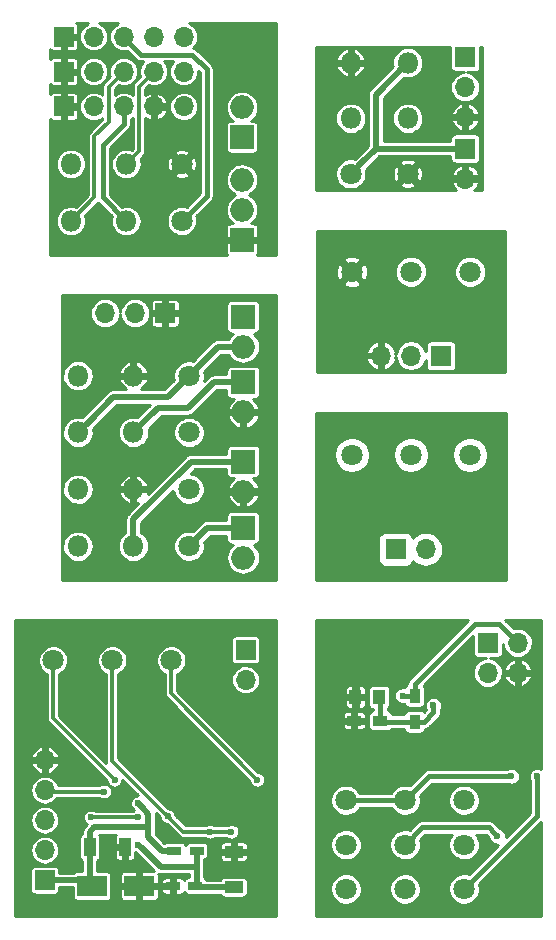
<source format=gbl>
%MOIN*%
%OFA0B0*%
%FSLAX46Y46*%
%IPPOS*%
%LPD*%
%ADD10C,0.0039370078740157488*%
%ADD11C,0.070866141732283464*%
%ADD12R,0.066929133858267723X0.066929133858267723*%
%ADD13O,0.066929133858267723X0.066929133858267723*%
%ADD14C,0.00984251968503937*%
%ADD25C,0.0039370078740157488*%
%ADD26C,0.070866141732283464*%
%ADD27R,0.066929133858267723X0.066929133858267723*%
%ADD28O,0.066929133858267723X0.066929133858267723*%
%ADD29C,0.00984251968503937*%
%ADD30C,0.0039370078740157488*%
%ADD31C,0.070866141732283464*%
%ADD32R,0.066929133858267723X0.066929133858267723*%
%ADD33O,0.066929133858267723X0.066929133858267723*%
%ADD34R,0.0984X0.0709*%
%ADD35R,0.047244094488188976X0.029527559055118113*%
%ADD36R,0.03937007874015748X0.062992125984251982*%
%ADD37R,0.062992125984251982X0.03937007874015748*%
%ADD38C,0.023622047244094488*%
%ADD39C,0.011811023622047244*%
%ADD40C,0.01968503937007874*%
%ADD41C,0.00984251968503937*%
%ADD42C,0.0039370078740157488*%
%ADD43R,0.03937007874015748X0.049212598425196853*%
%ADD44R,0.035433070866141732X0.047244094488188976*%
%ADD45R,0.047244094488188976X0.035433070866141732*%
%ADD46R,0.066929133858267723X0.066929133858267723*%
%ADD47O,0.066929133858267723X0.066929133858267723*%
%ADD48C,0.070866141732283464*%
%ADD49C,0.023622047244094488*%
%ADD50C,0.015748031496062995*%
%ADD51C,0.00984251968503937*%
%ADD52C,0.0039370078740157488*%
%ADD53R,0.066929133858267723X0.066929133858267723*%
%ADD54O,0.066929133858267723X0.066929133858267723*%
%ADD55O,0.070866141732283464X0.070866141732283464*%
%ADD56C,0.070866141732283464*%
%ADD57O,0.0787X0.0787*%
%ADD58R,0.0787X0.0787*%
%ADD59C,0.01968503937007874*%
%ADD60C,0.015748031496062995*%
%ADD61C,0.011811023622047244*%
%ADD62C,0.00984251968503937*%
%ADD63C,0.0039370078740157488*%
%ADD64O,0.0787X0.0787*%
%ADD65R,0.0787X0.0787*%
%ADD66O,0.070866141732283464X0.070866141732283464*%
%ADD67C,0.070866141732283464*%
%ADD68R,0.066929133858267723X0.066929133858267723*%
%ADD69O,0.066929133858267723X0.066929133858267723*%
%ADD70C,0.01968503937007874*%
%ADD71C,0.00984251968503937*%
%ADD72C,0.0039370078740157488*%
%ADD73O,0.070866141732283464X0.070866141732283464*%
%ADD74C,0.070866141732283464*%
%ADD75R,0.066929133858267723X0.066929133858267723*%
%ADD76O,0.066929133858267723X0.066929133858267723*%
%ADD77C,0.01968503937007874*%
%ADD78C,0.00984251968503937*%
G01G01*
D10*
D11*
X-0004074803Y0004901574D02*
X0001535433Y0001555118D03*
X0001338582Y0001555118D03*
X0001141732Y0001555118D03*
D12*
X0001287401Y0001240157D03*
D13*
X0001387401Y0001240157D03*
D14*
G36*
X0001655511Y0001139763D02*
X0001021653Y0001139763D01*
X0001021653Y0001273622D01*
X0001229211Y0001273622D01*
X0001229211Y0001206692D01*
X0001229524Y0001202774D01*
X0001231582Y0001196128D01*
X0001235410Y0001190318D01*
X0001240705Y0001185805D01*
X0001247048Y0001182946D01*
X0001253936Y0001181967D01*
X0001320866Y0001181967D01*
X0001324784Y0001182280D01*
X0001331430Y0001184338D01*
X0001337240Y0001188166D01*
X0001341753Y0001193461D01*
X0001344612Y0001199804D01*
X0001344732Y0001200644D01*
X0001345630Y0001199527D01*
X0001354312Y0001192242D01*
X0001364244Y0001186782D01*
X0001375046Y0001183355D01*
X0001386309Y0001182092D01*
X0001387120Y0001182086D01*
X0001387682Y0001182086D01*
X0001398961Y0001183192D01*
X0001409811Y0001186468D01*
X0001419818Y0001191788D01*
X0001428601Y0001198952D01*
X0001435825Y0001207684D01*
X0001441215Y0001217654D01*
X0001444567Y0001228480D01*
X0001445752Y0001239752D01*
X0001444724Y0001251038D01*
X0001441524Y0001261911D01*
X0001436274Y0001271954D01*
X0001429172Y0001280787D01*
X0001420490Y0001288072D01*
X0001410559Y0001293532D01*
X0001399756Y0001296959D01*
X0001388493Y0001298222D01*
X0001387682Y0001298228D01*
X0001387120Y0001298228D01*
X0001375841Y0001297122D01*
X0001364991Y0001293846D01*
X0001354984Y0001288525D01*
X0001346201Y0001281362D01*
X0001344669Y0001279510D01*
X0001343220Y0001284186D01*
X0001339392Y0001289996D01*
X0001334097Y0001294509D01*
X0001327754Y0001297368D01*
X0001320866Y0001298347D01*
X0001253936Y0001298347D01*
X0001250018Y0001298034D01*
X0001243372Y0001295976D01*
X0001237562Y0001292148D01*
X0001233049Y0001286853D01*
X0001230190Y0001280510D01*
X0001229211Y0001273622D01*
X0001021653Y0001273622D01*
X0001021653Y0001550069D01*
X0001081613Y0001550069D01*
X0001083739Y0001538488D01*
X0001088073Y0001527541D01*
X0001094452Y0001517644D01*
X0001102631Y0001509174D01*
X0001112299Y0001502454D01*
X0001123089Y0001497740D01*
X0001134588Y0001495212D01*
X0001146360Y0001494966D01*
X0001157956Y0001497010D01*
X0001168933Y0001501268D01*
X0001178875Y0001507577D01*
X0001187401Y0001515697D01*
X0001194188Y0001525318D01*
X0001198977Y0001536075D01*
X0001201586Y0001547556D01*
X0001201621Y0001550069D01*
X0001278464Y0001550069D01*
X0001280589Y0001538488D01*
X0001284924Y0001527541D01*
X0001291302Y0001517644D01*
X0001299481Y0001509174D01*
X0001309150Y0001502454D01*
X0001319939Y0001497740D01*
X0001331439Y0001495212D01*
X0001343211Y0001494966D01*
X0001354806Y0001497010D01*
X0001365784Y0001501268D01*
X0001375725Y0001507577D01*
X0001384252Y0001515697D01*
X0001391039Y0001525318D01*
X0001395828Y0001536075D01*
X0001398436Y0001547556D01*
X0001398471Y0001550069D01*
X0001475314Y0001550069D01*
X0001477440Y0001538488D01*
X0001481774Y0001527541D01*
X0001488152Y0001517644D01*
X0001496332Y0001509174D01*
X0001506000Y0001502454D01*
X0001516790Y0001497740D01*
X0001528289Y0001495212D01*
X0001540061Y0001494966D01*
X0001551656Y0001497010D01*
X0001562634Y0001501268D01*
X0001572575Y0001507577D01*
X0001581102Y0001515697D01*
X0001587889Y0001525318D01*
X0001592678Y0001536075D01*
X0001595287Y0001547556D01*
X0001595475Y0001561005D01*
X0001593187Y0001572555D01*
X0001588701Y0001583441D01*
X0001582185Y0001593248D01*
X0001573888Y0001601603D01*
X0001564127Y0001608187D01*
X0001553273Y0001612749D01*
X0001541739Y0001615117D01*
X0001529965Y0001615199D01*
X0001518399Y0001612993D01*
X0001507482Y0001608582D01*
X0001497630Y0001602135D01*
X0001489217Y0001593897D01*
X0001482565Y0001584182D01*
X0001477927Y0001573360D01*
X0001475479Y0001561842D01*
X0001475314Y0001550069D01*
X0001398471Y0001550069D01*
X0001398624Y0001561005D01*
X0001396337Y0001572555D01*
X0001391850Y0001583441D01*
X0001385335Y0001593248D01*
X0001377038Y0001601603D01*
X0001367277Y0001608187D01*
X0001356422Y0001612749D01*
X0001344888Y0001615117D01*
X0001333114Y0001615199D01*
X0001321549Y0001612993D01*
X0001310632Y0001608582D01*
X0001300779Y0001602135D01*
X0001292367Y0001593897D01*
X0001285715Y0001584182D01*
X0001281076Y0001573360D01*
X0001278628Y0001561842D01*
X0001278464Y0001550069D01*
X0001201621Y0001550069D01*
X0001201774Y0001561005D01*
X0001199487Y0001572555D01*
X0001195000Y0001583441D01*
X0001188484Y0001593248D01*
X0001180187Y0001601603D01*
X0001170426Y0001608187D01*
X0001159572Y0001612749D01*
X0001148038Y0001615117D01*
X0001136264Y0001615199D01*
X0001124698Y0001612993D01*
X0001113781Y0001608582D01*
X0001103929Y0001602135D01*
X0001095516Y0001593897D01*
X0001088864Y0001584182D01*
X0001084226Y0001573360D01*
X0001081778Y0001561842D01*
X0001081613Y0001550069D01*
X0001021653Y0001550069D01*
X0001021653Y0001694881D01*
X0001655511Y0001694881D01*
X0001655511Y0001139763D01*
X0001655511Y0001139763D01*
G37*
X0001655511Y0001139763D02*
X0001021653Y0001139763D01*
X0001021653Y0001273622D01*
X0001229211Y0001273622D01*
X0001229211Y0001206692D01*
X0001229524Y0001202774D01*
X0001231582Y0001196128D01*
X0001235410Y0001190318D01*
X0001240705Y0001185805D01*
X0001247048Y0001182946D01*
X0001253936Y0001181967D01*
X0001320866Y0001181967D01*
X0001324784Y0001182280D01*
X0001331430Y0001184338D01*
X0001337240Y0001188166D01*
X0001341753Y0001193461D01*
X0001344612Y0001199804D01*
X0001344732Y0001200644D01*
X0001345630Y0001199527D01*
X0001354312Y0001192242D01*
X0001364244Y0001186782D01*
X0001375046Y0001183355D01*
X0001386309Y0001182092D01*
X0001387120Y0001182086D01*
X0001387682Y0001182086D01*
X0001398961Y0001183192D01*
X0001409811Y0001186468D01*
X0001419818Y0001191788D01*
X0001428601Y0001198952D01*
X0001435825Y0001207684D01*
X0001441215Y0001217654D01*
X0001444567Y0001228480D01*
X0001445752Y0001239752D01*
X0001444724Y0001251038D01*
X0001441524Y0001261911D01*
X0001436274Y0001271954D01*
X0001429172Y0001280787D01*
X0001420490Y0001288072D01*
X0001410559Y0001293532D01*
X0001399756Y0001296959D01*
X0001388493Y0001298222D01*
X0001387682Y0001298228D01*
X0001387120Y0001298228D01*
X0001375841Y0001297122D01*
X0001364991Y0001293846D01*
X0001354984Y0001288525D01*
X0001346201Y0001281362D01*
X0001344669Y0001279510D01*
X0001343220Y0001284186D01*
X0001339392Y0001289996D01*
X0001334097Y0001294509D01*
X0001327754Y0001297368D01*
X0001320866Y0001298347D01*
X0001253936Y0001298347D01*
X0001250018Y0001298034D01*
X0001243372Y0001295976D01*
X0001237562Y0001292148D01*
X0001233049Y0001286853D01*
X0001230190Y0001280510D01*
X0001229211Y0001273622D01*
X0001021653Y0001273622D01*
X0001021653Y0001550069D01*
X0001081613Y0001550069D01*
X0001083739Y0001538488D01*
X0001088073Y0001527541D01*
X0001094452Y0001517644D01*
X0001102631Y0001509174D01*
X0001112299Y0001502454D01*
X0001123089Y0001497740D01*
X0001134588Y0001495212D01*
X0001146360Y0001494966D01*
X0001157956Y0001497010D01*
X0001168933Y0001501268D01*
X0001178875Y0001507577D01*
X0001187401Y0001515697D01*
X0001194188Y0001525318D01*
X0001198977Y0001536075D01*
X0001201586Y0001547556D01*
X0001201621Y0001550069D01*
X0001278464Y0001550069D01*
X0001280589Y0001538488D01*
X0001284924Y0001527541D01*
X0001291302Y0001517644D01*
X0001299481Y0001509174D01*
X0001309150Y0001502454D01*
X0001319939Y0001497740D01*
X0001331439Y0001495212D01*
X0001343211Y0001494966D01*
X0001354806Y0001497010D01*
X0001365784Y0001501268D01*
X0001375725Y0001507577D01*
X0001384252Y0001515697D01*
X0001391039Y0001525318D01*
X0001395828Y0001536075D01*
X0001398436Y0001547556D01*
X0001398471Y0001550069D01*
X0001475314Y0001550069D01*
X0001477440Y0001538488D01*
X0001481774Y0001527541D01*
X0001488152Y0001517644D01*
X0001496332Y0001509174D01*
X0001506000Y0001502454D01*
X0001516790Y0001497740D01*
X0001528289Y0001495212D01*
X0001540061Y0001494966D01*
X0001551656Y0001497010D01*
X0001562634Y0001501268D01*
X0001572575Y0001507577D01*
X0001581102Y0001515697D01*
X0001587889Y0001525318D01*
X0001592678Y0001536075D01*
X0001595287Y0001547556D01*
X0001595475Y0001561005D01*
X0001593187Y0001572555D01*
X0001588701Y0001583441D01*
X0001582185Y0001593248D01*
X0001573888Y0001601603D01*
X0001564127Y0001608187D01*
X0001553273Y0001612749D01*
X0001541739Y0001615117D01*
X0001529965Y0001615199D01*
X0001518399Y0001612993D01*
X0001507482Y0001608582D01*
X0001497630Y0001602135D01*
X0001489217Y0001593897D01*
X0001482565Y0001584182D01*
X0001477927Y0001573360D01*
X0001475479Y0001561842D01*
X0001475314Y0001550069D01*
X0001398471Y0001550069D01*
X0001398624Y0001561005D01*
X0001396337Y0001572555D01*
X0001391850Y0001583441D01*
X0001385335Y0001593248D01*
X0001377038Y0001601603D01*
X0001367277Y0001608187D01*
X0001356422Y0001612749D01*
X0001344888Y0001615117D01*
X0001333114Y0001615199D01*
X0001321549Y0001612993D01*
X0001310632Y0001608582D01*
X0001300779Y0001602135D01*
X0001292367Y0001593897D01*
X0001285715Y0001584182D01*
X0001281076Y0001573360D01*
X0001278628Y0001561842D01*
X0001278464Y0001550069D01*
X0001201621Y0001550069D01*
X0001201774Y0001561005D01*
X0001199487Y0001572555D01*
X0001195000Y0001583441D01*
X0001188484Y0001593248D01*
X0001180187Y0001601603D01*
X0001170426Y0001608187D01*
X0001159572Y0001612749D01*
X0001148038Y0001615117D01*
X0001136264Y0001615199D01*
X0001124698Y0001612993D01*
X0001113781Y0001608582D01*
X0001103929Y0001602135D01*
X0001095516Y0001593897D01*
X0001088864Y0001584182D01*
X0001084226Y0001573360D01*
X0001081778Y0001561842D01*
X0001081613Y0001550069D01*
X0001021653Y0001550069D01*
X0001021653Y0001694881D01*
X0001655511Y0001694881D01*
X0001655511Y0001139763D01*
G04 next file*
G04 #@! TF.FileFunction,Copper,L2,Bot,Signal*
G04 Gerber Fmt 4.6, Leading zero omitted, Abs format (unit mm)*
G04 Created by KiCad (PCBNEW 4.0.4-1.fc24-product) date Tue Jun 12 13:17:57 2018*
G01G01*
G04 APERTURE LIST*
G04 APERTURE END LIST*
D25*
D26*
X-0003090551Y0005078740D02*
X0001535433Y0002165354D03*
X0001338582Y0002165354D03*
X0001141732Y0002165354D03*
D27*
X0001438582Y0001885826D03*
D28*
X0001338582Y0001885826D03*
X0001238582Y0001885826D03*
D29*
G36*
X0001652559Y0001831692D02*
X0001024606Y0001831692D01*
X0001024606Y0001872040D01*
X0001189292Y0001872040D01*
X0001198320Y0001854227D01*
X0001213477Y0001841225D01*
X0001224796Y0001836537D01*
X0001232677Y0001839449D01*
X0001232677Y0001879921D01*
X0001192172Y0001879921D01*
X0001189292Y0001872040D01*
X0001024606Y0001872040D01*
X0001024606Y0001899612D01*
X0001189292Y0001899612D01*
X0001192172Y0001891732D01*
X0001232677Y0001891732D01*
X0001232677Y0001932204D01*
X0001244488Y0001932204D01*
X0001244488Y0001891732D01*
X0001245275Y0001891732D01*
X0001245275Y0001879921D01*
X0001244488Y0001879921D01*
X0001244488Y0001839449D01*
X0001252368Y0001836537D01*
X0001263687Y0001841225D01*
X0001278845Y0001854227D01*
X0001287872Y0001872040D01*
X0001284993Y0001879921D01*
X0001288376Y0001879921D01*
X0001291297Y0001865237D01*
X0001302392Y0001848633D01*
X0001318996Y0001837538D01*
X0001338582Y0001833642D01*
X0001358168Y0001837538D01*
X0001374773Y0001848633D01*
X0001385867Y0001865237D01*
X0001387054Y0001871203D01*
X0001387054Y0001852362D01*
X0001388289Y0001845796D01*
X0001392169Y0001839766D01*
X0001398090Y0001835721D01*
X0001405118Y0001834298D01*
X0001472047Y0001834298D01*
X0001478612Y0001835533D01*
X0001484642Y0001839414D01*
X0001488687Y0001845334D01*
X0001490110Y0001852362D01*
X0001490110Y0001919291D01*
X0001488875Y0001925856D01*
X0001484995Y0001931886D01*
X0001479075Y0001935931D01*
X0001472047Y0001937354D01*
X0001405118Y0001937354D01*
X0001398552Y0001936119D01*
X0001392522Y0001932239D01*
X0001388477Y0001926319D01*
X0001387054Y0001919291D01*
X0001387054Y0001900449D01*
X0001385867Y0001906415D01*
X0001374773Y0001923020D01*
X0001358168Y0001934114D01*
X0001338582Y0001938010D01*
X0001318996Y0001934114D01*
X0001302392Y0001923020D01*
X0001291297Y0001906415D01*
X0001288376Y0001891732D01*
X0001284993Y0001891732D01*
X0001287872Y0001899612D01*
X0001278845Y0001917425D01*
X0001263687Y0001930428D01*
X0001252368Y0001935116D01*
X0001244488Y0001932204D01*
X0001232677Y0001932204D01*
X0001224796Y0001935116D01*
X0001213477Y0001930428D01*
X0001198320Y0001917425D01*
X0001189292Y0001899612D01*
X0001024606Y0001899612D01*
X0001024606Y0002126240D01*
X0001110969Y0002126240D01*
X0001114847Y0002118302D01*
X0001134899Y0002111595D01*
X0001155991Y0002113073D01*
X0001168617Y0002118302D01*
X0001172494Y0002126240D01*
X0001141732Y0002157002D01*
X0001110969Y0002126240D01*
X0001024606Y0002126240D01*
X0001024606Y0002172187D01*
X0001087973Y0002172187D01*
X0001089451Y0002151094D01*
X0001094680Y0002138469D01*
X0001102618Y0002134591D01*
X0001133380Y0002165354D01*
X0001150083Y0002165354D01*
X0001180846Y0002134591D01*
X0001188783Y0002138469D01*
X0001194255Y0002154828D01*
X0001285423Y0002154828D01*
X0001293498Y0002135286D01*
X0001308436Y0002120322D01*
X0001327964Y0002112213D01*
X0001349108Y0002112195D01*
X0001368650Y0002120269D01*
X0001383614Y0002135208D01*
X0001391723Y0002154735D01*
X0001391723Y0002154828D01*
X0001482274Y0002154828D01*
X0001490348Y0002135286D01*
X0001505286Y0002120322D01*
X0001524814Y0002112213D01*
X0001545958Y0002112195D01*
X0001565500Y0002120269D01*
X0001580464Y0002135208D01*
X0001588573Y0002154735D01*
X0001588591Y0002175880D01*
X0001580517Y0002195421D01*
X0001565579Y0002210386D01*
X0001546051Y0002218494D01*
X0001524907Y0002218513D01*
X0001505365Y0002210438D01*
X0001490401Y0002195500D01*
X0001482292Y0002175972D01*
X0001482274Y0002154828D01*
X0001391723Y0002154828D01*
X0001391741Y0002175880D01*
X0001383667Y0002195421D01*
X0001368728Y0002210386D01*
X0001349201Y0002218494D01*
X0001328056Y0002218513D01*
X0001308515Y0002210438D01*
X0001293550Y0002195500D01*
X0001285442Y0002175972D01*
X0001285423Y0002154828D01*
X0001194255Y0002154828D01*
X0001195490Y0002158521D01*
X0001194013Y0002179614D01*
X0001188783Y0002192239D01*
X0001180846Y0002196116D01*
X0001150083Y0002165354D01*
X0001133380Y0002165354D01*
X0001102618Y0002196116D01*
X0001094680Y0002192239D01*
X0001087973Y0002172187D01*
X0001024606Y0002172187D01*
X0001024606Y0002204468D01*
X0001110969Y0002204468D01*
X0001141732Y0002173705D01*
X0001172494Y0002204468D01*
X0001168617Y0002212405D01*
X0001148565Y0002219112D01*
X0001127472Y0002217635D01*
X0001114847Y0002212405D01*
X0001110969Y0002204468D01*
X0001024606Y0002204468D01*
X0001024606Y0002302165D01*
X0001652559Y0002302165D01*
X0001652559Y0001831692D01*
X0001652559Y0001831692D01*
G37*
X0001652559Y0001831692D02*
X0001024606Y0001831692D01*
X0001024606Y0001872040D01*
X0001189292Y0001872040D01*
X0001198320Y0001854227D01*
X0001213477Y0001841225D01*
X0001224796Y0001836537D01*
X0001232677Y0001839449D01*
X0001232677Y0001879921D01*
X0001192172Y0001879921D01*
X0001189292Y0001872040D01*
X0001024606Y0001872040D01*
X0001024606Y0001899612D01*
X0001189292Y0001899612D01*
X0001192172Y0001891732D01*
X0001232677Y0001891732D01*
X0001232677Y0001932204D01*
X0001244488Y0001932204D01*
X0001244488Y0001891732D01*
X0001245275Y0001891732D01*
X0001245275Y0001879921D01*
X0001244488Y0001879921D01*
X0001244488Y0001839449D01*
X0001252368Y0001836537D01*
X0001263687Y0001841225D01*
X0001278845Y0001854227D01*
X0001287872Y0001872040D01*
X0001284993Y0001879921D01*
X0001288376Y0001879921D01*
X0001291297Y0001865237D01*
X0001302392Y0001848633D01*
X0001318996Y0001837538D01*
X0001338582Y0001833642D01*
X0001358168Y0001837538D01*
X0001374773Y0001848633D01*
X0001385867Y0001865237D01*
X0001387054Y0001871203D01*
X0001387054Y0001852362D01*
X0001388289Y0001845796D01*
X0001392169Y0001839766D01*
X0001398090Y0001835721D01*
X0001405118Y0001834298D01*
X0001472047Y0001834298D01*
X0001478612Y0001835533D01*
X0001484642Y0001839414D01*
X0001488687Y0001845334D01*
X0001490110Y0001852362D01*
X0001490110Y0001919291D01*
X0001488875Y0001925856D01*
X0001484995Y0001931886D01*
X0001479075Y0001935931D01*
X0001472047Y0001937354D01*
X0001405118Y0001937354D01*
X0001398552Y0001936119D01*
X0001392522Y0001932239D01*
X0001388477Y0001926319D01*
X0001387054Y0001919291D01*
X0001387054Y0001900449D01*
X0001385867Y0001906415D01*
X0001374773Y0001923020D01*
X0001358168Y0001934114D01*
X0001338582Y0001938010D01*
X0001318996Y0001934114D01*
X0001302392Y0001923020D01*
X0001291297Y0001906415D01*
X0001288376Y0001891732D01*
X0001284993Y0001891732D01*
X0001287872Y0001899612D01*
X0001278845Y0001917425D01*
X0001263687Y0001930428D01*
X0001252368Y0001935116D01*
X0001244488Y0001932204D01*
X0001232677Y0001932204D01*
X0001224796Y0001935116D01*
X0001213477Y0001930428D01*
X0001198320Y0001917425D01*
X0001189292Y0001899612D01*
X0001024606Y0001899612D01*
X0001024606Y0002126240D01*
X0001110969Y0002126240D01*
X0001114847Y0002118302D01*
X0001134899Y0002111595D01*
X0001155991Y0002113073D01*
X0001168617Y0002118302D01*
X0001172494Y0002126240D01*
X0001141732Y0002157002D01*
X0001110969Y0002126240D01*
X0001024606Y0002126240D01*
X0001024606Y0002172187D01*
X0001087973Y0002172187D01*
X0001089451Y0002151094D01*
X0001094680Y0002138469D01*
X0001102618Y0002134591D01*
X0001133380Y0002165354D01*
X0001150083Y0002165354D01*
X0001180846Y0002134591D01*
X0001188783Y0002138469D01*
X0001194255Y0002154828D01*
X0001285423Y0002154828D01*
X0001293498Y0002135286D01*
X0001308436Y0002120322D01*
X0001327964Y0002112213D01*
X0001349108Y0002112195D01*
X0001368650Y0002120269D01*
X0001383614Y0002135208D01*
X0001391723Y0002154735D01*
X0001391723Y0002154828D01*
X0001482274Y0002154828D01*
X0001490348Y0002135286D01*
X0001505286Y0002120322D01*
X0001524814Y0002112213D01*
X0001545958Y0002112195D01*
X0001565500Y0002120269D01*
X0001580464Y0002135208D01*
X0001588573Y0002154735D01*
X0001588591Y0002175880D01*
X0001580517Y0002195421D01*
X0001565579Y0002210386D01*
X0001546051Y0002218494D01*
X0001524907Y0002218513D01*
X0001505365Y0002210438D01*
X0001490401Y0002195500D01*
X0001482292Y0002175972D01*
X0001482274Y0002154828D01*
X0001391723Y0002154828D01*
X0001391741Y0002175880D01*
X0001383667Y0002195421D01*
X0001368728Y0002210386D01*
X0001349201Y0002218494D01*
X0001328056Y0002218513D01*
X0001308515Y0002210438D01*
X0001293550Y0002195500D01*
X0001285442Y0002175972D01*
X0001285423Y0002154828D01*
X0001194255Y0002154828D01*
X0001195490Y0002158521D01*
X0001194013Y0002179614D01*
X0001188783Y0002192239D01*
X0001180846Y0002196116D01*
X0001150083Y0002165354D01*
X0001133380Y0002165354D01*
X0001102618Y0002196116D01*
X0001094680Y0002192239D01*
X0001087973Y0002172187D01*
X0001024606Y0002172187D01*
X0001024606Y0002204468D01*
X0001110969Y0002204468D01*
X0001141732Y0002173705D01*
X0001172494Y0002204468D01*
X0001168617Y0002212405D01*
X0001148565Y0002219112D01*
X0001127472Y0002217635D01*
X0001114847Y0002212405D01*
X0001110969Y0002204468D01*
X0001024606Y0002204468D01*
X0001024606Y0002302165D01*
X0001652559Y0002302165D01*
X0001652559Y0001831692D01*
G04 next file*
G04 #@! TF.FileFunction,Copper,L2,Bot,Signal*
G04 Gerber Fmt 4.6, Leading zero omitted, Abs format (unit mm)*
G04 Created by KiCad (PCBNEW 4.0.4-1.fc24-product) date Tue Jun 12 13:44:11 2018*
G01G01*
G04 APERTURE LIST*
G04 APERTURE END LIST*
D30*
D31*
X-0005708661Y0004409448D02*
X0000539370Y0000870078D03*
X0000342519Y0000870078D03*
X0000145669Y0000870078D03*
D32*
X0000787401Y0000905511D03*
D33*
X0000787401Y0000805511D03*
D32*
X0000118110Y0000137795D03*
D33*
X0000118110Y0000237795D03*
X0000118110Y0000337795D03*
X0000118110Y0000437795D03*
X0000118110Y0000537795D03*
D34*
X0000275630Y0000118110D03*
X0000433030Y0000118110D03*
D35*
X0000549212Y0000236220D03*
X0000624015Y0000236220D03*
X0000620078Y0000118110D03*
X0000545275Y0000118110D03*
D36*
X0000267716Y0000248031D03*
X0000385826Y0000248031D03*
D37*
X0000748031Y0000114173D03*
X0000748031Y0000232283D03*
D38*
X0000826771Y0000472441D03*
X0000313385Y0000269291D03*
X0000590551Y0000511811D03*
X0000429133Y0000393700D03*
X0000350393Y0000472440D03*
X0000527559Y0000350393D03*
X0000740157Y0000299212D03*
X0000669291Y0000299212D03*
X0000429133Y0000255905D03*
X0000429133Y0000346456D03*
X0000271653Y0000346456D03*
X0000314960Y0000433070D03*
D39*
X0000539370Y0000870078D02*
X0000539370Y0000759842D01*
X0000539370Y0000759842D02*
X0000826771Y0000472441D01*
X0000826771Y0000472441D02*
X0000826771Y0000472441D01*
D40*
X0000440944Y0000381889D02*
X0000429133Y0000393700D01*
X0000463189Y0000359645D02*
X0000440944Y0000381889D01*
X0000463189Y0000313385D02*
X0000463189Y0000359645D01*
X0000463189Y0000313385D02*
X0000463189Y0000280905D01*
X0000463189Y0000280905D02*
X0000507874Y0000236220D01*
X0000507874Y0000236220D02*
X0000549212Y0000236220D01*
X0000267716Y0000248031D02*
X0000267716Y0000299212D01*
X0000267716Y0000299212D02*
X0000281889Y0000313385D01*
X0000281889Y0000313385D02*
X0000463189Y0000313385D01*
X0000275630Y0000118110D02*
X0000275590Y0000118110D01*
X0000275590Y0000118110D02*
X0000267716Y0000125984D01*
X0000267716Y0000125984D02*
X0000267716Y0000248031D01*
X0000118110Y0000137795D02*
X0000255945Y0000137795D01*
X0000255945Y0000137795D02*
X0000275630Y0000118110D01*
D39*
X0000338582Y0000484251D02*
X0000350393Y0000472440D01*
X0000145669Y0000677165D02*
X0000338582Y0000484251D01*
X0000145669Y0000870078D02*
X0000145669Y0000677165D01*
X0000342519Y0000535433D02*
X0000515748Y0000362204D01*
X0000342519Y0000870078D02*
X0000342519Y0000535433D01*
X0000539370Y0000338582D02*
X0000527559Y0000350393D01*
X0000578740Y0000299212D02*
X0000539370Y0000338582D01*
X0000669291Y0000299212D02*
X0000578740Y0000299212D01*
X0000515748Y0000362204D02*
X0000527559Y0000350393D01*
X0000685994Y0000299212D02*
X0000740157Y0000299212D01*
X0000669291Y0000299212D02*
X0000685994Y0000299212D01*
D40*
X0000503937Y0000181102D02*
X0000440944Y0000244094D01*
X0000624015Y0000181102D02*
X0000503937Y0000181102D01*
X0000440944Y0000244094D02*
X0000429133Y0000255905D01*
D39*
X0000271653Y0000346456D02*
X0000429133Y0000346456D01*
D40*
X0000624015Y0000181102D02*
X0000624015Y0000122047D01*
X0000624015Y0000236220D02*
X0000624015Y0000181102D01*
X0000748031Y0000114173D02*
X0000624015Y0000114173D01*
D39*
X0000314960Y0000433070D02*
X0000122834Y0000433070D01*
X0000122834Y0000433070D02*
X0000118110Y0000437795D01*
D41*
G36*
X0000887795Y0000017716D02*
X0000017716Y0000017716D01*
X0000017716Y0000238131D01*
X0000069649Y0000238131D01*
X0000070502Y0000228758D01*
X0000073160Y0000219728D01*
X0000077521Y0000211387D01*
X0000083419Y0000204051D01*
X0000090629Y0000198001D01*
X0000098877Y0000193466D01*
X0000107849Y0000190620D01*
X0000117203Y0000189571D01*
X0000117876Y0000189566D01*
X0000118343Y0000189566D01*
X0000127711Y0000190485D01*
X0000136721Y0000193205D01*
X0000145032Y0000197624D01*
X0000152326Y0000203573D01*
X0000158326Y0000210826D01*
X0000162803Y0000219105D01*
X0000165586Y0000228097D01*
X0000166570Y0000237458D01*
X0000165717Y0000246832D01*
X0000163060Y0000255861D01*
X0000158699Y0000264203D01*
X0000152801Y0000271538D01*
X0000145591Y0000277589D01*
X0000137342Y0000282123D01*
X0000128370Y0000284969D01*
X0000119016Y0000286018D01*
X0000118343Y0000286023D01*
X0000117876Y0000286023D01*
X0000108509Y0000285105D01*
X0000099498Y0000282384D01*
X0000091187Y0000277965D01*
X0000083893Y0000272016D01*
X0000077893Y0000264764D01*
X0000073416Y0000256484D01*
X0000070633Y0000247492D01*
X0000069649Y0000238131D01*
X0000017716Y0000238131D01*
X0000017716Y0000338131D01*
X0000069649Y0000338131D01*
X0000070502Y0000328758D01*
X0000073160Y0000319728D01*
X0000077521Y0000311387D01*
X0000083419Y0000304051D01*
X0000090629Y0000298001D01*
X0000098877Y0000293466D01*
X0000107849Y0000290620D01*
X0000117203Y0000289571D01*
X0000117876Y0000289566D01*
X0000118343Y0000289566D01*
X0000127711Y0000290485D01*
X0000136721Y0000293205D01*
X0000145032Y0000297624D01*
X0000152326Y0000303573D01*
X0000158326Y0000310826D01*
X0000162803Y0000319106D01*
X0000165586Y0000328097D01*
X0000166570Y0000337458D01*
X0000165717Y0000346832D01*
X0000163060Y0000355861D01*
X0000158699Y0000364203D01*
X0000152801Y0000371538D01*
X0000145591Y0000377589D01*
X0000137342Y0000382123D01*
X0000128370Y0000384969D01*
X0000119016Y0000386018D01*
X0000118343Y0000386023D01*
X0000117876Y0000386023D01*
X0000108509Y0000385105D01*
X0000099498Y0000382384D01*
X0000091187Y0000377965D01*
X0000083893Y0000372016D01*
X0000077893Y0000364764D01*
X0000073416Y0000356484D01*
X0000070633Y0000347492D01*
X0000069649Y0000338131D01*
X0000017716Y0000338131D01*
X0000017716Y0000438131D01*
X0000069649Y0000438131D01*
X0000070502Y0000428758D01*
X0000073160Y0000419728D01*
X0000077521Y0000411387D01*
X0000083419Y0000404051D01*
X0000090629Y0000398001D01*
X0000098877Y0000393466D01*
X0000107849Y0000390620D01*
X0000117203Y0000389571D01*
X0000117876Y0000389566D01*
X0000118343Y0000389566D01*
X0000127711Y0000390485D01*
X0000136721Y0000393205D01*
X0000145032Y0000397624D01*
X0000152326Y0000403573D01*
X0000158326Y0000410826D01*
X0000159178Y0000412401D01*
X0000298133Y0000412401D01*
X0000301933Y0000409760D01*
X0000306708Y0000407674D01*
X0000311798Y0000406555D01*
X0000317009Y0000406446D01*
X0000322141Y0000407351D01*
X0000327000Y0000409235D01*
X0000331400Y0000412028D01*
X0000335174Y0000415622D01*
X0000338179Y0000419880D01*
X0000340298Y0000424641D01*
X0000341453Y0000429724D01*
X0000341536Y0000435676D01*
X0000340524Y0000440788D01*
X0000338538Y0000445607D01*
X0000335654Y0000449948D01*
X0000334459Y0000451150D01*
X0000337366Y0000449130D01*
X0000342141Y0000447044D01*
X0000347231Y0000445925D01*
X0000352442Y0000445816D01*
X0000357574Y0000446721D01*
X0000362433Y0000448605D01*
X0000366833Y0000451398D01*
X0000370607Y0000454992D01*
X0000373612Y0000459250D01*
X0000375731Y0000464012D01*
X0000376886Y0000469094D01*
X0000376924Y0000471797D01*
X0000428439Y0000420282D01*
X0000426713Y0000420294D01*
X0000421594Y0000419317D01*
X0000416762Y0000417365D01*
X0000412401Y0000414511D01*
X0000408677Y0000410865D01*
X0000405733Y0000406565D01*
X0000403680Y0000401775D01*
X0000402596Y0000396677D01*
X0000402524Y0000391466D01*
X0000403464Y0000386340D01*
X0000405383Y0000381494D01*
X0000408206Y0000377114D01*
X0000411826Y0000373365D01*
X0000416106Y0000370390D01*
X0000416746Y0000370111D01*
X0000412401Y0000367267D01*
X0000412256Y0000367125D01*
X0000288535Y0000367125D01*
X0000284354Y0000369946D01*
X0000279549Y0000371965D01*
X0000274444Y0000373013D01*
X0000269233Y0000373050D01*
X0000264114Y0000372073D01*
X0000259281Y0000370121D01*
X0000254921Y0000367267D01*
X0000251197Y0000363621D01*
X0000248253Y0000359321D01*
X0000246200Y0000354530D01*
X0000245116Y0000349433D01*
X0000245043Y0000344222D01*
X0000245984Y0000339096D01*
X0000247903Y0000334250D01*
X0000250726Y0000329869D01*
X0000254346Y0000326120D01*
X0000257579Y0000323874D01*
X0000250317Y0000316611D01*
X0000248873Y0000314854D01*
X0000247413Y0000313114D01*
X0000247351Y0000313000D01*
X0000247269Y0000312900D01*
X0000246195Y0000310899D01*
X0000245099Y0000308906D01*
X0000245060Y0000308782D01*
X0000244999Y0000308668D01*
X0000244335Y0000306495D01*
X0000243647Y0000304328D01*
X0000243633Y0000304200D01*
X0000243595Y0000304076D01*
X0000243365Y0000301813D01*
X0000243112Y0000299556D01*
X0000243110Y0000299303D01*
X0000243110Y0000299298D01*
X0000243110Y0000299294D01*
X0000243110Y0000299212D01*
X0000243110Y0000293379D01*
X0000241692Y0000292940D01*
X0000238206Y0000290643D01*
X0000235499Y0000287466D01*
X0000233783Y0000283660D01*
X0000233196Y0000279527D01*
X0000233196Y0000216535D01*
X0000233383Y0000214184D01*
X0000234618Y0000210196D01*
X0000236915Y0000206710D01*
X0000240092Y0000204003D01*
X0000243110Y0000202642D01*
X0000243110Y0000168395D01*
X0000226430Y0000168395D01*
X0000224079Y0000168207D01*
X0000220091Y0000166972D01*
X0000216606Y0000164676D01*
X0000214667Y0000162401D01*
X0000166409Y0000162401D01*
X0000166409Y0000171259D01*
X0000166222Y0000173610D01*
X0000164987Y0000177598D01*
X0000162690Y0000181084D01*
X0000159513Y0000183792D01*
X0000155707Y0000185507D01*
X0000151574Y0000186095D01*
X0000084645Y0000186095D01*
X0000082294Y0000185907D01*
X0000078306Y0000184672D01*
X0000074821Y0000182375D01*
X0000072113Y0000179198D01*
X0000070397Y0000175392D01*
X0000069810Y0000171259D01*
X0000069810Y0000104330D01*
X0000069997Y0000101979D01*
X0000071232Y0000097991D01*
X0000073529Y0000094506D01*
X0000076706Y0000091798D01*
X0000080512Y0000090082D01*
X0000084645Y0000089495D01*
X0000151574Y0000089495D01*
X0000153925Y0000089682D01*
X0000157913Y0000090917D01*
X0000161399Y0000093214D01*
X0000164107Y0000096392D01*
X0000165822Y0000100197D01*
X0000166409Y0000104330D01*
X0000166409Y0000113188D01*
X0000211595Y0000113188D01*
X0000211595Y0000082660D01*
X0000211782Y0000080309D01*
X0000213017Y0000076321D01*
X0000215314Y0000072835D01*
X0000218492Y0000070127D01*
X0000222297Y0000068412D01*
X0000226430Y0000067825D01*
X0000324830Y0000067825D01*
X0000327181Y0000068012D01*
X0000331169Y0000069247D01*
X0000334655Y0000071544D01*
X0000337363Y0000074721D01*
X0000339078Y0000078527D01*
X0000339665Y0000082660D01*
X0000339665Y0000107529D01*
X0000369066Y0000107529D01*
X0000369066Y0000081206D01*
X0000369634Y0000078353D01*
X0000370747Y0000075666D01*
X0000372362Y0000073248D01*
X0000374419Y0000071192D01*
X0000376837Y0000069576D01*
X0000379524Y0000068463D01*
X0000382376Y0000067896D01*
X0000422450Y0000067896D01*
X0000426140Y0000071587D01*
X0000426140Y0000111220D01*
X0000439920Y0000111220D01*
X0000439920Y0000071587D01*
X0000443611Y0000067896D01*
X0000483684Y0000067896D01*
X0000486537Y0000068463D01*
X0000489223Y0000069576D01*
X0000491642Y0000071192D01*
X0000493698Y0000073248D01*
X0000495314Y0000075666D01*
X0000496427Y0000078353D01*
X0000496994Y0000081206D01*
X0000496994Y0000107529D01*
X0000506889Y0000107529D01*
X0000506889Y0000101892D01*
X0000507457Y0000099039D01*
X0000508570Y0000096353D01*
X0000510185Y0000093935D01*
X0000512242Y0000091878D01*
X0000514660Y0000090262D01*
X0000517347Y0000089150D01*
X0000520199Y0000088582D01*
X0000534694Y0000088582D01*
X0000538385Y0000092273D01*
X0000538385Y0000111220D01*
X0000510580Y0000111220D01*
X0000506889Y0000107529D01*
X0000496994Y0000107529D01*
X0000493303Y0000111220D01*
X0000439920Y0000111220D01*
X0000426140Y0000111220D01*
X0000372757Y0000111220D01*
X0000369066Y0000107529D01*
X0000339665Y0000107529D01*
X0000339665Y0000153560D01*
X0000339549Y0000155014D01*
X0000369066Y0000155014D01*
X0000369066Y0000128690D01*
X0000372757Y0000124999D01*
X0000426140Y0000124999D01*
X0000426140Y0000164633D01*
X0000422450Y0000168324D01*
X0000382376Y0000168324D01*
X0000379524Y0000167756D01*
X0000376837Y0000166643D01*
X0000374419Y0000165027D01*
X0000372362Y0000162971D01*
X0000370747Y0000160553D01*
X0000369634Y0000157866D01*
X0000369066Y0000155014D01*
X0000339549Y0000155014D01*
X0000339478Y0000155911D01*
X0000338243Y0000159898D01*
X0000335946Y0000163384D01*
X0000332769Y0000166092D01*
X0000328963Y0000167808D01*
X0000324830Y0000168395D01*
X0000292322Y0000168395D01*
X0000292322Y0000202683D01*
X0000293740Y0000203122D01*
X0000297226Y0000205419D01*
X0000299933Y0000208596D01*
X0000301649Y0000212402D01*
X0000302236Y0000216535D01*
X0000302236Y0000237450D01*
X0000351377Y0000237450D01*
X0000351377Y0000215081D01*
X0000351945Y0000212228D01*
X0000353058Y0000209542D01*
X0000354673Y0000207124D01*
X0000356730Y0000205067D01*
X0000359148Y0000203451D01*
X0000361835Y0000202338D01*
X0000364687Y0000201771D01*
X0000375246Y0000201771D01*
X0000378937Y0000205462D01*
X0000378937Y0000241141D01*
X0000355068Y0000241141D01*
X0000351377Y0000237450D01*
X0000302236Y0000237450D01*
X0000302236Y0000279527D01*
X0000302049Y0000281878D01*
X0000300814Y0000285866D01*
X0000298894Y0000288779D01*
X0000354567Y0000288779D01*
X0000353058Y0000286520D01*
X0000351945Y0000283834D01*
X0000351377Y0000280981D01*
X0000351377Y0000258612D01*
X0000355068Y0000254921D01*
X0000378937Y0000254921D01*
X0000378937Y0000255708D01*
X0000392716Y0000255708D01*
X0000392716Y0000254921D01*
X0000393503Y0000254921D01*
X0000393503Y0000241141D01*
X0000392716Y0000241141D01*
X0000392716Y0000205462D01*
X0000396407Y0000201771D01*
X0000406965Y0000201771D01*
X0000409818Y0000202338D01*
X0000412505Y0000203451D01*
X0000414923Y0000205067D01*
X0000416979Y0000207124D01*
X0000418595Y0000209542D01*
X0000419708Y0000212228D01*
X0000420275Y0000215081D01*
X0000420275Y0000229965D01*
X0000423542Y0000226697D01*
X0000423545Y0000226695D01*
X0000481916Y0000168324D01*
X0000443611Y0000168324D01*
X0000439920Y0000164633D01*
X0000439920Y0000124999D01*
X0000493303Y0000124999D01*
X0000496994Y0000128690D01*
X0000496994Y0000134328D01*
X0000506889Y0000134328D01*
X0000506889Y0000128690D01*
X0000510580Y0000124999D01*
X0000538385Y0000124999D01*
X0000538385Y0000143946D01*
X0000534694Y0000147637D01*
X0000520199Y0000147637D01*
X0000517347Y0000147070D01*
X0000514660Y0000145957D01*
X0000512242Y0000144341D01*
X0000510185Y0000142285D01*
X0000508570Y0000139867D01*
X0000507457Y0000137180D01*
X0000506889Y0000134328D01*
X0000496994Y0000134328D01*
X0000496994Y0000155014D01*
X0000496443Y0000157785D01*
X0000496653Y0000157721D01*
X0000498821Y0000157033D01*
X0000498949Y0000157019D01*
X0000499073Y0000156981D01*
X0000501336Y0000156751D01*
X0000503593Y0000156498D01*
X0000503846Y0000156496D01*
X0000503851Y0000156496D01*
X0000503855Y0000156496D01*
X0000503937Y0000156496D01*
X0000599409Y0000156496D01*
X0000599409Y0000147709D01*
X0000596456Y0000147709D01*
X0000594105Y0000147521D01*
X0000590117Y0000146286D01*
X0000586632Y0000143989D01*
X0000583924Y0000140812D01*
X0000582707Y0000138113D01*
X0000581981Y0000139867D01*
X0000580365Y0000142285D01*
X0000578308Y0000144341D01*
X0000575890Y0000145957D01*
X0000573204Y0000147070D01*
X0000570351Y0000147637D01*
X0000555856Y0000147637D01*
X0000552165Y0000143946D01*
X0000552165Y0000124999D01*
X0000552952Y0000124999D01*
X0000552952Y0000111220D01*
X0000552165Y0000111220D01*
X0000552165Y0000092273D01*
X0000555856Y0000088582D01*
X0000570351Y0000088582D01*
X0000573204Y0000089150D01*
X0000575890Y0000090262D01*
X0000578308Y0000091878D01*
X0000580365Y0000093935D01*
X0000581981Y0000096353D01*
X0000582705Y0000098101D01*
X0000583043Y0000097007D01*
X0000585340Y0000093521D01*
X0000588517Y0000090814D01*
X0000592323Y0000089098D01*
X0000596456Y0000088511D01*
X0000643700Y0000088511D01*
X0000646051Y0000088698D01*
X0000648855Y0000089566D01*
X0000702683Y0000089566D01*
X0000703122Y0000088149D01*
X0000705419Y0000084663D01*
X0000708596Y0000081955D01*
X0000712402Y0000080240D01*
X0000716535Y0000079652D01*
X0000779527Y0000079652D01*
X0000781878Y0000079840D01*
X0000785866Y0000081075D01*
X0000789352Y0000083372D01*
X0000792059Y0000086549D01*
X0000793775Y0000090355D01*
X0000794362Y0000094488D01*
X0000794362Y0000133858D01*
X0000794175Y0000136209D01*
X0000792940Y0000140196D01*
X0000790643Y0000143682D01*
X0000787466Y0000146390D01*
X0000783660Y0000148106D01*
X0000779527Y0000148693D01*
X0000716535Y0000148693D01*
X0000714184Y0000148505D01*
X0000710196Y0000147271D01*
X0000706710Y0000144974D01*
X0000704003Y0000141796D01*
X0000702642Y0000138779D01*
X0000657247Y0000138779D01*
X0000657113Y0000139212D01*
X0000654816Y0000142698D01*
X0000651639Y0000145406D01*
X0000648622Y0000146766D01*
X0000648622Y0000206700D01*
X0000649988Y0000206808D01*
X0000653976Y0000208043D01*
X0000657462Y0000210340D01*
X0000660170Y0000213517D01*
X0000661885Y0000217323D01*
X0000662472Y0000221456D01*
X0000662472Y0000221702D01*
X0000701771Y0000221702D01*
X0000701771Y0000211144D01*
X0000702339Y0000208291D01*
X0000703451Y0000205605D01*
X0000705067Y0000203187D01*
X0000707124Y0000201130D01*
X0000709542Y0000199514D01*
X0000712228Y0000198402D01*
X0000715081Y0000197834D01*
X0000737450Y0000197834D01*
X0000741141Y0000201525D01*
X0000741141Y0000225393D01*
X0000754921Y0000225393D01*
X0000754921Y0000201525D01*
X0000758612Y0000197834D01*
X0000780981Y0000197834D01*
X0000783833Y0000198402D01*
X0000786520Y0000199514D01*
X0000788938Y0000201130D01*
X0000790995Y0000203187D01*
X0000792611Y0000205605D01*
X0000793723Y0000208291D01*
X0000794291Y0000211144D01*
X0000794291Y0000221702D01*
X0000790600Y0000225393D01*
X0000754921Y0000225393D01*
X0000741141Y0000225393D01*
X0000705462Y0000225393D01*
X0000701771Y0000221702D01*
X0000662472Y0000221702D01*
X0000662472Y0000250984D01*
X0000662285Y0000253335D01*
X0000662258Y0000253422D01*
X0000701771Y0000253422D01*
X0000701771Y0000242864D01*
X0000705462Y0000239173D01*
X0000741141Y0000239173D01*
X0000741141Y0000263041D01*
X0000754921Y0000263041D01*
X0000754921Y0000239173D01*
X0000790600Y0000239173D01*
X0000794291Y0000242864D01*
X0000794291Y0000253422D01*
X0000793723Y0000256274D01*
X0000792611Y0000258961D01*
X0000790995Y0000261379D01*
X0000788938Y0000263436D01*
X0000786520Y0000265051D01*
X0000783833Y0000266164D01*
X0000780981Y0000266732D01*
X0000758612Y0000266732D01*
X0000754921Y0000263041D01*
X0000741141Y0000263041D01*
X0000737450Y0000266732D01*
X0000715081Y0000266732D01*
X0000712228Y0000266164D01*
X0000709542Y0000265051D01*
X0000707124Y0000263436D01*
X0000705067Y0000261379D01*
X0000703451Y0000258961D01*
X0000702339Y0000256274D01*
X0000701771Y0000253422D01*
X0000662258Y0000253422D01*
X0000661050Y0000257322D01*
X0000658753Y0000260808D01*
X0000655576Y0000263516D01*
X0000651770Y0000265232D01*
X0000647637Y0000265819D01*
X0000600393Y0000265819D01*
X0000598042Y0000265631D01*
X0000594054Y0000264397D01*
X0000590569Y0000262100D01*
X0000587861Y0000258922D01*
X0000586610Y0000256149D01*
X0000586247Y0000257322D01*
X0000583950Y0000260808D01*
X0000580773Y0000263516D01*
X0000576967Y0000265232D01*
X0000572834Y0000265819D01*
X0000525590Y0000265819D01*
X0000523239Y0000265631D01*
X0000519251Y0000264397D01*
X0000516385Y0000262507D01*
X0000487795Y0000291097D01*
X0000487795Y0000359645D01*
X0000487656Y0000361065D01*
X0000501036Y0000347685D01*
X0000501890Y0000343033D01*
X0000503808Y0000338187D01*
X0000506631Y0000333806D01*
X0000510252Y0000330058D01*
X0000514531Y0000327083D01*
X0000519307Y0000324997D01*
X0000524397Y0000323878D01*
X0000524853Y0000323868D01*
X0000564124Y0000284597D01*
X0000565599Y0000283385D01*
X0000567062Y0000282158D01*
X0000567157Y0000282105D01*
X0000567241Y0000282036D01*
X0000568924Y0000281134D01*
X0000570597Y0000280214D01*
X0000570701Y0000280181D01*
X0000570797Y0000280130D01*
X0000572625Y0000279571D01*
X0000574442Y0000278994D01*
X0000574550Y0000278982D01*
X0000574654Y0000278951D01*
X0000576556Y0000278757D01*
X0000578451Y0000278545D01*
X0000578663Y0000278543D01*
X0000578667Y0000278543D01*
X0000578671Y0000278543D01*
X0000578740Y0000278543D01*
X0000652464Y0000278543D01*
X0000656263Y0000275902D01*
X0000661039Y0000273816D01*
X0000666129Y0000272697D01*
X0000671339Y0000272587D01*
X0000676472Y0000273492D01*
X0000681331Y0000275377D01*
X0000685731Y0000278170D01*
X0000686123Y0000278543D01*
X0000723330Y0000278543D01*
X0000727129Y0000275902D01*
X0000731905Y0000273816D01*
X0000736995Y0000272697D01*
X0000742206Y0000272587D01*
X0000747338Y0000273492D01*
X0000752197Y0000275377D01*
X0000756597Y0000278170D01*
X0000760371Y0000281764D01*
X0000763375Y0000286022D01*
X0000765495Y0000290783D01*
X0000766650Y0000295865D01*
X0000766733Y0000301818D01*
X0000765721Y0000306930D01*
X0000763735Y0000311749D01*
X0000760851Y0000316089D01*
X0000757178Y0000319787D01*
X0000752858Y0000322702D01*
X0000748053Y0000324721D01*
X0000742948Y0000325769D01*
X0000737737Y0000325806D01*
X0000732617Y0000324829D01*
X0000727785Y0000322877D01*
X0000723425Y0000320023D01*
X0000723280Y0000319881D01*
X0000686173Y0000319881D01*
X0000681992Y0000322702D01*
X0000677187Y0000324721D01*
X0000672082Y0000325769D01*
X0000666871Y0000325806D01*
X0000661751Y0000324829D01*
X0000656919Y0000322877D01*
X0000652558Y0000320023D01*
X0000652414Y0000319881D01*
X0000587301Y0000319881D01*
X0000554122Y0000353060D01*
X0000553122Y0000358111D01*
X0000551136Y0000362930D01*
X0000548252Y0000367270D01*
X0000544580Y0000370968D01*
X0000540259Y0000373883D01*
X0000535455Y0000375902D01*
X0000530350Y0000376950D01*
X0000530231Y0000376951D01*
X0000363188Y0000543994D01*
X0000363188Y0000824252D01*
X0000365261Y0000825056D01*
X0000373573Y0000830331D01*
X0000380702Y0000837120D01*
X0000386376Y0000845164D01*
X0000390380Y0000854157D01*
X0000392561Y0000863756D01*
X0000392591Y0000865858D01*
X0000489107Y0000865858D01*
X0000490884Y0000856175D01*
X0000494508Y0000847022D01*
X0000499840Y0000838748D01*
X0000506679Y0000831666D01*
X0000514762Y0000826048D01*
X0000518700Y0000824328D01*
X0000518700Y0000759842D01*
X0000518886Y0000757944D01*
X0000519053Y0000756040D01*
X0000519083Y0000755935D01*
X0000519094Y0000755827D01*
X0000519645Y0000754001D01*
X0000520178Y0000752166D01*
X0000520228Y0000752070D01*
X0000520260Y0000751966D01*
X0000521157Y0000750278D01*
X0000522035Y0000748585D01*
X0000522103Y0000748500D01*
X0000522154Y0000748404D01*
X0000523362Y0000746923D01*
X0000524552Y0000745432D01*
X0000524701Y0000745281D01*
X0000524703Y0000745278D01*
X0000524706Y0000745275D01*
X0000524754Y0000745227D01*
X0000800248Y0000469732D01*
X0000801102Y0000465080D01*
X0000803021Y0000460235D01*
X0000805844Y0000455854D01*
X0000809464Y0000452105D01*
X0000813744Y0000449131D01*
X0000818519Y0000447045D01*
X0000823609Y0000445925D01*
X0000828820Y0000445816D01*
X0000833952Y0000446721D01*
X0000838811Y0000448606D01*
X0000843211Y0000451398D01*
X0000846985Y0000454992D01*
X0000849990Y0000459251D01*
X0000852109Y0000464012D01*
X0000853264Y0000469094D01*
X0000853347Y0000475047D01*
X0000852335Y0000480159D01*
X0000850349Y0000484977D01*
X0000847465Y0000489318D01*
X0000843793Y0000493016D01*
X0000839472Y0000495931D01*
X0000834668Y0000497950D01*
X0000829562Y0000498998D01*
X0000829444Y0000498999D01*
X0000560039Y0000768403D01*
X0000560039Y0000805745D01*
X0000739173Y0000805745D01*
X0000739173Y0000805278D01*
X0000740091Y0000795910D01*
X0000742812Y0000786900D01*
X0000747231Y0000778589D01*
X0000753180Y0000771295D01*
X0000760432Y0000765295D01*
X0000768712Y0000760818D01*
X0000777703Y0000758035D01*
X0000787064Y0000757051D01*
X0000796438Y0000757904D01*
X0000805468Y0000760561D01*
X0000813809Y0000764922D01*
X0000821145Y0000770820D01*
X0000827195Y0000778031D01*
X0000831729Y0000786279D01*
X0000834575Y0000795251D01*
X0000835625Y0000804605D01*
X0000835629Y0000805278D01*
X0000835629Y0000805745D01*
X0000834711Y0000815112D01*
X0000831990Y0000824123D01*
X0000827572Y0000832434D01*
X0000821622Y0000839728D01*
X0000814370Y0000845728D01*
X0000806090Y0000850205D01*
X0000797099Y0000852988D01*
X0000787738Y0000853972D01*
X0000778364Y0000853119D01*
X0000769334Y0000850461D01*
X0000760993Y0000846100D01*
X0000753657Y0000840202D01*
X0000747607Y0000832992D01*
X0000743073Y0000824744D01*
X0000740227Y0000815772D01*
X0000739177Y0000806418D01*
X0000739173Y0000805745D01*
X0000560039Y0000805745D01*
X0000560039Y0000824252D01*
X0000562112Y0000825056D01*
X0000570423Y0000830331D01*
X0000577552Y0000837120D01*
X0000583227Y0000845164D01*
X0000587231Y0000854157D01*
X0000589412Y0000863756D01*
X0000589569Y0000875000D01*
X0000587657Y0000884657D01*
X0000583905Y0000893758D01*
X0000578458Y0000901958D01*
X0000571521Y0000908943D01*
X0000563360Y0000914447D01*
X0000554285Y0000918262D01*
X0000544642Y0000920242D01*
X0000534798Y0000920310D01*
X0000525128Y0000918466D01*
X0000516001Y0000914778D01*
X0000507764Y0000909388D01*
X0000500731Y0000902500D01*
X0000495169Y0000894378D01*
X0000491291Y0000885330D01*
X0000489244Y0000875701D01*
X0000489107Y0000865858D01*
X0000392591Y0000865858D01*
X0000392718Y0000875000D01*
X0000390806Y0000884657D01*
X0000387055Y0000893758D01*
X0000381607Y0000901958D01*
X0000374671Y0000908943D01*
X0000366510Y0000914447D01*
X0000357435Y0000918262D01*
X0000347792Y0000920242D01*
X0000337948Y0000920310D01*
X0000328278Y0000918466D01*
X0000319151Y0000914778D01*
X0000310913Y0000909388D01*
X0000303880Y0000902500D01*
X0000298319Y0000894378D01*
X0000294441Y0000885330D01*
X0000292394Y0000875701D01*
X0000292256Y0000865858D01*
X0000294033Y0000856175D01*
X0000297657Y0000847022D01*
X0000302990Y0000838748D01*
X0000309828Y0000831666D01*
X0000317912Y0000826048D01*
X0000321850Y0000824328D01*
X0000321850Y0000535433D01*
X0000322036Y0000533535D01*
X0000322203Y0000531630D01*
X0000322233Y0000531526D01*
X0000322244Y0000531418D01*
X0000322795Y0000529592D01*
X0000322927Y0000529138D01*
X0000166338Y0000685726D01*
X0000166338Y0000824252D01*
X0000168411Y0000825056D01*
X0000176723Y0000830331D01*
X0000183851Y0000837120D01*
X0000189526Y0000845164D01*
X0000193530Y0000854157D01*
X0000195711Y0000863756D01*
X0000195868Y0000875000D01*
X0000193956Y0000884657D01*
X0000190204Y0000893758D01*
X0000184757Y0000901958D01*
X0000177820Y0000908943D01*
X0000169659Y0000914447D01*
X0000160584Y0000918262D01*
X0000150941Y0000920242D01*
X0000141097Y0000920310D01*
X0000131428Y0000918466D01*
X0000122300Y0000914778D01*
X0000114063Y0000909388D01*
X0000107030Y0000902500D01*
X0000101468Y0000894378D01*
X0000097590Y0000885330D01*
X0000095543Y0000875701D01*
X0000095406Y0000865858D01*
X0000097183Y0000856175D01*
X0000100807Y0000847022D01*
X0000106139Y0000838748D01*
X0000112978Y0000831666D01*
X0000121061Y0000826048D01*
X0000125000Y0000824328D01*
X0000125000Y0000677165D01*
X0000125186Y0000675267D01*
X0000125352Y0000673363D01*
X0000125383Y0000673258D01*
X0000125393Y0000673150D01*
X0000125944Y0000671324D01*
X0000126478Y0000669489D01*
X0000126528Y0000669393D01*
X0000126559Y0000669288D01*
X0000127456Y0000667601D01*
X0000128334Y0000665908D01*
X0000128402Y0000665823D01*
X0000128453Y0000665727D01*
X0000129661Y0000664246D01*
X0000130851Y0000662755D01*
X0000131000Y0000662604D01*
X0000131002Y0000662601D01*
X0000131005Y0000662598D01*
X0000131053Y0000662549D01*
X0000323870Y0000469732D01*
X0000324724Y0000465080D01*
X0000326643Y0000460234D01*
X0000329466Y0000455854D01*
X0000330882Y0000454387D01*
X0000327661Y0000456560D01*
X0000322857Y0000458580D01*
X0000317751Y0000459627D01*
X0000312540Y0000459664D01*
X0000307421Y0000458687D01*
X0000302589Y0000456735D01*
X0000298228Y0000453881D01*
X0000298083Y0000453740D01*
X0000163684Y0000453740D01*
X0000163060Y0000455861D01*
X0000158699Y0000464203D01*
X0000152801Y0000471538D01*
X0000145591Y0000477589D01*
X0000137342Y0000482123D01*
X0000128370Y0000484969D01*
X0000119016Y0000486018D01*
X0000118343Y0000486023D01*
X0000117876Y0000486023D01*
X0000108509Y0000485105D01*
X0000099498Y0000482384D01*
X0000091187Y0000477965D01*
X0000083893Y0000472016D01*
X0000077893Y0000464764D01*
X0000073416Y0000456484D01*
X0000070633Y0000447492D01*
X0000069649Y0000438131D01*
X0000017716Y0000438131D01*
X0000017716Y0000523523D01*
X0000072042Y0000523523D01*
X0000075442Y0000515311D01*
X0000080649Y0000507419D01*
X0000087294Y0000500695D01*
X0000095124Y0000495396D01*
X0000103838Y0000491726D01*
X0000111220Y0000493752D01*
X0000111220Y0000530905D01*
X0000125000Y0000530905D01*
X0000125000Y0000493752D01*
X0000132382Y0000491726D01*
X0000141095Y0000495396D01*
X0000148925Y0000500695D01*
X0000155571Y0000507419D01*
X0000160777Y0000515311D01*
X0000164178Y0000523523D01*
X0000162111Y0000530905D01*
X0000125000Y0000530905D01*
X0000111220Y0000530905D01*
X0000074108Y0000530905D01*
X0000072042Y0000523523D01*
X0000017716Y0000523523D01*
X0000017716Y0000552067D01*
X0000072042Y0000552067D01*
X0000074108Y0000544685D01*
X0000111220Y0000544685D01*
X0000111220Y0000581838D01*
X0000125000Y0000581838D01*
X0000125000Y0000544685D01*
X0000162111Y0000544685D01*
X0000164178Y0000552067D01*
X0000160777Y0000560278D01*
X0000155571Y0000568170D01*
X0000148925Y0000574895D01*
X0000141095Y0000580194D01*
X0000132382Y0000583863D01*
X0000125000Y0000581838D01*
X0000111220Y0000581838D01*
X0000103838Y0000583863D01*
X0000095124Y0000580194D01*
X0000087294Y0000574895D01*
X0000080649Y0000568170D01*
X0000075442Y0000560278D01*
X0000072042Y0000552067D01*
X0000017716Y0000552067D01*
X0000017716Y0000938976D01*
X0000739101Y0000938976D01*
X0000739101Y0000872047D01*
X0000739289Y0000869696D01*
X0000740524Y0000865708D01*
X0000742821Y0000862222D01*
X0000745998Y0000859514D01*
X0000749803Y0000857799D01*
X0000753937Y0000857212D01*
X0000820866Y0000857212D01*
X0000823217Y0000857399D01*
X0000827204Y0000858634D01*
X0000830690Y0000860931D01*
X0000833398Y0000864108D01*
X0000835113Y0000867914D01*
X0000835701Y0000872047D01*
X0000835701Y0000938976D01*
X0000835513Y0000941327D01*
X0000834278Y0000945315D01*
X0000831981Y0000948800D01*
X0000828804Y0000951508D01*
X0000824999Y0000953224D01*
X0000820866Y0000953811D01*
X0000753937Y0000953811D01*
X0000751585Y0000953624D01*
X0000747598Y0000952389D01*
X0000744112Y0000950092D01*
X0000741404Y0000946915D01*
X0000739689Y0000943109D01*
X0000739101Y0000938976D01*
X0000017716Y0000938976D01*
X0000017716Y0001005905D01*
X0000887795Y0001005905D01*
X0000887795Y0000017716D01*
X0000887795Y0000017716D01*
G37*
X0000887795Y0000017716D02*
X0000017716Y0000017716D01*
X0000017716Y0000238131D01*
X0000069649Y0000238131D01*
X0000070502Y0000228758D01*
X0000073160Y0000219728D01*
X0000077521Y0000211387D01*
X0000083419Y0000204051D01*
X0000090629Y0000198001D01*
X0000098877Y0000193466D01*
X0000107849Y0000190620D01*
X0000117203Y0000189571D01*
X0000117876Y0000189566D01*
X0000118343Y0000189566D01*
X0000127711Y0000190485D01*
X0000136721Y0000193205D01*
X0000145032Y0000197624D01*
X0000152326Y0000203573D01*
X0000158326Y0000210826D01*
X0000162803Y0000219105D01*
X0000165586Y0000228097D01*
X0000166570Y0000237458D01*
X0000165717Y0000246832D01*
X0000163060Y0000255861D01*
X0000158699Y0000264203D01*
X0000152801Y0000271538D01*
X0000145591Y0000277589D01*
X0000137342Y0000282123D01*
X0000128370Y0000284969D01*
X0000119016Y0000286018D01*
X0000118343Y0000286023D01*
X0000117876Y0000286023D01*
X0000108509Y0000285105D01*
X0000099498Y0000282384D01*
X0000091187Y0000277965D01*
X0000083893Y0000272016D01*
X0000077893Y0000264764D01*
X0000073416Y0000256484D01*
X0000070633Y0000247492D01*
X0000069649Y0000238131D01*
X0000017716Y0000238131D01*
X0000017716Y0000338131D01*
X0000069649Y0000338131D01*
X0000070502Y0000328758D01*
X0000073160Y0000319728D01*
X0000077521Y0000311387D01*
X0000083419Y0000304051D01*
X0000090629Y0000298001D01*
X0000098877Y0000293466D01*
X0000107849Y0000290620D01*
X0000117203Y0000289571D01*
X0000117876Y0000289566D01*
X0000118343Y0000289566D01*
X0000127711Y0000290485D01*
X0000136721Y0000293205D01*
X0000145032Y0000297624D01*
X0000152326Y0000303573D01*
X0000158326Y0000310826D01*
X0000162803Y0000319106D01*
X0000165586Y0000328097D01*
X0000166570Y0000337458D01*
X0000165717Y0000346832D01*
X0000163060Y0000355861D01*
X0000158699Y0000364203D01*
X0000152801Y0000371538D01*
X0000145591Y0000377589D01*
X0000137342Y0000382123D01*
X0000128370Y0000384969D01*
X0000119016Y0000386018D01*
X0000118343Y0000386023D01*
X0000117876Y0000386023D01*
X0000108509Y0000385105D01*
X0000099498Y0000382384D01*
X0000091187Y0000377965D01*
X0000083893Y0000372016D01*
X0000077893Y0000364764D01*
X0000073416Y0000356484D01*
X0000070633Y0000347492D01*
X0000069649Y0000338131D01*
X0000017716Y0000338131D01*
X0000017716Y0000438131D01*
X0000069649Y0000438131D01*
X0000070502Y0000428758D01*
X0000073160Y0000419728D01*
X0000077521Y0000411387D01*
X0000083419Y0000404051D01*
X0000090629Y0000398001D01*
X0000098877Y0000393466D01*
X0000107849Y0000390620D01*
X0000117203Y0000389571D01*
X0000117876Y0000389566D01*
X0000118343Y0000389566D01*
X0000127711Y0000390485D01*
X0000136721Y0000393205D01*
X0000145032Y0000397624D01*
X0000152326Y0000403573D01*
X0000158326Y0000410826D01*
X0000159178Y0000412401D01*
X0000298133Y0000412401D01*
X0000301933Y0000409760D01*
X0000306708Y0000407674D01*
X0000311798Y0000406555D01*
X0000317009Y0000406446D01*
X0000322141Y0000407351D01*
X0000327000Y0000409235D01*
X0000331400Y0000412028D01*
X0000335174Y0000415622D01*
X0000338179Y0000419880D01*
X0000340298Y0000424641D01*
X0000341453Y0000429724D01*
X0000341536Y0000435676D01*
X0000340524Y0000440788D01*
X0000338538Y0000445607D01*
X0000335654Y0000449948D01*
X0000334459Y0000451150D01*
X0000337366Y0000449130D01*
X0000342141Y0000447044D01*
X0000347231Y0000445925D01*
X0000352442Y0000445816D01*
X0000357574Y0000446721D01*
X0000362433Y0000448605D01*
X0000366833Y0000451398D01*
X0000370607Y0000454992D01*
X0000373612Y0000459250D01*
X0000375731Y0000464012D01*
X0000376886Y0000469094D01*
X0000376924Y0000471797D01*
X0000428439Y0000420282D01*
X0000426713Y0000420294D01*
X0000421594Y0000419317D01*
X0000416762Y0000417365D01*
X0000412401Y0000414511D01*
X0000408677Y0000410865D01*
X0000405733Y0000406565D01*
X0000403680Y0000401775D01*
X0000402596Y0000396677D01*
X0000402524Y0000391466D01*
X0000403464Y0000386340D01*
X0000405383Y0000381494D01*
X0000408206Y0000377114D01*
X0000411826Y0000373365D01*
X0000416106Y0000370390D01*
X0000416746Y0000370111D01*
X0000412401Y0000367267D01*
X0000412256Y0000367125D01*
X0000288535Y0000367125D01*
X0000284354Y0000369946D01*
X0000279549Y0000371965D01*
X0000274444Y0000373013D01*
X0000269233Y0000373050D01*
X0000264114Y0000372073D01*
X0000259281Y0000370121D01*
X0000254921Y0000367267D01*
X0000251197Y0000363621D01*
X0000248253Y0000359321D01*
X0000246200Y0000354530D01*
X0000245116Y0000349433D01*
X0000245043Y0000344222D01*
X0000245984Y0000339096D01*
X0000247903Y0000334250D01*
X0000250726Y0000329869D01*
X0000254346Y0000326120D01*
X0000257579Y0000323874D01*
X0000250317Y0000316611D01*
X0000248873Y0000314854D01*
X0000247413Y0000313114D01*
X0000247351Y0000313000D01*
X0000247269Y0000312900D01*
X0000246195Y0000310899D01*
X0000245099Y0000308906D01*
X0000245060Y0000308782D01*
X0000244999Y0000308668D01*
X0000244335Y0000306495D01*
X0000243647Y0000304328D01*
X0000243633Y0000304200D01*
X0000243595Y0000304076D01*
X0000243365Y0000301813D01*
X0000243112Y0000299556D01*
X0000243110Y0000299303D01*
X0000243110Y0000299298D01*
X0000243110Y0000299294D01*
X0000243110Y0000299212D01*
X0000243110Y0000293379D01*
X0000241692Y0000292940D01*
X0000238206Y0000290643D01*
X0000235499Y0000287466D01*
X0000233783Y0000283660D01*
X0000233196Y0000279527D01*
X0000233196Y0000216535D01*
X0000233383Y0000214184D01*
X0000234618Y0000210196D01*
X0000236915Y0000206710D01*
X0000240092Y0000204003D01*
X0000243110Y0000202642D01*
X0000243110Y0000168395D01*
X0000226430Y0000168395D01*
X0000224079Y0000168207D01*
X0000220091Y0000166972D01*
X0000216606Y0000164676D01*
X0000214667Y0000162401D01*
X0000166409Y0000162401D01*
X0000166409Y0000171259D01*
X0000166222Y0000173610D01*
X0000164987Y0000177598D01*
X0000162690Y0000181084D01*
X0000159513Y0000183792D01*
X0000155707Y0000185507D01*
X0000151574Y0000186095D01*
X0000084645Y0000186095D01*
X0000082294Y0000185907D01*
X0000078306Y0000184672D01*
X0000074821Y0000182375D01*
X0000072113Y0000179198D01*
X0000070397Y0000175392D01*
X0000069810Y0000171259D01*
X0000069810Y0000104330D01*
X0000069997Y0000101979D01*
X0000071232Y0000097991D01*
X0000073529Y0000094506D01*
X0000076706Y0000091798D01*
X0000080512Y0000090082D01*
X0000084645Y0000089495D01*
X0000151574Y0000089495D01*
X0000153925Y0000089682D01*
X0000157913Y0000090917D01*
X0000161399Y0000093214D01*
X0000164107Y0000096392D01*
X0000165822Y0000100197D01*
X0000166409Y0000104330D01*
X0000166409Y0000113188D01*
X0000211595Y0000113188D01*
X0000211595Y0000082660D01*
X0000211782Y0000080309D01*
X0000213017Y0000076321D01*
X0000215314Y0000072835D01*
X0000218492Y0000070127D01*
X0000222297Y0000068412D01*
X0000226430Y0000067825D01*
X0000324830Y0000067825D01*
X0000327181Y0000068012D01*
X0000331169Y0000069247D01*
X0000334655Y0000071544D01*
X0000337363Y0000074721D01*
X0000339078Y0000078527D01*
X0000339665Y0000082660D01*
X0000339665Y0000107529D01*
X0000369066Y0000107529D01*
X0000369066Y0000081206D01*
X0000369634Y0000078353D01*
X0000370747Y0000075666D01*
X0000372362Y0000073248D01*
X0000374419Y0000071192D01*
X0000376837Y0000069576D01*
X0000379524Y0000068463D01*
X0000382376Y0000067896D01*
X0000422450Y0000067896D01*
X0000426140Y0000071587D01*
X0000426140Y0000111220D01*
X0000439920Y0000111220D01*
X0000439920Y0000071587D01*
X0000443611Y0000067896D01*
X0000483684Y0000067896D01*
X0000486537Y0000068463D01*
X0000489223Y0000069576D01*
X0000491642Y0000071192D01*
X0000493698Y0000073248D01*
X0000495314Y0000075666D01*
X0000496427Y0000078353D01*
X0000496994Y0000081206D01*
X0000496994Y0000107529D01*
X0000506889Y0000107529D01*
X0000506889Y0000101892D01*
X0000507457Y0000099039D01*
X0000508570Y0000096353D01*
X0000510185Y0000093935D01*
X0000512242Y0000091878D01*
X0000514660Y0000090262D01*
X0000517347Y0000089150D01*
X0000520199Y0000088582D01*
X0000534694Y0000088582D01*
X0000538385Y0000092273D01*
X0000538385Y0000111220D01*
X0000510580Y0000111220D01*
X0000506889Y0000107529D01*
X0000496994Y0000107529D01*
X0000493303Y0000111220D01*
X0000439920Y0000111220D01*
X0000426140Y0000111220D01*
X0000372757Y0000111220D01*
X0000369066Y0000107529D01*
X0000339665Y0000107529D01*
X0000339665Y0000153560D01*
X0000339549Y0000155014D01*
X0000369066Y0000155014D01*
X0000369066Y0000128690D01*
X0000372757Y0000124999D01*
X0000426140Y0000124999D01*
X0000426140Y0000164633D01*
X0000422450Y0000168324D01*
X0000382376Y0000168324D01*
X0000379524Y0000167756D01*
X0000376837Y0000166643D01*
X0000374419Y0000165027D01*
X0000372362Y0000162971D01*
X0000370747Y0000160553D01*
X0000369634Y0000157866D01*
X0000369066Y0000155014D01*
X0000339549Y0000155014D01*
X0000339478Y0000155911D01*
X0000338243Y0000159898D01*
X0000335946Y0000163384D01*
X0000332769Y0000166092D01*
X0000328963Y0000167808D01*
X0000324830Y0000168395D01*
X0000292322Y0000168395D01*
X0000292322Y0000202683D01*
X0000293740Y0000203122D01*
X0000297226Y0000205419D01*
X0000299933Y0000208596D01*
X0000301649Y0000212402D01*
X0000302236Y0000216535D01*
X0000302236Y0000237450D01*
X0000351377Y0000237450D01*
X0000351377Y0000215081D01*
X0000351945Y0000212228D01*
X0000353058Y0000209542D01*
X0000354673Y0000207124D01*
X0000356730Y0000205067D01*
X0000359148Y0000203451D01*
X0000361835Y0000202338D01*
X0000364687Y0000201771D01*
X0000375246Y0000201771D01*
X0000378937Y0000205462D01*
X0000378937Y0000241141D01*
X0000355068Y0000241141D01*
X0000351377Y0000237450D01*
X0000302236Y0000237450D01*
X0000302236Y0000279527D01*
X0000302049Y0000281878D01*
X0000300814Y0000285866D01*
X0000298894Y0000288779D01*
X0000354567Y0000288779D01*
X0000353058Y0000286520D01*
X0000351945Y0000283834D01*
X0000351377Y0000280981D01*
X0000351377Y0000258612D01*
X0000355068Y0000254921D01*
X0000378937Y0000254921D01*
X0000378937Y0000255708D01*
X0000392716Y0000255708D01*
X0000392716Y0000254921D01*
X0000393503Y0000254921D01*
X0000393503Y0000241141D01*
X0000392716Y0000241141D01*
X0000392716Y0000205462D01*
X0000396407Y0000201771D01*
X0000406965Y0000201771D01*
X0000409818Y0000202338D01*
X0000412505Y0000203451D01*
X0000414923Y0000205067D01*
X0000416979Y0000207124D01*
X0000418595Y0000209542D01*
X0000419708Y0000212228D01*
X0000420275Y0000215081D01*
X0000420275Y0000229965D01*
X0000423542Y0000226697D01*
X0000423545Y0000226695D01*
X0000481916Y0000168324D01*
X0000443611Y0000168324D01*
X0000439920Y0000164633D01*
X0000439920Y0000124999D01*
X0000493303Y0000124999D01*
X0000496994Y0000128690D01*
X0000496994Y0000134328D01*
X0000506889Y0000134328D01*
X0000506889Y0000128690D01*
X0000510580Y0000124999D01*
X0000538385Y0000124999D01*
X0000538385Y0000143946D01*
X0000534694Y0000147637D01*
X0000520199Y0000147637D01*
X0000517347Y0000147070D01*
X0000514660Y0000145957D01*
X0000512242Y0000144341D01*
X0000510185Y0000142285D01*
X0000508570Y0000139867D01*
X0000507457Y0000137180D01*
X0000506889Y0000134328D01*
X0000496994Y0000134328D01*
X0000496994Y0000155014D01*
X0000496443Y0000157785D01*
X0000496653Y0000157721D01*
X0000498821Y0000157033D01*
X0000498949Y0000157019D01*
X0000499073Y0000156981D01*
X0000501336Y0000156751D01*
X0000503593Y0000156498D01*
X0000503846Y0000156496D01*
X0000503851Y0000156496D01*
X0000503855Y0000156496D01*
X0000503937Y0000156496D01*
X0000599409Y0000156496D01*
X0000599409Y0000147709D01*
X0000596456Y0000147709D01*
X0000594105Y0000147521D01*
X0000590117Y0000146286D01*
X0000586632Y0000143989D01*
X0000583924Y0000140812D01*
X0000582707Y0000138113D01*
X0000581981Y0000139867D01*
X0000580365Y0000142285D01*
X0000578308Y0000144341D01*
X0000575890Y0000145957D01*
X0000573204Y0000147070D01*
X0000570351Y0000147637D01*
X0000555856Y0000147637D01*
X0000552165Y0000143946D01*
X0000552165Y0000124999D01*
X0000552952Y0000124999D01*
X0000552952Y0000111220D01*
X0000552165Y0000111220D01*
X0000552165Y0000092273D01*
X0000555856Y0000088582D01*
X0000570351Y0000088582D01*
X0000573204Y0000089150D01*
X0000575890Y0000090262D01*
X0000578308Y0000091878D01*
X0000580365Y0000093935D01*
X0000581981Y0000096353D01*
X0000582705Y0000098101D01*
X0000583043Y0000097007D01*
X0000585340Y0000093521D01*
X0000588517Y0000090814D01*
X0000592323Y0000089098D01*
X0000596456Y0000088511D01*
X0000643700Y0000088511D01*
X0000646051Y0000088698D01*
X0000648855Y0000089566D01*
X0000702683Y0000089566D01*
X0000703122Y0000088149D01*
X0000705419Y0000084663D01*
X0000708596Y0000081955D01*
X0000712402Y0000080240D01*
X0000716535Y0000079652D01*
X0000779527Y0000079652D01*
X0000781878Y0000079840D01*
X0000785866Y0000081075D01*
X0000789352Y0000083372D01*
X0000792059Y0000086549D01*
X0000793775Y0000090355D01*
X0000794362Y0000094488D01*
X0000794362Y0000133858D01*
X0000794175Y0000136209D01*
X0000792940Y0000140196D01*
X0000790643Y0000143682D01*
X0000787466Y0000146390D01*
X0000783660Y0000148106D01*
X0000779527Y0000148693D01*
X0000716535Y0000148693D01*
X0000714184Y0000148505D01*
X0000710196Y0000147271D01*
X0000706710Y0000144974D01*
X0000704003Y0000141796D01*
X0000702642Y0000138779D01*
X0000657247Y0000138779D01*
X0000657113Y0000139212D01*
X0000654816Y0000142698D01*
X0000651639Y0000145406D01*
X0000648622Y0000146766D01*
X0000648622Y0000206700D01*
X0000649988Y0000206808D01*
X0000653976Y0000208043D01*
X0000657462Y0000210340D01*
X0000660170Y0000213517D01*
X0000661885Y0000217323D01*
X0000662472Y0000221456D01*
X0000662472Y0000221702D01*
X0000701771Y0000221702D01*
X0000701771Y0000211144D01*
X0000702339Y0000208291D01*
X0000703451Y0000205605D01*
X0000705067Y0000203187D01*
X0000707124Y0000201130D01*
X0000709542Y0000199514D01*
X0000712228Y0000198402D01*
X0000715081Y0000197834D01*
X0000737450Y0000197834D01*
X0000741141Y0000201525D01*
X0000741141Y0000225393D01*
X0000754921Y0000225393D01*
X0000754921Y0000201525D01*
X0000758612Y0000197834D01*
X0000780981Y0000197834D01*
X0000783833Y0000198402D01*
X0000786520Y0000199514D01*
X0000788938Y0000201130D01*
X0000790995Y0000203187D01*
X0000792611Y0000205605D01*
X0000793723Y0000208291D01*
X0000794291Y0000211144D01*
X0000794291Y0000221702D01*
X0000790600Y0000225393D01*
X0000754921Y0000225393D01*
X0000741141Y0000225393D01*
X0000705462Y0000225393D01*
X0000701771Y0000221702D01*
X0000662472Y0000221702D01*
X0000662472Y0000250984D01*
X0000662285Y0000253335D01*
X0000662258Y0000253422D01*
X0000701771Y0000253422D01*
X0000701771Y0000242864D01*
X0000705462Y0000239173D01*
X0000741141Y0000239173D01*
X0000741141Y0000263041D01*
X0000754921Y0000263041D01*
X0000754921Y0000239173D01*
X0000790600Y0000239173D01*
X0000794291Y0000242864D01*
X0000794291Y0000253422D01*
X0000793723Y0000256274D01*
X0000792611Y0000258961D01*
X0000790995Y0000261379D01*
X0000788938Y0000263436D01*
X0000786520Y0000265051D01*
X0000783833Y0000266164D01*
X0000780981Y0000266732D01*
X0000758612Y0000266732D01*
X0000754921Y0000263041D01*
X0000741141Y0000263041D01*
X0000737450Y0000266732D01*
X0000715081Y0000266732D01*
X0000712228Y0000266164D01*
X0000709542Y0000265051D01*
X0000707124Y0000263436D01*
X0000705067Y0000261379D01*
X0000703451Y0000258961D01*
X0000702339Y0000256274D01*
X0000701771Y0000253422D01*
X0000662258Y0000253422D01*
X0000661050Y0000257322D01*
X0000658753Y0000260808D01*
X0000655576Y0000263516D01*
X0000651770Y0000265232D01*
X0000647637Y0000265819D01*
X0000600393Y0000265819D01*
X0000598042Y0000265631D01*
X0000594054Y0000264397D01*
X0000590569Y0000262100D01*
X0000587861Y0000258922D01*
X0000586610Y0000256149D01*
X0000586247Y0000257322D01*
X0000583950Y0000260808D01*
X0000580773Y0000263516D01*
X0000576967Y0000265232D01*
X0000572834Y0000265819D01*
X0000525590Y0000265819D01*
X0000523239Y0000265631D01*
X0000519251Y0000264397D01*
X0000516385Y0000262507D01*
X0000487795Y0000291097D01*
X0000487795Y0000359645D01*
X0000487656Y0000361065D01*
X0000501036Y0000347685D01*
X0000501890Y0000343033D01*
X0000503808Y0000338187D01*
X0000506631Y0000333806D01*
X0000510252Y0000330058D01*
X0000514531Y0000327083D01*
X0000519307Y0000324997D01*
X0000524397Y0000323878D01*
X0000524853Y0000323868D01*
X0000564124Y0000284597D01*
X0000565599Y0000283385D01*
X0000567062Y0000282158D01*
X0000567157Y0000282105D01*
X0000567241Y0000282036D01*
X0000568924Y0000281134D01*
X0000570597Y0000280214D01*
X0000570701Y0000280181D01*
X0000570797Y0000280130D01*
X0000572625Y0000279571D01*
X0000574442Y0000278994D01*
X0000574550Y0000278982D01*
X0000574654Y0000278951D01*
X0000576556Y0000278757D01*
X0000578451Y0000278545D01*
X0000578663Y0000278543D01*
X0000578667Y0000278543D01*
X0000578671Y0000278543D01*
X0000578740Y0000278543D01*
X0000652464Y0000278543D01*
X0000656263Y0000275902D01*
X0000661039Y0000273816D01*
X0000666129Y0000272697D01*
X0000671339Y0000272587D01*
X0000676472Y0000273492D01*
X0000681331Y0000275377D01*
X0000685731Y0000278170D01*
X0000686123Y0000278543D01*
X0000723330Y0000278543D01*
X0000727129Y0000275902D01*
X0000731905Y0000273816D01*
X0000736995Y0000272697D01*
X0000742206Y0000272587D01*
X0000747338Y0000273492D01*
X0000752197Y0000275377D01*
X0000756597Y0000278170D01*
X0000760371Y0000281764D01*
X0000763375Y0000286022D01*
X0000765495Y0000290783D01*
X0000766650Y0000295865D01*
X0000766733Y0000301818D01*
X0000765721Y0000306930D01*
X0000763735Y0000311749D01*
X0000760851Y0000316089D01*
X0000757178Y0000319787D01*
X0000752858Y0000322702D01*
X0000748053Y0000324721D01*
X0000742948Y0000325769D01*
X0000737737Y0000325806D01*
X0000732617Y0000324829D01*
X0000727785Y0000322877D01*
X0000723425Y0000320023D01*
X0000723280Y0000319881D01*
X0000686173Y0000319881D01*
X0000681992Y0000322702D01*
X0000677187Y0000324721D01*
X0000672082Y0000325769D01*
X0000666871Y0000325806D01*
X0000661751Y0000324829D01*
X0000656919Y0000322877D01*
X0000652558Y0000320023D01*
X0000652414Y0000319881D01*
X0000587301Y0000319881D01*
X0000554122Y0000353060D01*
X0000553122Y0000358111D01*
X0000551136Y0000362930D01*
X0000548252Y0000367270D01*
X0000544580Y0000370968D01*
X0000540259Y0000373883D01*
X0000535455Y0000375902D01*
X0000530350Y0000376950D01*
X0000530231Y0000376951D01*
X0000363188Y0000543994D01*
X0000363188Y0000824252D01*
X0000365261Y0000825056D01*
X0000373573Y0000830331D01*
X0000380702Y0000837120D01*
X0000386376Y0000845164D01*
X0000390380Y0000854157D01*
X0000392561Y0000863756D01*
X0000392591Y0000865858D01*
X0000489107Y0000865858D01*
X0000490884Y0000856175D01*
X0000494508Y0000847022D01*
X0000499840Y0000838748D01*
X0000506679Y0000831666D01*
X0000514762Y0000826048D01*
X0000518700Y0000824328D01*
X0000518700Y0000759842D01*
X0000518886Y0000757944D01*
X0000519053Y0000756040D01*
X0000519083Y0000755935D01*
X0000519094Y0000755827D01*
X0000519645Y0000754001D01*
X0000520178Y0000752166D01*
X0000520228Y0000752070D01*
X0000520260Y0000751966D01*
X0000521157Y0000750278D01*
X0000522035Y0000748585D01*
X0000522103Y0000748500D01*
X0000522154Y0000748404D01*
X0000523362Y0000746923D01*
X0000524552Y0000745432D01*
X0000524701Y0000745281D01*
X0000524703Y0000745278D01*
X0000524706Y0000745275D01*
X0000524754Y0000745227D01*
X0000800248Y0000469732D01*
X0000801102Y0000465080D01*
X0000803021Y0000460235D01*
X0000805844Y0000455854D01*
X0000809464Y0000452105D01*
X0000813744Y0000449131D01*
X0000818519Y0000447045D01*
X0000823609Y0000445925D01*
X0000828820Y0000445816D01*
X0000833952Y0000446721D01*
X0000838811Y0000448606D01*
X0000843211Y0000451398D01*
X0000846985Y0000454992D01*
X0000849990Y0000459251D01*
X0000852109Y0000464012D01*
X0000853264Y0000469094D01*
X0000853347Y0000475047D01*
X0000852335Y0000480159D01*
X0000850349Y0000484977D01*
X0000847465Y0000489318D01*
X0000843793Y0000493016D01*
X0000839472Y0000495931D01*
X0000834668Y0000497950D01*
X0000829562Y0000498998D01*
X0000829444Y0000498999D01*
X0000560039Y0000768403D01*
X0000560039Y0000805745D01*
X0000739173Y0000805745D01*
X0000739173Y0000805278D01*
X0000740091Y0000795910D01*
X0000742812Y0000786900D01*
X0000747231Y0000778589D01*
X0000753180Y0000771295D01*
X0000760432Y0000765295D01*
X0000768712Y0000760818D01*
X0000777703Y0000758035D01*
X0000787064Y0000757051D01*
X0000796438Y0000757904D01*
X0000805468Y0000760561D01*
X0000813809Y0000764922D01*
X0000821145Y0000770820D01*
X0000827195Y0000778031D01*
X0000831729Y0000786279D01*
X0000834575Y0000795251D01*
X0000835625Y0000804605D01*
X0000835629Y0000805278D01*
X0000835629Y0000805745D01*
X0000834711Y0000815112D01*
X0000831990Y0000824123D01*
X0000827572Y0000832434D01*
X0000821622Y0000839728D01*
X0000814370Y0000845728D01*
X0000806090Y0000850205D01*
X0000797099Y0000852988D01*
X0000787738Y0000853972D01*
X0000778364Y0000853119D01*
X0000769334Y0000850461D01*
X0000760993Y0000846100D01*
X0000753657Y0000840202D01*
X0000747607Y0000832992D01*
X0000743073Y0000824744D01*
X0000740227Y0000815772D01*
X0000739177Y0000806418D01*
X0000739173Y0000805745D01*
X0000560039Y0000805745D01*
X0000560039Y0000824252D01*
X0000562112Y0000825056D01*
X0000570423Y0000830331D01*
X0000577552Y0000837120D01*
X0000583227Y0000845164D01*
X0000587231Y0000854157D01*
X0000589412Y0000863756D01*
X0000589569Y0000875000D01*
X0000587657Y0000884657D01*
X0000583905Y0000893758D01*
X0000578458Y0000901958D01*
X0000571521Y0000908943D01*
X0000563360Y0000914447D01*
X0000554285Y0000918262D01*
X0000544642Y0000920242D01*
X0000534798Y0000920310D01*
X0000525128Y0000918466D01*
X0000516001Y0000914778D01*
X0000507764Y0000909388D01*
X0000500731Y0000902500D01*
X0000495169Y0000894378D01*
X0000491291Y0000885330D01*
X0000489244Y0000875701D01*
X0000489107Y0000865858D01*
X0000392591Y0000865858D01*
X0000392718Y0000875000D01*
X0000390806Y0000884657D01*
X0000387055Y0000893758D01*
X0000381607Y0000901958D01*
X0000374671Y0000908943D01*
X0000366510Y0000914447D01*
X0000357435Y0000918262D01*
X0000347792Y0000920242D01*
X0000337948Y0000920310D01*
X0000328278Y0000918466D01*
X0000319151Y0000914778D01*
X0000310913Y0000909388D01*
X0000303880Y0000902500D01*
X0000298319Y0000894378D01*
X0000294441Y0000885330D01*
X0000292394Y0000875701D01*
X0000292256Y0000865858D01*
X0000294033Y0000856175D01*
X0000297657Y0000847022D01*
X0000302990Y0000838748D01*
X0000309828Y0000831666D01*
X0000317912Y0000826048D01*
X0000321850Y0000824328D01*
X0000321850Y0000535433D01*
X0000322036Y0000533535D01*
X0000322203Y0000531630D01*
X0000322233Y0000531526D01*
X0000322244Y0000531418D01*
X0000322795Y0000529592D01*
X0000322927Y0000529138D01*
X0000166338Y0000685726D01*
X0000166338Y0000824252D01*
X0000168411Y0000825056D01*
X0000176723Y0000830331D01*
X0000183851Y0000837120D01*
X0000189526Y0000845164D01*
X0000193530Y0000854157D01*
X0000195711Y0000863756D01*
X0000195868Y0000875000D01*
X0000193956Y0000884657D01*
X0000190204Y0000893758D01*
X0000184757Y0000901958D01*
X0000177820Y0000908943D01*
X0000169659Y0000914447D01*
X0000160584Y0000918262D01*
X0000150941Y0000920242D01*
X0000141097Y0000920310D01*
X0000131428Y0000918466D01*
X0000122300Y0000914778D01*
X0000114063Y0000909388D01*
X0000107030Y0000902500D01*
X0000101468Y0000894378D01*
X0000097590Y0000885330D01*
X0000095543Y0000875701D01*
X0000095406Y0000865858D01*
X0000097183Y0000856175D01*
X0000100807Y0000847022D01*
X0000106139Y0000838748D01*
X0000112978Y0000831666D01*
X0000121061Y0000826048D01*
X0000125000Y0000824328D01*
X0000125000Y0000677165D01*
X0000125186Y0000675267D01*
X0000125352Y0000673363D01*
X0000125383Y0000673258D01*
X0000125393Y0000673150D01*
X0000125944Y0000671324D01*
X0000126478Y0000669489D01*
X0000126528Y0000669393D01*
X0000126559Y0000669288D01*
X0000127456Y0000667601D01*
X0000128334Y0000665908D01*
X0000128402Y0000665823D01*
X0000128453Y0000665727D01*
X0000129661Y0000664246D01*
X0000130851Y0000662755D01*
X0000131000Y0000662604D01*
X0000131002Y0000662601D01*
X0000131005Y0000662598D01*
X0000131053Y0000662549D01*
X0000323870Y0000469732D01*
X0000324724Y0000465080D01*
X0000326643Y0000460234D01*
X0000329466Y0000455854D01*
X0000330882Y0000454387D01*
X0000327661Y0000456560D01*
X0000322857Y0000458580D01*
X0000317751Y0000459627D01*
X0000312540Y0000459664D01*
X0000307421Y0000458687D01*
X0000302589Y0000456735D01*
X0000298228Y0000453881D01*
X0000298083Y0000453740D01*
X0000163684Y0000453740D01*
X0000163060Y0000455861D01*
X0000158699Y0000464203D01*
X0000152801Y0000471538D01*
X0000145591Y0000477589D01*
X0000137342Y0000482123D01*
X0000128370Y0000484969D01*
X0000119016Y0000486018D01*
X0000118343Y0000486023D01*
X0000117876Y0000486023D01*
X0000108509Y0000485105D01*
X0000099498Y0000482384D01*
X0000091187Y0000477965D01*
X0000083893Y0000472016D01*
X0000077893Y0000464764D01*
X0000073416Y0000456484D01*
X0000070633Y0000447492D01*
X0000069649Y0000438131D01*
X0000017716Y0000438131D01*
X0000017716Y0000523523D01*
X0000072042Y0000523523D01*
X0000075442Y0000515311D01*
X0000080649Y0000507419D01*
X0000087294Y0000500695D01*
X0000095124Y0000495396D01*
X0000103838Y0000491726D01*
X0000111220Y0000493752D01*
X0000111220Y0000530905D01*
X0000125000Y0000530905D01*
X0000125000Y0000493752D01*
X0000132382Y0000491726D01*
X0000141095Y0000495396D01*
X0000148925Y0000500695D01*
X0000155571Y0000507419D01*
X0000160777Y0000515311D01*
X0000164178Y0000523523D01*
X0000162111Y0000530905D01*
X0000125000Y0000530905D01*
X0000111220Y0000530905D01*
X0000074108Y0000530905D01*
X0000072042Y0000523523D01*
X0000017716Y0000523523D01*
X0000017716Y0000552067D01*
X0000072042Y0000552067D01*
X0000074108Y0000544685D01*
X0000111220Y0000544685D01*
X0000111220Y0000581838D01*
X0000125000Y0000581838D01*
X0000125000Y0000544685D01*
X0000162111Y0000544685D01*
X0000164178Y0000552067D01*
X0000160777Y0000560278D01*
X0000155571Y0000568170D01*
X0000148925Y0000574895D01*
X0000141095Y0000580194D01*
X0000132382Y0000583863D01*
X0000125000Y0000581838D01*
X0000111220Y0000581838D01*
X0000103838Y0000583863D01*
X0000095124Y0000580194D01*
X0000087294Y0000574895D01*
X0000080649Y0000568170D01*
X0000075442Y0000560278D01*
X0000072042Y0000552067D01*
X0000017716Y0000552067D01*
X0000017716Y0000938976D01*
X0000739101Y0000938976D01*
X0000739101Y0000872047D01*
X0000739289Y0000869696D01*
X0000740524Y0000865708D01*
X0000742821Y0000862222D01*
X0000745998Y0000859514D01*
X0000749803Y0000857799D01*
X0000753937Y0000857212D01*
X0000820866Y0000857212D01*
X0000823217Y0000857399D01*
X0000827204Y0000858634D01*
X0000830690Y0000860931D01*
X0000833398Y0000864108D01*
X0000835113Y0000867914D01*
X0000835701Y0000872047D01*
X0000835701Y0000938976D01*
X0000835513Y0000941327D01*
X0000834278Y0000945315D01*
X0000831981Y0000948800D01*
X0000828804Y0000951508D01*
X0000824999Y0000953224D01*
X0000820866Y0000953811D01*
X0000753937Y0000953811D01*
X0000751585Y0000953624D01*
X0000747598Y0000952389D01*
X0000744112Y0000950092D01*
X0000741404Y0000946915D01*
X0000739689Y0000943109D01*
X0000739101Y0000938976D01*
X0000017716Y0000938976D01*
X0000017716Y0001005905D01*
X0000887795Y0001005905D01*
X0000887795Y0000017716D01*
G04 next file*
G04 #@! TF.FileFunction,Copper,L2,Bot,Signal*
G04 Gerber Fmt 4.6, Leading zero omitted, Abs format (unit mm)*
G04 Created by KiCad (PCBNEW 4.0.4-1.fc24-product) date Tue Jun 12 13:21:53 2018*
G01G01*
G04 APERTURE LIST*
G04 APERTURE END LIST*
D42*
D43*
X-0002185039Y-0005078740D02*
X0001232283Y0000748031D03*
X0001153543Y0000748031D03*
D44*
X0001350393Y0000751968D03*
X0001350393Y0000665354D03*
D45*
X0001236220Y0000669291D03*
X0001149606Y0000669291D03*
D46*
X0001594488Y0000929133D03*
D47*
X0001594488Y0000829133D03*
X0001694488Y0000929133D03*
X0001694488Y0000829133D03*
D48*
X0001122047Y0000403543D03*
X0001122047Y0000255905D03*
X0001122047Y0000108267D03*
X0001318897Y0000403543D03*
X0001318897Y0000255905D03*
X0001318897Y0000108267D03*
X0001515748Y0000108267D03*
X0001515748Y0000255905D03*
X0001515748Y0000403543D03*
D49*
X0001413385Y0000720472D03*
X0001759842Y0000484251D03*
X0001626602Y0000284082D03*
X0001673228Y0000484251D03*
X0001440944Y0000551181D03*
X0001086614Y0000964566D03*
X0001311023Y0000751968D03*
D50*
X0001350393Y0000665354D02*
X0001381889Y0000665354D01*
X0001381889Y0000665354D02*
X0001413385Y0000696850D01*
X0001413385Y0000696850D02*
X0001413385Y0000720472D01*
X0001350393Y0000665354D02*
X0001240157Y0000665354D01*
X0001240157Y0000665354D02*
X0001236220Y0000669291D01*
X0001236220Y0000669291D02*
X0001236220Y0000744094D01*
X0001236220Y0000744094D02*
X0001232283Y0000748031D01*
X0001515748Y0000108267D02*
X0001759842Y0000352362D01*
X0001759842Y0000352362D02*
X0001759842Y0000467548D01*
X0001759842Y0000467548D02*
X0001759842Y0000484251D01*
X0001376176Y0000313184D02*
X0001597499Y0000313184D01*
X0001318897Y0000255905D02*
X0001376176Y0000313184D01*
X0001614791Y0000295893D02*
X0001626602Y0000284082D01*
X0001597499Y0000313184D02*
X0001614791Y0000295893D01*
X0001399606Y0000484251D02*
X0001656525Y0000484251D01*
X0001318897Y0000403543D02*
X0001399606Y0000484251D01*
X0001656525Y0000484251D02*
X0001673228Y0000484251D01*
X0001122047Y0000403543D02*
X0001172157Y0000403543D01*
X0001172157Y0000403543D02*
X0001318897Y0000403543D01*
X0001631496Y0000992125D02*
X0001551181Y0000992125D01*
X0001551181Y0000992125D02*
X0001350393Y0000791338D01*
X0001350393Y0000791338D02*
X0001350393Y0000751968D01*
X0001694488Y0000929133D02*
X0001631496Y0000992125D01*
X0001350393Y0000751968D02*
X0001311023Y0000751968D01*
D51*
G36*
X0001530162Y0001005905D02*
X0001332994Y0000808737D01*
X0001331551Y0000806980D01*
X0001330090Y0000805240D01*
X0001330028Y0000805126D01*
X0001329946Y0000805026D01*
X0001328873Y0000803025D01*
X0001327777Y0000801032D01*
X0001327737Y0000800908D01*
X0001327676Y0000800794D01*
X0001327012Y0000798621D01*
X0001326325Y0000796454D01*
X0001326310Y0000796326D01*
X0001326272Y0000796202D01*
X0001326042Y0000793939D01*
X0001325789Y0000791682D01*
X0001325788Y0000791429D01*
X0001325787Y0000791424D01*
X0001325787Y0000791420D01*
X0001325787Y0000791338D01*
X0001325787Y0000790882D01*
X0001325493Y0000790791D01*
X0001321542Y0000788188D01*
X0001318473Y0000784587D01*
X0001316529Y0000780274D01*
X0001316490Y0000779998D01*
X0001314618Y0000780423D01*
X0001308224Y0000780512D01*
X0001302733Y0000779425D01*
X0001297558Y0000777292D01*
X0001292896Y0000774195D01*
X0001288924Y0000770250D01*
X0001285794Y0000765610D01*
X0001283624Y0000760449D01*
X0001282499Y0000754966D01*
X0001282460Y0000749369D01*
X0001283509Y0000743870D01*
X0001285606Y0000738680D01*
X0001288671Y0000733996D01*
X0001292587Y0000729997D01*
X0001297206Y0000726834D01*
X0001302351Y0000724629D01*
X0001307826Y0000723465D01*
X0001313423Y0000723387D01*
X0001316606Y0000723971D01*
X0001317475Y0000721162D01*
X0001320079Y0000717212D01*
X0001323679Y0000714143D01*
X0001327993Y0000712198D01*
X0001332677Y0000711533D01*
X0001368110Y0000711533D01*
X0001370774Y0000711745D01*
X0001375294Y0000713145D01*
X0001379244Y0000715748D01*
X0001382313Y0000719349D01*
X0001384257Y0000723662D01*
X0001384923Y0000728346D01*
X0001384923Y0000775590D01*
X0001384710Y0000778255D01*
X0001383311Y0000782774D01*
X0001380708Y0000786724D01*
X0001380638Y0000786784D01*
X0001544210Y0000950356D01*
X0001544210Y0000895669D01*
X0001544422Y0000893004D01*
X0001545822Y0000888485D01*
X0001548425Y0000884534D01*
X0001552026Y0000881465D01*
X0001556339Y0000879521D01*
X0001561023Y0000878856D01*
X0001586967Y0000878856D01*
X0001585082Y0000878684D01*
X0001575684Y0000875918D01*
X0001567002Y0000871379D01*
X0001559367Y0000865241D01*
X0001553070Y0000857736D01*
X0001548350Y0000849151D01*
X0001545388Y0000839813D01*
X0001544296Y0000830077D01*
X0001544291Y0000829376D01*
X0001544291Y0000828890D01*
X0001545247Y0000819141D01*
X0001548078Y0000809762D01*
X0001552678Y0000801112D01*
X0001558869Y0000793520D01*
X0001566418Y0000787275D01*
X0001575036Y0000782616D01*
X0001584394Y0000779719D01*
X0001594137Y0000778695D01*
X0001603894Y0000779583D01*
X0001613292Y0000782349D01*
X0001621974Y0000786888D01*
X0001629609Y0000793026D01*
X0001635906Y0000800531D01*
X0001640625Y0000809116D01*
X0001643588Y0000818454D01*
X0001644680Y0000828190D01*
X0001644685Y0000828890D01*
X0001644685Y0000829376D01*
X0001643729Y0000839126D01*
X0001640897Y0000848505D01*
X0001636298Y0000857155D01*
X0001630106Y0000864747D01*
X0001622557Y0000870991D01*
X0001613940Y0000875651D01*
X0001604581Y0000878548D01*
X0001601653Y0000878856D01*
X0001627952Y0000878856D01*
X0001630617Y0000879068D01*
X0001635136Y0000880468D01*
X0001639087Y0000883071D01*
X0001642156Y0000886672D01*
X0001644100Y0000890985D01*
X0001644765Y0000895669D01*
X0001644765Y0000924050D01*
X0001645247Y0000919141D01*
X0001648078Y0000909762D01*
X0001652678Y0000901112D01*
X0001658869Y0000893520D01*
X0001666418Y0000887275D01*
X0001675036Y0000882616D01*
X0001684394Y0000879719D01*
X0001694137Y0000878695D01*
X0001703894Y0000879583D01*
X0001713292Y0000882349D01*
X0001721974Y0000886888D01*
X0001729609Y0000893026D01*
X0001735906Y0000900531D01*
X0001740625Y0000909116D01*
X0001743588Y0000918454D01*
X0001744680Y0000928190D01*
X0001744685Y0000928890D01*
X0001744685Y0000929376D01*
X0001743729Y0000939126D01*
X0001740897Y0000948505D01*
X0001736298Y0000957155D01*
X0001730106Y0000964747D01*
X0001722557Y0000970991D01*
X0001713940Y0000975651D01*
X0001704581Y0000978548D01*
X0001694838Y0000979572D01*
X0001685082Y0000978684D01*
X0001680951Y0000977468D01*
X0001652515Y0001005905D01*
X0001773622Y0001005905D01*
X0001773622Y0000509362D01*
X0001768895Y0000511467D01*
X0001763437Y0000512707D01*
X0001757043Y0000512796D01*
X0001751552Y0000511709D01*
X0001746377Y0000509576D01*
X0001741715Y0000506478D01*
X0001737743Y0000502534D01*
X0001734612Y0000497893D01*
X0001732443Y0000492733D01*
X0001731318Y0000487249D01*
X0001731279Y0000481652D01*
X0001732328Y0000476154D01*
X0001734424Y0000470963D01*
X0001735236Y0000469724D01*
X0001735236Y0000362554D01*
X0001708760Y0000336078D01*
X0001708760Y0000783065D01*
X0001716971Y0000786466D01*
X0001724863Y0000791672D01*
X0001731588Y0000798318D01*
X0001736887Y0000806148D01*
X0001740556Y0000814861D01*
X0001738531Y0000822244D01*
X0001701377Y0000822244D01*
X0001701377Y0000836023D01*
X0001738531Y0000836023D01*
X0001740556Y0000843406D01*
X0001736887Y0000852119D01*
X0001731588Y0000859949D01*
X0001724863Y0000866595D01*
X0001716971Y0000871801D01*
X0001708760Y0000875202D01*
X0001701377Y0000873135D01*
X0001701377Y0000836023D01*
X0001701377Y0000822244D01*
X0001701377Y0000785132D01*
X0001708760Y0000783065D01*
X0001708760Y0000336078D01*
X0001655118Y0000282436D01*
X0001655198Y0000286282D01*
X0001654226Y0000291795D01*
X0001652202Y0000297014D01*
X0001649203Y0000301740D01*
X0001645343Y0000305794D01*
X0001640769Y0000309020D01*
X0001635655Y0000311297D01*
X0001633753Y0000311729D01*
X0001632193Y0000313289D01*
X0001632190Y0000313292D01*
X0001614899Y0000330583D01*
X0001613143Y0000332026D01*
X0001611401Y0000333487D01*
X0001611288Y0000333549D01*
X0001611188Y0000333631D01*
X0001609185Y0000334705D01*
X0001607193Y0000335801D01*
X0001607070Y0000335840D01*
X0001606956Y0000335901D01*
X0001604781Y0000336566D01*
X0001602615Y0000337253D01*
X0001602487Y0000337267D01*
X0001602363Y0000337305D01*
X0001600101Y0000337535D01*
X0001597843Y0000337788D01*
X0001597590Y0000337790D01*
X0001597585Y0000337790D01*
X0001597581Y0000337790D01*
X0001597499Y0000337790D01*
X0001520134Y0000337790D01*
X0001520134Y0000351309D01*
X0001530196Y0000353156D01*
X0001539708Y0000356922D01*
X0001548307Y0000362463D01*
X0001555666Y0000369570D01*
X0001561504Y0000377970D01*
X0001565600Y0000387345D01*
X0001567797Y0000397336D01*
X0001568011Y0000407564D01*
X0001566234Y0000417639D01*
X0001562535Y0000427177D01*
X0001557053Y0000435814D01*
X0001549998Y0000443223D01*
X0001541639Y0000449120D01*
X0001532293Y0000453281D01*
X0001522317Y0000455547D01*
X0001510632Y0000455710D01*
X0001500597Y0000453723D01*
X0001491139Y0000449825D01*
X0001482618Y0000444164D01*
X0001475359Y0000436955D01*
X0001469638Y0000428474D01*
X0001465674Y0000419043D01*
X0001463617Y0000409022D01*
X0001463546Y0000398792D01*
X0001465462Y0000388743D01*
X0001469295Y0000379258D01*
X0001474896Y0000370698D01*
X0001482054Y0000363388D01*
X0001490495Y0000357609D01*
X0001499898Y0000353579D01*
X0001509905Y0000351452D01*
X0001520134Y0000351309D01*
X0001520134Y0000337790D01*
X0001376176Y0000337790D01*
X0001373914Y0000337568D01*
X0001371650Y0000337370D01*
X0001371526Y0000337334D01*
X0001371397Y0000337322D01*
X0001369221Y0000336665D01*
X0001367038Y0000336031D01*
X0001366923Y0000335971D01*
X0001366799Y0000335934D01*
X0001364793Y0000334867D01*
X0001362775Y0000333821D01*
X0001362674Y0000333740D01*
X0001362559Y0000333679D01*
X0001360797Y0000332242D01*
X0001359022Y0000330825D01*
X0001358841Y0000330647D01*
X0001358838Y0000330644D01*
X0001358835Y0000330641D01*
X0001358777Y0000330583D01*
X0001334134Y0000305940D01*
X0001325467Y0000307909D01*
X0001313782Y0000308073D01*
X0001303747Y0000306086D01*
X0001294288Y0000302187D01*
X0001285768Y0000296526D01*
X0001278509Y0000289317D01*
X0001272788Y0000280836D01*
X0001268824Y0000271405D01*
X0001266767Y0000261384D01*
X0001266695Y0000251154D01*
X0001268612Y0000241105D01*
X0001272444Y0000231620D01*
X0001278046Y0000223060D01*
X0001285204Y0000215751D01*
X0001293645Y0000209971D01*
X0001303048Y0000205941D01*
X0001313054Y0000203814D01*
X0001323283Y0000203671D01*
X0001333345Y0000205518D01*
X0001342857Y0000209284D01*
X0001351456Y0000214826D01*
X0001358815Y0000221932D01*
X0001364654Y0000230332D01*
X0001368749Y0000239707D01*
X0001370946Y0000249699D01*
X0001371160Y0000259926D01*
X0001369384Y0000270001D01*
X0001368939Y0000271148D01*
X0001386368Y0000288578D01*
X0001474860Y0000288578D01*
X0001469638Y0000280836D01*
X0001465674Y0000271405D01*
X0001463617Y0000261384D01*
X0001463546Y0000251154D01*
X0001465462Y0000241105D01*
X0001469295Y0000231620D01*
X0001474896Y0000223060D01*
X0001482054Y0000215751D01*
X0001490495Y0000209971D01*
X0001499898Y0000205941D01*
X0001509905Y0000203814D01*
X0001520134Y0000203671D01*
X0001530196Y0000205518D01*
X0001539708Y0000209284D01*
X0001548307Y0000214826D01*
X0001555666Y0000221932D01*
X0001561504Y0000230332D01*
X0001565600Y0000239707D01*
X0001567797Y0000249699D01*
X0001568011Y0000259926D01*
X0001566234Y0000270001D01*
X0001562535Y0000279539D01*
X0001557053Y0000288177D01*
X0001556671Y0000288578D01*
X0001587307Y0000288578D01*
X0001597391Y0000278494D01*
X0001597392Y0000278493D01*
X0001598895Y0000276990D01*
X0001599087Y0000275984D01*
X0001601184Y0000270794D01*
X0001604249Y0000266110D01*
X0001608166Y0000262111D01*
X0001612784Y0000258948D01*
X0001617929Y0000256743D01*
X0001623405Y0000255579D01*
X0001628194Y0000255512D01*
X0001530984Y0000158302D01*
X0001522317Y0000160272D01*
X0001510632Y0000160435D01*
X0001500597Y0000158448D01*
X0001491139Y0000154549D01*
X0001482618Y0000148888D01*
X0001475359Y0000141680D01*
X0001469638Y0000133198D01*
X0001465674Y0000123768D01*
X0001463617Y0000113746D01*
X0001463546Y0000103516D01*
X0001465462Y0000093467D01*
X0001469295Y0000083982D01*
X0001474896Y0000075422D01*
X0001482054Y0000068113D01*
X0001490495Y0000062333D01*
X0001499898Y0000058303D01*
X0001509905Y0000056176D01*
X0001520134Y0000056033D01*
X0001530196Y0000057880D01*
X0001539708Y0000061646D01*
X0001548307Y0000067188D01*
X0001555666Y0000074294D01*
X0001561504Y0000082695D01*
X0001565600Y0000092069D01*
X0001567797Y0000102061D01*
X0001568011Y0000112289D01*
X0001566234Y0000122363D01*
X0001565789Y0000123511D01*
X0001773622Y0000331343D01*
X0001773622Y0000017716D01*
X0001323283Y0000017716D01*
X0001323283Y0000056033D01*
X0001333345Y0000057880D01*
X0001342857Y0000061646D01*
X0001351456Y0000067188D01*
X0001358815Y0000074294D01*
X0001364654Y0000082695D01*
X0001368749Y0000092069D01*
X0001370946Y0000102061D01*
X0001371160Y0000112289D01*
X0001369384Y0000122363D01*
X0001365685Y0000131901D01*
X0001360203Y0000140539D01*
X0001353148Y0000147947D01*
X0001344788Y0000153844D01*
X0001335443Y0000158005D01*
X0001325467Y0000160272D01*
X0001313782Y0000160435D01*
X0001303747Y0000158448D01*
X0001294288Y0000154549D01*
X0001285768Y0000148888D01*
X0001278509Y0000141680D01*
X0001272788Y0000133198D01*
X0001268824Y0000123768D01*
X0001266767Y0000113746D01*
X0001266695Y0000103516D01*
X0001268612Y0000093467D01*
X0001272444Y0000083982D01*
X0001278046Y0000075422D01*
X0001285204Y0000068113D01*
X0001293645Y0000062333D01*
X0001303048Y0000058303D01*
X0001313054Y0000056176D01*
X0001323283Y0000056033D01*
X0001323283Y0000017716D01*
X0001126433Y0000017716D01*
X0001126433Y0000056033D01*
X0001136495Y0000057880D01*
X0001146007Y0000061646D01*
X0001154606Y0000067188D01*
X0001161965Y0000074294D01*
X0001167803Y0000082695D01*
X0001171899Y0000092069D01*
X0001174096Y0000102061D01*
X0001174310Y0000112289D01*
X0001172534Y0000122363D01*
X0001168834Y0000131901D01*
X0001163352Y0000140539D01*
X0001156298Y0000147947D01*
X0001147938Y0000153844D01*
X0001138592Y0000158005D01*
X0001128616Y0000160272D01*
X0001126433Y0000160302D01*
X0001126433Y0000203671D01*
X0001136495Y0000205518D01*
X0001146007Y0000209284D01*
X0001154606Y0000214826D01*
X0001161965Y0000221932D01*
X0001167803Y0000230332D01*
X0001171899Y0000239707D01*
X0001174096Y0000249699D01*
X0001174310Y0000259926D01*
X0001172534Y0000270001D01*
X0001168834Y0000279539D01*
X0001163352Y0000288177D01*
X0001156298Y0000295585D01*
X0001147938Y0000301482D01*
X0001138592Y0000305643D01*
X0001128616Y0000307909D01*
X0001126433Y0000307940D01*
X0001126433Y0000351309D01*
X0001136495Y0000353156D01*
X0001146007Y0000356922D01*
X0001154606Y0000362463D01*
X0001161965Y0000369570D01*
X0001167803Y0000377970D01*
X0001168225Y0000378937D01*
X0001272655Y0000378937D01*
X0001278046Y0000370698D01*
X0001285204Y0000363388D01*
X0001293645Y0000357609D01*
X0001303048Y0000353579D01*
X0001313054Y0000351452D01*
X0001323283Y0000351309D01*
X0001333345Y0000353156D01*
X0001342857Y0000356922D01*
X0001351456Y0000362463D01*
X0001358815Y0000369570D01*
X0001364654Y0000377970D01*
X0001368749Y0000387345D01*
X0001370946Y0000397336D01*
X0001371160Y0000407564D01*
X0001369384Y0000417639D01*
X0001368939Y0000418786D01*
X0001409798Y0000459645D01*
X0001658640Y0000459645D01*
X0001659410Y0000459118D01*
X0001664555Y0000456913D01*
X0001670031Y0000455749D01*
X0001675628Y0000455671D01*
X0001681134Y0000456681D01*
X0001686338Y0000458742D01*
X0001691043Y0000461774D01*
X0001695070Y0000465662D01*
X0001698265Y0000470259D01*
X0001700505Y0000475388D01*
X0001701707Y0000480855D01*
X0001701825Y0000486452D01*
X0001700853Y0000491964D01*
X0001698828Y0000497183D01*
X0001695829Y0000501910D01*
X0001691969Y0000505963D01*
X0001687395Y0000509190D01*
X0001682281Y0000511467D01*
X0001680216Y0000511936D01*
X0001680216Y0000783065D01*
X0001687598Y0000785132D01*
X0001687598Y0000822244D01*
X0001650445Y0000822244D01*
X0001650445Y0000836023D01*
X0001687598Y0000836023D01*
X0001687598Y0000873135D01*
X0001680216Y0000875202D01*
X0001672004Y0000871801D01*
X0001664112Y0000866595D01*
X0001657388Y0000859949D01*
X0001652089Y0000852119D01*
X0001648419Y0000843406D01*
X0001650445Y0000836023D01*
X0001650445Y0000822244D01*
X0001648419Y0000814861D01*
X0001652089Y0000806148D01*
X0001657388Y0000798318D01*
X0001664112Y0000791672D01*
X0001672004Y0000786466D01*
X0001680216Y0000783065D01*
X0001680216Y0000511936D01*
X0001676823Y0000512707D01*
X0001670429Y0000512796D01*
X0001664938Y0000511709D01*
X0001659763Y0000509576D01*
X0001658682Y0000508858D01*
X0001399606Y0000508858D01*
X0001397345Y0000508636D01*
X0001395079Y0000508438D01*
X0001394955Y0000508402D01*
X0001394826Y0000508389D01*
X0001392653Y0000507733D01*
X0001390468Y0000507098D01*
X0001390353Y0000507038D01*
X0001390229Y0000507001D01*
X0001388222Y0000505934D01*
X0001386204Y0000504888D01*
X0001386103Y0000504807D01*
X0001385989Y0000504747D01*
X0001384226Y0000503309D01*
X0001382451Y0000501892D01*
X0001382271Y0000501714D01*
X0001382267Y0000501711D01*
X0001382265Y0000501708D01*
X0001382207Y0000501651D01*
X0001334134Y0000453578D01*
X0001332677Y0000453909D01*
X0001332677Y0000624919D01*
X0001368110Y0000624919D01*
X0001370774Y0000625131D01*
X0001375294Y0000626531D01*
X0001379244Y0000629134D01*
X0001382313Y0000632735D01*
X0001384257Y0000637048D01*
X0001384823Y0000641028D01*
X0001386416Y0000641167D01*
X0001386540Y0000641204D01*
X0001386669Y0000641216D01*
X0001388844Y0000641873D01*
X0001391027Y0000642507D01*
X0001391142Y0000642567D01*
X0001391266Y0000642604D01*
X0001393273Y0000643671D01*
X0001395291Y0000644717D01*
X0001395392Y0000644798D01*
X0001395506Y0000644859D01*
X0001397269Y0000646296D01*
X0001399044Y0000647713D01*
X0001399224Y0000647891D01*
X0001399228Y0000647894D01*
X0001399230Y0000647897D01*
X0001399289Y0000647955D01*
X0001430785Y0000679451D01*
X0001432228Y0000681208D01*
X0001433688Y0000682948D01*
X0001433751Y0000683061D01*
X0001433833Y0000683162D01*
X0001434906Y0000685163D01*
X0001436002Y0000687156D01*
X0001436041Y0000687280D01*
X0001436102Y0000687394D01*
X0001436766Y0000689567D01*
X0001437454Y0000691734D01*
X0001437468Y0000691862D01*
X0001437506Y0000691986D01*
X0001437736Y0000694249D01*
X0001437989Y0000696506D01*
X0001437991Y0000696759D01*
X0001437991Y0000696764D01*
X0001437991Y0000696768D01*
X0001437992Y0000696850D01*
X0001437992Y0000705860D01*
X0001438422Y0000706479D01*
X0001440663Y0000711609D01*
X0001441865Y0000717076D01*
X0001441982Y0000722672D01*
X0001441010Y0000728185D01*
X0001438986Y0000733403D01*
X0001435987Y0000738130D01*
X0001432126Y0000742183D01*
X0001427552Y0000745410D01*
X0001422439Y0000747687D01*
X0001416980Y0000748927D01*
X0001410587Y0000749016D01*
X0001405095Y0000747929D01*
X0001399920Y0000745796D01*
X0001395258Y0000742698D01*
X0001391286Y0000738754D01*
X0001388156Y0000734113D01*
X0001385987Y0000728953D01*
X0001384861Y0000723470D01*
X0001384822Y0000717872D01*
X0001385871Y0000712374D01*
X0001387968Y0000707184D01*
X0001388345Y0000706608D01*
X0001381160Y0000699423D01*
X0001380708Y0000700110D01*
X0001377107Y0000703179D01*
X0001372794Y0000705123D01*
X0001368110Y0000705789D01*
X0001332677Y0000705789D01*
X0001330012Y0000705577D01*
X0001325493Y0000704177D01*
X0001321542Y0000701574D01*
X0001318473Y0000697973D01*
X0001316529Y0000693660D01*
X0001316003Y0000689960D01*
X0001276354Y0000689960D01*
X0001275043Y0000694191D01*
X0001272440Y0000698142D01*
X0001268839Y0000701211D01*
X0001264526Y0000703155D01*
X0001260826Y0000703681D01*
X0001260826Y0000709327D01*
X0001263102Y0000710827D01*
X0001266171Y0000714427D01*
X0001268116Y0000718741D01*
X0001268781Y0000723425D01*
X0001268781Y0000772637D01*
X0001268569Y0000775302D01*
X0001267169Y0000779821D01*
X0001264566Y0000783772D01*
X0001260965Y0000786841D01*
X0001256652Y0000788785D01*
X0001251968Y0000789450D01*
X0001212598Y0000789450D01*
X0001209933Y0000789238D01*
X0001205414Y0000787838D01*
X0001201463Y0000785235D01*
X0001198395Y0000781635D01*
X0001196450Y0000777321D01*
X0001195785Y0000772637D01*
X0001195785Y0000723425D01*
X0001195997Y0000720760D01*
X0001197397Y0000716241D01*
X0001200000Y0000712290D01*
X0001203601Y0000709221D01*
X0001207914Y0000707277D01*
X0001211614Y0000706751D01*
X0001211614Y0000703742D01*
X0001209933Y0000703608D01*
X0001205414Y0000702209D01*
X0001201463Y0000699605D01*
X0001198395Y0000696005D01*
X0001196450Y0000691691D01*
X0001195785Y0000687007D01*
X0001195785Y0000651574D01*
X0001195997Y0000648910D01*
X0001197397Y0000644390D01*
X0001200000Y0000640440D01*
X0001203601Y0000637371D01*
X0001207914Y0000635427D01*
X0001212598Y0000634761D01*
X0001259842Y0000634761D01*
X0001262507Y0000634974D01*
X0001267026Y0000636373D01*
X0001270976Y0000638976D01*
X0001272486Y0000640748D01*
X0001315942Y0000640748D01*
X0001316076Y0000639067D01*
X0001317475Y0000634548D01*
X0001320079Y0000630597D01*
X0001323679Y0000627528D01*
X0001327993Y0000625584D01*
X0001332677Y0000624919D01*
X0001332677Y0000453909D01*
X0001325467Y0000455547D01*
X0001313782Y0000455710D01*
X0001303747Y0000453723D01*
X0001294288Y0000449825D01*
X0001285768Y0000444164D01*
X0001278509Y0000436955D01*
X0001272788Y0000428474D01*
X0001272651Y0000428149D01*
X0001168217Y0000428149D01*
X0001163352Y0000435814D01*
X0001160187Y0000439139D01*
X0001160187Y0000636811D01*
X0001174682Y0000636811D01*
X0001177534Y0000637378D01*
X0001180221Y0000638491D01*
X0001182639Y0000640106D01*
X0001184696Y0000642163D01*
X0001186311Y0000644581D01*
X0001187424Y0000647268D01*
X0001187992Y0000650120D01*
X0001187992Y0000658710D01*
X0001184301Y0000662401D01*
X0001156496Y0000662401D01*
X0001156496Y0000676181D01*
X0001184301Y0000676181D01*
X0001187992Y0000679872D01*
X0001187992Y0000688461D01*
X0001187424Y0000691314D01*
X0001186311Y0000694001D01*
X0001184696Y0000696419D01*
X0001182639Y0000698475D01*
X0001180221Y0000700091D01*
X0001177534Y0000701204D01*
X0001174682Y0000701771D01*
X0001164124Y0000701771D01*
X0001164124Y0000708661D01*
X0001174682Y0000708661D01*
X0001177534Y0000709228D01*
X0001180221Y0000710341D01*
X0001182639Y0000711957D01*
X0001184696Y0000714013D01*
X0001186311Y0000716431D01*
X0001187424Y0000719118D01*
X0001187992Y0000721971D01*
X0001187992Y0000737450D01*
X0001184301Y0000741141D01*
X0001160433Y0000741141D01*
X0001160433Y0000754921D01*
X0001184301Y0000754921D01*
X0001187992Y0000758612D01*
X0001187992Y0000774091D01*
X0001187424Y0000776944D01*
X0001186311Y0000779631D01*
X0001184696Y0000782049D01*
X0001182639Y0000784105D01*
X0001180221Y0000785721D01*
X0001177534Y0000786834D01*
X0001174682Y0000787401D01*
X0001164124Y0000787401D01*
X0001160433Y0000783710D01*
X0001160433Y0000754921D01*
X0001160433Y0000741141D01*
X0001160433Y0000712352D01*
X0001164124Y0000708661D01*
X0001164124Y0000701771D01*
X0001160187Y0000701771D01*
X0001156496Y0000698080D01*
X0001156496Y0000676181D01*
X0001156496Y0000662401D01*
X0001156496Y0000640501D01*
X0001160187Y0000636811D01*
X0001160187Y0000439139D01*
X0001156298Y0000443223D01*
X0001147938Y0000449120D01*
X0001138592Y0000453281D01*
X0001128616Y0000455547D01*
X0001124530Y0000455604D01*
X0001124530Y0000636811D01*
X0001139025Y0000636811D01*
X0001142716Y0000640501D01*
X0001142716Y0000662401D01*
X0001114911Y0000662401D01*
X0001114911Y0000676181D01*
X0001142716Y0000676181D01*
X0001142716Y0000698080D01*
X0001139025Y0000701771D01*
X0001132404Y0000701771D01*
X0001132404Y0000708661D01*
X0001142962Y0000708661D01*
X0001146653Y0000712352D01*
X0001146653Y0000741141D01*
X0001122785Y0000741141D01*
X0001122785Y0000754921D01*
X0001146653Y0000754921D01*
X0001146653Y0000783710D01*
X0001142962Y0000787401D01*
X0001132404Y0000787401D01*
X0001129551Y0000786834D01*
X0001126865Y0000785721D01*
X0001124446Y0000784105D01*
X0001122390Y0000782049D01*
X0001120774Y0000779631D01*
X0001119661Y0000776944D01*
X0001119094Y0000774091D01*
X0001119094Y0000758612D01*
X0001122785Y0000754921D01*
X0001122785Y0000741141D01*
X0001119094Y0000737450D01*
X0001119094Y0000721971D01*
X0001119661Y0000719118D01*
X0001120774Y0000716431D01*
X0001122390Y0000714013D01*
X0001124446Y0000711957D01*
X0001126865Y0000710341D01*
X0001129551Y0000709228D01*
X0001132404Y0000708661D01*
X0001132404Y0000701771D01*
X0001124530Y0000701771D01*
X0001121677Y0000701204D01*
X0001118990Y0000700091D01*
X0001116572Y0000698475D01*
X0001114516Y0000696419D01*
X0001112900Y0000694001D01*
X0001111787Y0000691314D01*
X0001111220Y0000688461D01*
X0001111220Y0000679872D01*
X0001114911Y0000676181D01*
X0001114911Y0000662401D01*
X0001111220Y0000658710D01*
X0001111220Y0000650120D01*
X0001111787Y0000647268D01*
X0001112900Y0000644581D01*
X0001114516Y0000642163D01*
X0001116572Y0000640106D01*
X0001118990Y0000638491D01*
X0001121677Y0000637378D01*
X0001124530Y0000636811D01*
X0001124530Y0000455604D01*
X0001116932Y0000455710D01*
X0001106896Y0000453723D01*
X0001097438Y0000449825D01*
X0001088917Y0000444164D01*
X0001081658Y0000436955D01*
X0001075938Y0000428474D01*
X0001071973Y0000419043D01*
X0001069916Y0000409022D01*
X0001069845Y0000398792D01*
X0001071762Y0000388743D01*
X0001075594Y0000379258D01*
X0001081196Y0000370698D01*
X0001088353Y0000363388D01*
X0001096794Y0000357609D01*
X0001106197Y0000353579D01*
X0001116204Y0000351452D01*
X0001126433Y0000351309D01*
X0001126433Y0000307940D01*
X0001116932Y0000308073D01*
X0001106896Y0000306086D01*
X0001097438Y0000302187D01*
X0001088917Y0000296526D01*
X0001081658Y0000289317D01*
X0001075938Y0000280836D01*
X0001071973Y0000271405D01*
X0001069916Y0000261384D01*
X0001069845Y0000251154D01*
X0001071762Y0000241105D01*
X0001075594Y0000231620D01*
X0001081196Y0000223060D01*
X0001088353Y0000215751D01*
X0001096794Y0000209971D01*
X0001106197Y0000205941D01*
X0001116204Y0000203814D01*
X0001126433Y0000203671D01*
X0001126433Y0000160302D01*
X0001116932Y0000160435D01*
X0001106896Y0000158448D01*
X0001097438Y0000154549D01*
X0001088917Y0000148888D01*
X0001081658Y0000141680D01*
X0001075938Y0000133198D01*
X0001071973Y0000123768D01*
X0001069916Y0000113746D01*
X0001069845Y0000103516D01*
X0001071762Y0000093467D01*
X0001075594Y0000083982D01*
X0001081196Y0000075422D01*
X0001088353Y0000068113D01*
X0001096794Y0000062333D01*
X0001106197Y0000058303D01*
X0001116204Y0000056176D01*
X0001126433Y0000056033D01*
X0001126433Y0000017716D01*
X0001021653Y0000017716D01*
X0001021653Y0001005905D01*
X0001530162Y0001005905D01*
X0001530162Y0001005905D01*
G37*
X0001530162Y0001005905D02*
X0001332994Y0000808737D01*
X0001331551Y0000806980D01*
X0001330090Y0000805240D01*
X0001330028Y0000805126D01*
X0001329946Y0000805026D01*
X0001328873Y0000803025D01*
X0001327777Y0000801032D01*
X0001327737Y0000800908D01*
X0001327676Y0000800794D01*
X0001327012Y0000798621D01*
X0001326325Y0000796454D01*
X0001326310Y0000796326D01*
X0001326272Y0000796202D01*
X0001326042Y0000793939D01*
X0001325789Y0000791682D01*
X0001325788Y0000791429D01*
X0001325787Y0000791424D01*
X0001325787Y0000791420D01*
X0001325787Y0000791338D01*
X0001325787Y0000790882D01*
X0001325493Y0000790791D01*
X0001321542Y0000788188D01*
X0001318473Y0000784587D01*
X0001316529Y0000780274D01*
X0001316490Y0000779998D01*
X0001314618Y0000780423D01*
X0001308224Y0000780512D01*
X0001302733Y0000779425D01*
X0001297558Y0000777292D01*
X0001292896Y0000774195D01*
X0001288924Y0000770250D01*
X0001285794Y0000765610D01*
X0001283624Y0000760449D01*
X0001282499Y0000754966D01*
X0001282460Y0000749369D01*
X0001283509Y0000743870D01*
X0001285606Y0000738680D01*
X0001288671Y0000733996D01*
X0001292587Y0000729997D01*
X0001297206Y0000726834D01*
X0001302351Y0000724629D01*
X0001307826Y0000723465D01*
X0001313423Y0000723387D01*
X0001316606Y0000723971D01*
X0001317475Y0000721162D01*
X0001320079Y0000717212D01*
X0001323679Y0000714143D01*
X0001327993Y0000712198D01*
X0001332677Y0000711533D01*
X0001368110Y0000711533D01*
X0001370774Y0000711745D01*
X0001375294Y0000713145D01*
X0001379244Y0000715748D01*
X0001382313Y0000719349D01*
X0001384257Y0000723662D01*
X0001384923Y0000728346D01*
X0001384923Y0000775590D01*
X0001384710Y0000778255D01*
X0001383311Y0000782774D01*
X0001380708Y0000786724D01*
X0001380638Y0000786784D01*
X0001544210Y0000950356D01*
X0001544210Y0000895669D01*
X0001544422Y0000893004D01*
X0001545822Y0000888485D01*
X0001548425Y0000884534D01*
X0001552026Y0000881465D01*
X0001556339Y0000879521D01*
X0001561023Y0000878856D01*
X0001586967Y0000878856D01*
X0001585082Y0000878684D01*
X0001575684Y0000875918D01*
X0001567002Y0000871379D01*
X0001559367Y0000865241D01*
X0001553070Y0000857736D01*
X0001548350Y0000849151D01*
X0001545388Y0000839813D01*
X0001544296Y0000830077D01*
X0001544291Y0000829376D01*
X0001544291Y0000828890D01*
X0001545247Y0000819141D01*
X0001548078Y0000809762D01*
X0001552678Y0000801112D01*
X0001558869Y0000793520D01*
X0001566418Y0000787275D01*
X0001575036Y0000782616D01*
X0001584394Y0000779719D01*
X0001594137Y0000778695D01*
X0001603894Y0000779583D01*
X0001613292Y0000782349D01*
X0001621974Y0000786888D01*
X0001629609Y0000793026D01*
X0001635906Y0000800531D01*
X0001640625Y0000809116D01*
X0001643588Y0000818454D01*
X0001644680Y0000828190D01*
X0001644685Y0000828890D01*
X0001644685Y0000829376D01*
X0001643729Y0000839126D01*
X0001640897Y0000848505D01*
X0001636298Y0000857155D01*
X0001630106Y0000864747D01*
X0001622557Y0000870991D01*
X0001613940Y0000875651D01*
X0001604581Y0000878548D01*
X0001601653Y0000878856D01*
X0001627952Y0000878856D01*
X0001630617Y0000879068D01*
X0001635136Y0000880468D01*
X0001639087Y0000883071D01*
X0001642156Y0000886672D01*
X0001644100Y0000890985D01*
X0001644765Y0000895669D01*
X0001644765Y0000924050D01*
X0001645247Y0000919141D01*
X0001648078Y0000909762D01*
X0001652678Y0000901112D01*
X0001658869Y0000893520D01*
X0001666418Y0000887275D01*
X0001675036Y0000882616D01*
X0001684394Y0000879719D01*
X0001694137Y0000878695D01*
X0001703894Y0000879583D01*
X0001713292Y0000882349D01*
X0001721974Y0000886888D01*
X0001729609Y0000893026D01*
X0001735906Y0000900531D01*
X0001740625Y0000909116D01*
X0001743588Y0000918454D01*
X0001744680Y0000928190D01*
X0001744685Y0000928890D01*
X0001744685Y0000929376D01*
X0001743729Y0000939126D01*
X0001740897Y0000948505D01*
X0001736298Y0000957155D01*
X0001730106Y0000964747D01*
X0001722557Y0000970991D01*
X0001713940Y0000975651D01*
X0001704581Y0000978548D01*
X0001694838Y0000979572D01*
X0001685082Y0000978684D01*
X0001680951Y0000977468D01*
X0001652515Y0001005905D01*
X0001773622Y0001005905D01*
X0001773622Y0000509362D01*
X0001768895Y0000511467D01*
X0001763437Y0000512707D01*
X0001757043Y0000512796D01*
X0001751552Y0000511709D01*
X0001746377Y0000509576D01*
X0001741715Y0000506478D01*
X0001737743Y0000502534D01*
X0001734612Y0000497893D01*
X0001732443Y0000492733D01*
X0001731318Y0000487249D01*
X0001731279Y0000481652D01*
X0001732328Y0000476154D01*
X0001734424Y0000470963D01*
X0001735236Y0000469724D01*
X0001735236Y0000362554D01*
X0001708760Y0000336078D01*
X0001708760Y0000783065D01*
X0001716971Y0000786466D01*
X0001724863Y0000791672D01*
X0001731588Y0000798318D01*
X0001736887Y0000806148D01*
X0001740556Y0000814861D01*
X0001738531Y0000822244D01*
X0001701377Y0000822244D01*
X0001701377Y0000836023D01*
X0001738531Y0000836023D01*
X0001740556Y0000843406D01*
X0001736887Y0000852119D01*
X0001731588Y0000859949D01*
X0001724863Y0000866595D01*
X0001716971Y0000871801D01*
X0001708760Y0000875202D01*
X0001701377Y0000873135D01*
X0001701377Y0000836023D01*
X0001701377Y0000822244D01*
X0001701377Y0000785132D01*
X0001708760Y0000783065D01*
X0001708760Y0000336078D01*
X0001655118Y0000282436D01*
X0001655198Y0000286282D01*
X0001654226Y0000291795D01*
X0001652202Y0000297014D01*
X0001649203Y0000301740D01*
X0001645343Y0000305794D01*
X0001640769Y0000309020D01*
X0001635655Y0000311297D01*
X0001633753Y0000311729D01*
X0001632193Y0000313289D01*
X0001632190Y0000313292D01*
X0001614899Y0000330583D01*
X0001613143Y0000332026D01*
X0001611401Y0000333487D01*
X0001611288Y0000333549D01*
X0001611188Y0000333631D01*
X0001609185Y0000334705D01*
X0001607193Y0000335801D01*
X0001607070Y0000335840D01*
X0001606956Y0000335901D01*
X0001604781Y0000336566D01*
X0001602615Y0000337253D01*
X0001602487Y0000337267D01*
X0001602363Y0000337305D01*
X0001600101Y0000337535D01*
X0001597843Y0000337788D01*
X0001597590Y0000337790D01*
X0001597585Y0000337790D01*
X0001597581Y0000337790D01*
X0001597499Y0000337790D01*
X0001520134Y0000337790D01*
X0001520134Y0000351309D01*
X0001530196Y0000353156D01*
X0001539708Y0000356922D01*
X0001548307Y0000362463D01*
X0001555666Y0000369570D01*
X0001561504Y0000377970D01*
X0001565600Y0000387345D01*
X0001567797Y0000397336D01*
X0001568011Y0000407564D01*
X0001566234Y0000417639D01*
X0001562535Y0000427177D01*
X0001557053Y0000435814D01*
X0001549998Y0000443223D01*
X0001541639Y0000449120D01*
X0001532293Y0000453281D01*
X0001522317Y0000455547D01*
X0001510632Y0000455710D01*
X0001500597Y0000453723D01*
X0001491139Y0000449825D01*
X0001482618Y0000444164D01*
X0001475359Y0000436955D01*
X0001469638Y0000428474D01*
X0001465674Y0000419043D01*
X0001463617Y0000409022D01*
X0001463546Y0000398792D01*
X0001465462Y0000388743D01*
X0001469295Y0000379258D01*
X0001474896Y0000370698D01*
X0001482054Y0000363388D01*
X0001490495Y0000357609D01*
X0001499898Y0000353579D01*
X0001509905Y0000351452D01*
X0001520134Y0000351309D01*
X0001520134Y0000337790D01*
X0001376176Y0000337790D01*
X0001373914Y0000337568D01*
X0001371650Y0000337370D01*
X0001371526Y0000337334D01*
X0001371397Y0000337322D01*
X0001369221Y0000336665D01*
X0001367038Y0000336031D01*
X0001366923Y0000335971D01*
X0001366799Y0000335934D01*
X0001364793Y0000334867D01*
X0001362775Y0000333821D01*
X0001362674Y0000333740D01*
X0001362559Y0000333679D01*
X0001360797Y0000332242D01*
X0001359022Y0000330825D01*
X0001358841Y0000330647D01*
X0001358838Y0000330644D01*
X0001358835Y0000330641D01*
X0001358777Y0000330583D01*
X0001334134Y0000305940D01*
X0001325467Y0000307909D01*
X0001313782Y0000308073D01*
X0001303747Y0000306086D01*
X0001294288Y0000302187D01*
X0001285768Y0000296526D01*
X0001278509Y0000289317D01*
X0001272788Y0000280836D01*
X0001268824Y0000271405D01*
X0001266767Y0000261384D01*
X0001266695Y0000251154D01*
X0001268612Y0000241105D01*
X0001272444Y0000231620D01*
X0001278046Y0000223060D01*
X0001285204Y0000215751D01*
X0001293645Y0000209971D01*
X0001303048Y0000205941D01*
X0001313054Y0000203814D01*
X0001323283Y0000203671D01*
X0001333345Y0000205518D01*
X0001342857Y0000209284D01*
X0001351456Y0000214826D01*
X0001358815Y0000221932D01*
X0001364654Y0000230332D01*
X0001368749Y0000239707D01*
X0001370946Y0000249699D01*
X0001371160Y0000259926D01*
X0001369384Y0000270001D01*
X0001368939Y0000271148D01*
X0001386368Y0000288578D01*
X0001474860Y0000288578D01*
X0001469638Y0000280836D01*
X0001465674Y0000271405D01*
X0001463617Y0000261384D01*
X0001463546Y0000251154D01*
X0001465462Y0000241105D01*
X0001469295Y0000231620D01*
X0001474896Y0000223060D01*
X0001482054Y0000215751D01*
X0001490495Y0000209971D01*
X0001499898Y0000205941D01*
X0001509905Y0000203814D01*
X0001520134Y0000203671D01*
X0001530196Y0000205518D01*
X0001539708Y0000209284D01*
X0001548307Y0000214826D01*
X0001555666Y0000221932D01*
X0001561504Y0000230332D01*
X0001565600Y0000239707D01*
X0001567797Y0000249699D01*
X0001568011Y0000259926D01*
X0001566234Y0000270001D01*
X0001562535Y0000279539D01*
X0001557053Y0000288177D01*
X0001556671Y0000288578D01*
X0001587307Y0000288578D01*
X0001597391Y0000278494D01*
X0001597392Y0000278493D01*
X0001598895Y0000276990D01*
X0001599087Y0000275984D01*
X0001601184Y0000270794D01*
X0001604249Y0000266110D01*
X0001608166Y0000262111D01*
X0001612784Y0000258948D01*
X0001617929Y0000256743D01*
X0001623405Y0000255579D01*
X0001628194Y0000255512D01*
X0001530984Y0000158302D01*
X0001522317Y0000160272D01*
X0001510632Y0000160435D01*
X0001500597Y0000158448D01*
X0001491139Y0000154549D01*
X0001482618Y0000148888D01*
X0001475359Y0000141680D01*
X0001469638Y0000133198D01*
X0001465674Y0000123768D01*
X0001463617Y0000113746D01*
X0001463546Y0000103516D01*
X0001465462Y0000093467D01*
X0001469295Y0000083982D01*
X0001474896Y0000075422D01*
X0001482054Y0000068113D01*
X0001490495Y0000062333D01*
X0001499898Y0000058303D01*
X0001509905Y0000056176D01*
X0001520134Y0000056033D01*
X0001530196Y0000057880D01*
X0001539708Y0000061646D01*
X0001548307Y0000067188D01*
X0001555666Y0000074294D01*
X0001561504Y0000082695D01*
X0001565600Y0000092069D01*
X0001567797Y0000102061D01*
X0001568011Y0000112289D01*
X0001566234Y0000122363D01*
X0001565789Y0000123511D01*
X0001773622Y0000331343D01*
X0001773622Y0000017716D01*
X0001323283Y0000017716D01*
X0001323283Y0000056033D01*
X0001333345Y0000057880D01*
X0001342857Y0000061646D01*
X0001351456Y0000067188D01*
X0001358815Y0000074294D01*
X0001364654Y0000082695D01*
X0001368749Y0000092069D01*
X0001370946Y0000102061D01*
X0001371160Y0000112289D01*
X0001369384Y0000122363D01*
X0001365685Y0000131901D01*
X0001360203Y0000140539D01*
X0001353148Y0000147947D01*
X0001344788Y0000153844D01*
X0001335443Y0000158005D01*
X0001325467Y0000160272D01*
X0001313782Y0000160435D01*
X0001303747Y0000158448D01*
X0001294288Y0000154549D01*
X0001285768Y0000148888D01*
X0001278509Y0000141680D01*
X0001272788Y0000133198D01*
X0001268824Y0000123768D01*
X0001266767Y0000113746D01*
X0001266695Y0000103516D01*
X0001268612Y0000093467D01*
X0001272444Y0000083982D01*
X0001278046Y0000075422D01*
X0001285204Y0000068113D01*
X0001293645Y0000062333D01*
X0001303048Y0000058303D01*
X0001313054Y0000056176D01*
X0001323283Y0000056033D01*
X0001323283Y0000017716D01*
X0001126433Y0000017716D01*
X0001126433Y0000056033D01*
X0001136495Y0000057880D01*
X0001146007Y0000061646D01*
X0001154606Y0000067188D01*
X0001161965Y0000074294D01*
X0001167803Y0000082695D01*
X0001171899Y0000092069D01*
X0001174096Y0000102061D01*
X0001174310Y0000112289D01*
X0001172534Y0000122363D01*
X0001168834Y0000131901D01*
X0001163352Y0000140539D01*
X0001156298Y0000147947D01*
X0001147938Y0000153844D01*
X0001138592Y0000158005D01*
X0001128616Y0000160272D01*
X0001126433Y0000160302D01*
X0001126433Y0000203671D01*
X0001136495Y0000205518D01*
X0001146007Y0000209284D01*
X0001154606Y0000214826D01*
X0001161965Y0000221932D01*
X0001167803Y0000230332D01*
X0001171899Y0000239707D01*
X0001174096Y0000249699D01*
X0001174310Y0000259926D01*
X0001172534Y0000270001D01*
X0001168834Y0000279539D01*
X0001163352Y0000288177D01*
X0001156298Y0000295585D01*
X0001147938Y0000301482D01*
X0001138592Y0000305643D01*
X0001128616Y0000307909D01*
X0001126433Y0000307940D01*
X0001126433Y0000351309D01*
X0001136495Y0000353156D01*
X0001146007Y0000356922D01*
X0001154606Y0000362463D01*
X0001161965Y0000369570D01*
X0001167803Y0000377970D01*
X0001168225Y0000378937D01*
X0001272655Y0000378937D01*
X0001278046Y0000370698D01*
X0001285204Y0000363388D01*
X0001293645Y0000357609D01*
X0001303048Y0000353579D01*
X0001313054Y0000351452D01*
X0001323283Y0000351309D01*
X0001333345Y0000353156D01*
X0001342857Y0000356922D01*
X0001351456Y0000362463D01*
X0001358815Y0000369570D01*
X0001364654Y0000377970D01*
X0001368749Y0000387345D01*
X0001370946Y0000397336D01*
X0001371160Y0000407564D01*
X0001369384Y0000417639D01*
X0001368939Y0000418786D01*
X0001409798Y0000459645D01*
X0001658640Y0000459645D01*
X0001659410Y0000459118D01*
X0001664555Y0000456913D01*
X0001670031Y0000455749D01*
X0001675628Y0000455671D01*
X0001681134Y0000456681D01*
X0001686338Y0000458742D01*
X0001691043Y0000461774D01*
X0001695070Y0000465662D01*
X0001698265Y0000470259D01*
X0001700505Y0000475388D01*
X0001701707Y0000480855D01*
X0001701825Y0000486452D01*
X0001700853Y0000491964D01*
X0001698828Y0000497183D01*
X0001695829Y0000501910D01*
X0001691969Y0000505963D01*
X0001687395Y0000509190D01*
X0001682281Y0000511467D01*
X0001680216Y0000511936D01*
X0001680216Y0000783065D01*
X0001687598Y0000785132D01*
X0001687598Y0000822244D01*
X0001650445Y0000822244D01*
X0001650445Y0000836023D01*
X0001687598Y0000836023D01*
X0001687598Y0000873135D01*
X0001680216Y0000875202D01*
X0001672004Y0000871801D01*
X0001664112Y0000866595D01*
X0001657388Y0000859949D01*
X0001652089Y0000852119D01*
X0001648419Y0000843406D01*
X0001650445Y0000836023D01*
X0001650445Y0000822244D01*
X0001648419Y0000814861D01*
X0001652089Y0000806148D01*
X0001657388Y0000798318D01*
X0001664112Y0000791672D01*
X0001672004Y0000786466D01*
X0001680216Y0000783065D01*
X0001680216Y0000511936D01*
X0001676823Y0000512707D01*
X0001670429Y0000512796D01*
X0001664938Y0000511709D01*
X0001659763Y0000509576D01*
X0001658682Y0000508858D01*
X0001399606Y0000508858D01*
X0001397345Y0000508636D01*
X0001395079Y0000508438D01*
X0001394955Y0000508402D01*
X0001394826Y0000508389D01*
X0001392653Y0000507733D01*
X0001390468Y0000507098D01*
X0001390353Y0000507038D01*
X0001390229Y0000507001D01*
X0001388222Y0000505934D01*
X0001386204Y0000504888D01*
X0001386103Y0000504807D01*
X0001385989Y0000504747D01*
X0001384226Y0000503309D01*
X0001382451Y0000501892D01*
X0001382271Y0000501714D01*
X0001382267Y0000501711D01*
X0001382265Y0000501708D01*
X0001382207Y0000501651D01*
X0001334134Y0000453578D01*
X0001332677Y0000453909D01*
X0001332677Y0000624919D01*
X0001368110Y0000624919D01*
X0001370774Y0000625131D01*
X0001375294Y0000626531D01*
X0001379244Y0000629134D01*
X0001382313Y0000632735D01*
X0001384257Y0000637048D01*
X0001384823Y0000641028D01*
X0001386416Y0000641167D01*
X0001386540Y0000641204D01*
X0001386669Y0000641216D01*
X0001388844Y0000641873D01*
X0001391027Y0000642507D01*
X0001391142Y0000642567D01*
X0001391266Y0000642604D01*
X0001393273Y0000643671D01*
X0001395291Y0000644717D01*
X0001395392Y0000644798D01*
X0001395506Y0000644859D01*
X0001397269Y0000646296D01*
X0001399044Y0000647713D01*
X0001399224Y0000647891D01*
X0001399228Y0000647894D01*
X0001399230Y0000647897D01*
X0001399289Y0000647955D01*
X0001430785Y0000679451D01*
X0001432228Y0000681208D01*
X0001433688Y0000682948D01*
X0001433751Y0000683061D01*
X0001433833Y0000683162D01*
X0001434906Y0000685163D01*
X0001436002Y0000687156D01*
X0001436041Y0000687280D01*
X0001436102Y0000687394D01*
X0001436766Y0000689567D01*
X0001437454Y0000691734D01*
X0001437468Y0000691862D01*
X0001437506Y0000691986D01*
X0001437736Y0000694249D01*
X0001437989Y0000696506D01*
X0001437991Y0000696759D01*
X0001437991Y0000696764D01*
X0001437991Y0000696768D01*
X0001437992Y0000696850D01*
X0001437992Y0000705860D01*
X0001438422Y0000706479D01*
X0001440663Y0000711609D01*
X0001441865Y0000717076D01*
X0001441982Y0000722672D01*
X0001441010Y0000728185D01*
X0001438986Y0000733403D01*
X0001435987Y0000738130D01*
X0001432126Y0000742183D01*
X0001427552Y0000745410D01*
X0001422439Y0000747687D01*
X0001416980Y0000748927D01*
X0001410587Y0000749016D01*
X0001405095Y0000747929D01*
X0001399920Y0000745796D01*
X0001395258Y0000742698D01*
X0001391286Y0000738754D01*
X0001388156Y0000734113D01*
X0001385987Y0000728953D01*
X0001384861Y0000723470D01*
X0001384822Y0000717872D01*
X0001385871Y0000712374D01*
X0001387968Y0000707184D01*
X0001388345Y0000706608D01*
X0001381160Y0000699423D01*
X0001380708Y0000700110D01*
X0001377107Y0000703179D01*
X0001372794Y0000705123D01*
X0001368110Y0000705789D01*
X0001332677Y0000705789D01*
X0001330012Y0000705577D01*
X0001325493Y0000704177D01*
X0001321542Y0000701574D01*
X0001318473Y0000697973D01*
X0001316529Y0000693660D01*
X0001316003Y0000689960D01*
X0001276354Y0000689960D01*
X0001275043Y0000694191D01*
X0001272440Y0000698142D01*
X0001268839Y0000701211D01*
X0001264526Y0000703155D01*
X0001260826Y0000703681D01*
X0001260826Y0000709327D01*
X0001263102Y0000710827D01*
X0001266171Y0000714427D01*
X0001268116Y0000718741D01*
X0001268781Y0000723425D01*
X0001268781Y0000772637D01*
X0001268569Y0000775302D01*
X0001267169Y0000779821D01*
X0001264566Y0000783772D01*
X0001260965Y0000786841D01*
X0001256652Y0000788785D01*
X0001251968Y0000789450D01*
X0001212598Y0000789450D01*
X0001209933Y0000789238D01*
X0001205414Y0000787838D01*
X0001201463Y0000785235D01*
X0001198395Y0000781635D01*
X0001196450Y0000777321D01*
X0001195785Y0000772637D01*
X0001195785Y0000723425D01*
X0001195997Y0000720760D01*
X0001197397Y0000716241D01*
X0001200000Y0000712290D01*
X0001203601Y0000709221D01*
X0001207914Y0000707277D01*
X0001211614Y0000706751D01*
X0001211614Y0000703742D01*
X0001209933Y0000703608D01*
X0001205414Y0000702209D01*
X0001201463Y0000699605D01*
X0001198395Y0000696005D01*
X0001196450Y0000691691D01*
X0001195785Y0000687007D01*
X0001195785Y0000651574D01*
X0001195997Y0000648910D01*
X0001197397Y0000644390D01*
X0001200000Y0000640440D01*
X0001203601Y0000637371D01*
X0001207914Y0000635427D01*
X0001212598Y0000634761D01*
X0001259842Y0000634761D01*
X0001262507Y0000634974D01*
X0001267026Y0000636373D01*
X0001270976Y0000638976D01*
X0001272486Y0000640748D01*
X0001315942Y0000640748D01*
X0001316076Y0000639067D01*
X0001317475Y0000634548D01*
X0001320079Y0000630597D01*
X0001323679Y0000627528D01*
X0001327993Y0000625584D01*
X0001332677Y0000624919D01*
X0001332677Y0000453909D01*
X0001325467Y0000455547D01*
X0001313782Y0000455710D01*
X0001303747Y0000453723D01*
X0001294288Y0000449825D01*
X0001285768Y0000444164D01*
X0001278509Y0000436955D01*
X0001272788Y0000428474D01*
X0001272651Y0000428149D01*
X0001168217Y0000428149D01*
X0001163352Y0000435814D01*
X0001160187Y0000439139D01*
X0001160187Y0000636811D01*
X0001174682Y0000636811D01*
X0001177534Y0000637378D01*
X0001180221Y0000638491D01*
X0001182639Y0000640106D01*
X0001184696Y0000642163D01*
X0001186311Y0000644581D01*
X0001187424Y0000647268D01*
X0001187992Y0000650120D01*
X0001187992Y0000658710D01*
X0001184301Y0000662401D01*
X0001156496Y0000662401D01*
X0001156496Y0000676181D01*
X0001184301Y0000676181D01*
X0001187992Y0000679872D01*
X0001187992Y0000688461D01*
X0001187424Y0000691314D01*
X0001186311Y0000694001D01*
X0001184696Y0000696419D01*
X0001182639Y0000698475D01*
X0001180221Y0000700091D01*
X0001177534Y0000701204D01*
X0001174682Y0000701771D01*
X0001164124Y0000701771D01*
X0001164124Y0000708661D01*
X0001174682Y0000708661D01*
X0001177534Y0000709228D01*
X0001180221Y0000710341D01*
X0001182639Y0000711957D01*
X0001184696Y0000714013D01*
X0001186311Y0000716431D01*
X0001187424Y0000719118D01*
X0001187992Y0000721971D01*
X0001187992Y0000737450D01*
X0001184301Y0000741141D01*
X0001160433Y0000741141D01*
X0001160433Y0000754921D01*
X0001184301Y0000754921D01*
X0001187992Y0000758612D01*
X0001187992Y0000774091D01*
X0001187424Y0000776944D01*
X0001186311Y0000779631D01*
X0001184696Y0000782049D01*
X0001182639Y0000784105D01*
X0001180221Y0000785721D01*
X0001177534Y0000786834D01*
X0001174682Y0000787401D01*
X0001164124Y0000787401D01*
X0001160433Y0000783710D01*
X0001160433Y0000754921D01*
X0001160433Y0000741141D01*
X0001160433Y0000712352D01*
X0001164124Y0000708661D01*
X0001164124Y0000701771D01*
X0001160187Y0000701771D01*
X0001156496Y0000698080D01*
X0001156496Y0000676181D01*
X0001156496Y0000662401D01*
X0001156496Y0000640501D01*
X0001160187Y0000636811D01*
X0001160187Y0000439139D01*
X0001156298Y0000443223D01*
X0001147938Y0000449120D01*
X0001138592Y0000453281D01*
X0001128616Y0000455547D01*
X0001124530Y0000455604D01*
X0001124530Y0000636811D01*
X0001139025Y0000636811D01*
X0001142716Y0000640501D01*
X0001142716Y0000662401D01*
X0001114911Y0000662401D01*
X0001114911Y0000676181D01*
X0001142716Y0000676181D01*
X0001142716Y0000698080D01*
X0001139025Y0000701771D01*
X0001132404Y0000701771D01*
X0001132404Y0000708661D01*
X0001142962Y0000708661D01*
X0001146653Y0000712352D01*
X0001146653Y0000741141D01*
X0001122785Y0000741141D01*
X0001122785Y0000754921D01*
X0001146653Y0000754921D01*
X0001146653Y0000783710D01*
X0001142962Y0000787401D01*
X0001132404Y0000787401D01*
X0001129551Y0000786834D01*
X0001126865Y0000785721D01*
X0001124446Y0000784105D01*
X0001122390Y0000782049D01*
X0001120774Y0000779631D01*
X0001119661Y0000776944D01*
X0001119094Y0000774091D01*
X0001119094Y0000758612D01*
X0001122785Y0000754921D01*
X0001122785Y0000741141D01*
X0001119094Y0000737450D01*
X0001119094Y0000721971D01*
X0001119661Y0000719118D01*
X0001120774Y0000716431D01*
X0001122390Y0000714013D01*
X0001124446Y0000711957D01*
X0001126865Y0000710341D01*
X0001129551Y0000709228D01*
X0001132404Y0000708661D01*
X0001132404Y0000701771D01*
X0001124530Y0000701771D01*
X0001121677Y0000701204D01*
X0001118990Y0000700091D01*
X0001116572Y0000698475D01*
X0001114516Y0000696419D01*
X0001112900Y0000694001D01*
X0001111787Y0000691314D01*
X0001111220Y0000688461D01*
X0001111220Y0000679872D01*
X0001114911Y0000676181D01*
X0001114911Y0000662401D01*
X0001111220Y0000658710D01*
X0001111220Y0000650120D01*
X0001111787Y0000647268D01*
X0001112900Y0000644581D01*
X0001114516Y0000642163D01*
X0001116572Y0000640106D01*
X0001118990Y0000638491D01*
X0001121677Y0000637378D01*
X0001124530Y0000636811D01*
X0001124530Y0000455604D01*
X0001116932Y0000455710D01*
X0001106896Y0000453723D01*
X0001097438Y0000449825D01*
X0001088917Y0000444164D01*
X0001081658Y0000436955D01*
X0001075938Y0000428474D01*
X0001071973Y0000419043D01*
X0001069916Y0000409022D01*
X0001069845Y0000398792D01*
X0001071762Y0000388743D01*
X0001075594Y0000379258D01*
X0001081196Y0000370698D01*
X0001088353Y0000363388D01*
X0001096794Y0000357609D01*
X0001106197Y0000353579D01*
X0001116204Y0000351452D01*
X0001126433Y0000351309D01*
X0001126433Y0000307940D01*
X0001116932Y0000308073D01*
X0001106896Y0000306086D01*
X0001097438Y0000302187D01*
X0001088917Y0000296526D01*
X0001081658Y0000289317D01*
X0001075938Y0000280836D01*
X0001071973Y0000271405D01*
X0001069916Y0000261384D01*
X0001069845Y0000251154D01*
X0001071762Y0000241105D01*
X0001075594Y0000231620D01*
X0001081196Y0000223060D01*
X0001088353Y0000215751D01*
X0001096794Y0000209971D01*
X0001106197Y0000205941D01*
X0001116204Y0000203814D01*
X0001126433Y0000203671D01*
X0001126433Y0000160302D01*
X0001116932Y0000160435D01*
X0001106896Y0000158448D01*
X0001097438Y0000154549D01*
X0001088917Y0000148888D01*
X0001081658Y0000141680D01*
X0001075938Y0000133198D01*
X0001071973Y0000123768D01*
X0001069916Y0000113746D01*
X0001069845Y0000103516D01*
X0001071762Y0000093467D01*
X0001075594Y0000083982D01*
X0001081196Y0000075422D01*
X0001088353Y0000068113D01*
X0001096794Y0000062333D01*
X0001106197Y0000058303D01*
X0001116204Y0000056176D01*
X0001126433Y0000056033D01*
X0001126433Y0000017716D01*
X0001021653Y0000017716D01*
X0001021653Y0001005905D01*
X0001530162Y0001005905D01*
G04 next file*
G04 #@! TF.FileFunction,Copper,L2,Bot,Signal*
G04 Gerber Fmt 4.6, Leading zero omitted, Abs format (unit mm)*
G04 Created by KiCad (PCBNEW 4.0.4-1.fc24-product) date Wed Jun 13 13:25:42 2018*
G01G01*
G04 APERTURE LIST*
G04 APERTURE END LIST*
D52*
D53*
X-0003818897Y-0003228346D02*
X0000181102Y0002948818D03*
D54*
X0000281102Y0002948818D03*
X0000381102Y0002948818D03*
X0000481102Y0002948818D03*
X0000581102Y0002948818D03*
D53*
X0000181102Y0002832677D03*
D54*
X0000281102Y0002832677D03*
X0000381102Y0002832677D03*
X0000481102Y0002832677D03*
X0000581102Y0002832677D03*
D55*
X0000389763Y0002334645D03*
D56*
X0000574803Y0002334645D03*
D55*
X0000204724Y0002334645D03*
D56*
X0000574803Y0002524803D03*
D55*
X0000389763Y0002524803D03*
X0000204724Y0002524803D03*
D53*
X0000181102Y0002716535D03*
D54*
X0000281102Y0002716535D03*
X0000381102Y0002716535D03*
X0000481102Y0002716535D03*
X0000581102Y0002716535D03*
D57*
X0000775590Y0002714173D03*
D58*
X0000775590Y0002614173D03*
D57*
X0000775590Y0002472440D03*
D58*
X0000775590Y0002272440D03*
D57*
X0000775590Y0002372440D03*
D59*
X0000481102Y0002709448D02*
X0000481102Y0002716535D01*
D60*
X0000381102Y0002716535D02*
X0000381102Y0002656692D01*
X0000381102Y0002656692D02*
X0000311023Y0002586614D01*
X0000311023Y0002586614D02*
X0000311023Y0002413385D01*
X0000311023Y0002413385D02*
X0000389763Y0002334645D01*
D61*
X0000204724Y0002334645D02*
X0000283464Y0002413385D01*
X0000283464Y0002413385D02*
X0000283464Y0002618110D01*
X0000283464Y0002618110D02*
X0000331102Y0002665748D01*
X0000331102Y0002665748D02*
X0000331102Y0002782677D01*
X0000331102Y0002782677D02*
X0000381102Y0002832677D01*
X0000389763Y0002524803D02*
X0000431496Y0002566535D01*
X0000431496Y0002566535D02*
X0000431496Y0002783070D01*
X0000431496Y0002783070D02*
X0000481102Y0002832677D01*
D60*
X0000381889Y0002947834D02*
X0000381889Y0002944881D01*
X0000608267Y0002889763D02*
X0000657480Y0002840551D01*
X0000381889Y0002944881D02*
X0000437007Y0002889763D01*
X0000657480Y0002417322D02*
X0000574803Y0002334645D01*
X0000437007Y0002889763D02*
X0000608267Y0002889763D01*
X0000657480Y0002840551D02*
X0000657480Y0002417322D01*
D62*
X0000135826Y0002674173D02*
X0000135826Y0002222440D01*
X0000135826Y0002790314D02*
X0000135826Y0002758897D01*
X0000135826Y0002906456D02*
X0000135826Y0002875039D01*
X0000143669Y0002668807D02*
X0000143669Y0002222440D01*
X0000143669Y0002784948D02*
X0000143669Y0002764263D01*
X0000143669Y0002901090D02*
X0000143669Y0002880405D01*
X0000151511Y0002668307D02*
X0000151511Y0002222440D01*
X0000151511Y0002784448D02*
X0000151511Y0002764763D01*
X0000151511Y0002900590D02*
X0000151511Y0002880905D01*
X0000159354Y0002312286D02*
X0000159354Y0002222440D01*
X0000159354Y0002502444D02*
X0000159354Y0002357047D01*
X0000159354Y0002668307D02*
X0000159354Y0002547204D01*
X0000159354Y0002784448D02*
X0000159354Y0002764763D01*
X0000159354Y0002900590D02*
X0000159354Y0002880905D01*
X0000167196Y0002300663D02*
X0000167196Y0002222440D01*
X0000167196Y0002490821D02*
X0000167196Y0002368566D01*
X0000167196Y0002668307D02*
X0000167196Y0002558724D01*
X0000167196Y0002784448D02*
X0000167196Y0002764763D01*
X0000167196Y0002900590D02*
X0000167196Y0002880905D01*
X0000175039Y0002293622D02*
X0000175039Y0002222440D01*
X0000175039Y0002483780D02*
X0000175039Y0002375606D01*
X0000175039Y0002956496D02*
X0000175039Y0002565763D01*
X0000182881Y0002289063D02*
X0000182881Y0002222440D01*
X0000182881Y0002479220D02*
X0000182881Y0002380185D01*
X0000182881Y0002956496D02*
X0000182881Y0002570343D01*
X0000190724Y0002286187D02*
X0000190724Y0002222440D01*
X0000190724Y0002476344D02*
X0000190724Y0002383086D01*
X0000190724Y0002669265D02*
X0000190724Y0002573244D01*
X0000190724Y0002723425D02*
X0000190724Y0002709645D01*
X0000190724Y0002785407D02*
X0000190724Y0002763805D01*
X0000190724Y0002839566D02*
X0000190724Y0002825787D01*
X0000190724Y0002901549D02*
X0000190724Y0002879946D01*
X0000190724Y0002955708D02*
X0000190724Y0002941929D01*
X0000198566Y0002284644D02*
X0000198566Y0002222440D01*
X0000198566Y0002474801D02*
X0000198566Y0002384656D01*
X0000198566Y0002668307D02*
X0000198566Y0002574813D01*
X0000198566Y0002723425D02*
X0000198566Y0002709645D01*
X0000198566Y0002784448D02*
X0000198566Y0002764763D01*
X0000198566Y0002839566D02*
X0000198566Y0002825787D01*
X0000198566Y0002900590D02*
X0000198566Y0002880905D01*
X0000198566Y0002955708D02*
X0000198566Y0002941929D01*
X0000206409Y0002284196D02*
X0000206409Y0002222440D01*
X0000206409Y0002474353D02*
X0000206409Y0002385148D01*
X0000206409Y0002668307D02*
X0000206409Y0002575306D01*
X0000206409Y0002723425D02*
X0000206409Y0002709645D01*
X0000206409Y0002784448D02*
X0000206409Y0002764763D01*
X0000206409Y0002839566D02*
X0000206409Y0002825787D01*
X0000206409Y0002900590D02*
X0000206409Y0002880905D01*
X0000206409Y0002955708D02*
X0000206409Y0002941929D01*
X0000214251Y0002284965D02*
X0000214251Y0002222440D01*
X0000214251Y0002475122D02*
X0000214251Y0002384269D01*
X0000214251Y0002668307D02*
X0000214251Y0002574426D01*
X0000214251Y0002723425D02*
X0000214251Y0002709645D01*
X0000214251Y0002784448D02*
X0000214251Y0002764763D01*
X0000214251Y0002839566D02*
X0000214251Y0002825787D01*
X0000214251Y0002900590D02*
X0000214251Y0002880905D01*
X0000214251Y0002955708D02*
X0000214251Y0002941929D01*
X0000222094Y0002287222D02*
X0000222094Y0002222440D01*
X0000222094Y0002477379D02*
X0000222094Y0002382034D01*
X0000222094Y0002670344D02*
X0000222094Y0002572192D01*
X0000222094Y0002723425D02*
X0000222094Y0002709645D01*
X0000222094Y0002786486D02*
X0000222094Y0002762726D01*
X0000222094Y0002839566D02*
X0000222094Y0002825787D01*
X0000222094Y0002902627D02*
X0000222094Y0002878868D01*
X0000222094Y0002955708D02*
X0000222094Y0002941929D01*
X0000229937Y0002290897D02*
X0000229937Y0002222440D01*
X0000229937Y0002481054D02*
X0000229937Y0002389645D01*
X0000229937Y0002994094D02*
X0000229937Y0002568532D01*
X0000237779Y0002296433D02*
X0000237779Y0002222440D01*
X0000237779Y0002486591D02*
X0000237779Y0002397488D01*
X0000237779Y0002694705D02*
X0000237779Y0002562998D01*
X0000237779Y0002810846D02*
X0000237779Y0002738412D01*
X0000237779Y0002926988D02*
X0000237779Y0002854554D01*
X0000237779Y0002994094D02*
X0000237779Y0002970695D01*
X0000245622Y0002304798D02*
X0000245622Y0002222440D01*
X0000245622Y0002494955D02*
X0000245622Y0002405330D01*
X0000245622Y0002683240D02*
X0000245622Y0002554593D01*
X0000245622Y0002799382D02*
X0000245622Y0002749768D01*
X0000245622Y0002915523D02*
X0000245622Y0002865910D01*
X0000245622Y0002994094D02*
X0000245622Y0002982051D01*
X0000253464Y0002321042D02*
X0000253464Y0002222440D01*
X0000253464Y0002353598D02*
X0000253464Y0002348199D01*
X0000253464Y0002511200D02*
X0000253464Y0002413173D01*
X0000253464Y0002676361D02*
X0000253464Y0002538356D01*
X0000253464Y0002792503D02*
X0000253464Y0002756640D01*
X0000253464Y0002908645D02*
X0000253464Y0002872782D01*
X0000253464Y0002994094D02*
X0000253464Y0002988923D01*
X0000261307Y0002361440D02*
X0000261307Y0002222440D01*
X0000261307Y0002671992D02*
X0000261307Y0002421015D01*
X0000261307Y0002788134D02*
X0000261307Y0002761025D01*
X0000261307Y0002904276D02*
X0000261307Y0002877167D01*
X0000261307Y0002994094D02*
X0000261307Y0002993309D01*
X0000269149Y0002369283D02*
X0000269149Y0002222440D01*
X0000269149Y0002669344D02*
X0000269149Y0002633582D01*
X0000269149Y0002785486D02*
X0000269149Y0002763695D01*
X0000269149Y0002901628D02*
X0000269149Y0002879836D01*
X0000276992Y0002377125D02*
X0000276992Y0002222440D01*
X0000276992Y0002668075D02*
X0000276992Y0002641425D01*
X0000276992Y0002784217D02*
X0000276992Y0002764986D01*
X0000276992Y0002900359D02*
X0000276992Y0002881128D01*
X0000284834Y0002384968D02*
X0000284834Y0002222440D01*
X0000284834Y0002668049D02*
X0000284834Y0002649267D01*
X0000284834Y0002784191D02*
X0000284834Y0002765034D01*
X0000284834Y0002900333D02*
X0000284834Y0002881176D01*
X0000292677Y0002392810D02*
X0000292677Y0002222440D01*
X0000292677Y0002669264D02*
X0000292677Y0002657110D01*
X0000292677Y0002785406D02*
X0000292677Y0002763843D01*
X0000292677Y0002901547D02*
X0000292677Y0002879984D01*
X0000300519Y0002391318D02*
X0000300519Y0002222440D01*
X0000300519Y0002671847D02*
X0000300519Y0002664952D01*
X0000300519Y0002787989D02*
X0000300519Y0002761282D01*
X0000300519Y0002904131D02*
X0000300519Y0002877424D01*
X0000300519Y0002994094D02*
X0000300519Y0002993565D01*
X0000308362Y0002383475D02*
X0000308362Y0002222440D01*
X0000308362Y0002676126D02*
X0000308362Y0002672795D01*
X0000308362Y0002792268D02*
X0000308362Y0002757021D01*
X0000308362Y0002908409D02*
X0000308362Y0002873163D01*
X0000308362Y0002994094D02*
X0000308362Y0002989305D01*
X0000316204Y0002375633D02*
X0000316204Y0002222440D01*
X0000316204Y0002798993D02*
X0000316204Y0002797566D01*
X0000316204Y0002915135D02*
X0000316204Y0002866435D01*
X0000316204Y0002994094D02*
X0000316204Y0002982577D01*
X0000324047Y0002367790D02*
X0000324047Y0002222440D01*
X0000324047Y0002810112D02*
X0000324047Y0002805409D01*
X0000324047Y0002926254D02*
X0000324047Y0002855218D01*
X0000324047Y0002994094D02*
X0000324047Y0002971359D01*
X0000331889Y0002359948D02*
X0000331889Y0002222440D01*
X0000331889Y0002994094D02*
X0000331889Y0002813252D01*
X0000339732Y0002326179D02*
X0000339732Y0002222440D01*
X0000339732Y0002352105D02*
X0000339732Y0002342635D01*
X0000339732Y0002516337D02*
X0000339732Y0002417248D01*
X0000339732Y0002582751D02*
X0000339732Y0002532792D01*
X0000339732Y0002923316D02*
X0000339732Y0002858106D01*
X0000339732Y0002994094D02*
X0000339732Y0002974247D01*
X0000347574Y0002306461D02*
X0000347574Y0002222440D01*
X0000347574Y0002496618D02*
X0000347574Y0002409406D01*
X0000347574Y0002590593D02*
X0000347574Y0002553087D01*
X0000347574Y0002913517D02*
X0000347574Y0002868046D01*
X0000347574Y0002994094D02*
X0000347574Y0002984188D01*
X0000355417Y0002297534D02*
X0000355417Y0002222440D01*
X0000355417Y0002487691D02*
X0000355417Y0002401563D01*
X0000355417Y0002598436D02*
X0000355417Y0002561961D01*
X0000355417Y0002777204D02*
X0000355417Y0002757946D01*
X0000355417Y0002907460D02*
X0000355417Y0002874088D01*
X0000355417Y0002994094D02*
X0000355417Y0002990230D01*
X0000363259Y0002291625D02*
X0000363259Y0002222440D01*
X0000363259Y0002481783D02*
X0000363259Y0002393720D01*
X0000363259Y0002606278D02*
X0000363259Y0002567864D01*
X0000363259Y0002785047D02*
X0000363259Y0002761961D01*
X0000363259Y0002903451D02*
X0000363259Y0002878103D01*
X0000371102Y0002287666D02*
X0000371102Y0002222440D01*
X0000371102Y0002477823D02*
X0000371102Y0002385878D01*
X0000371102Y0002614121D02*
X0000371102Y0002571836D01*
X0000371102Y0002784882D02*
X0000371102Y0002764269D01*
X0000371102Y0002901023D02*
X0000371102Y0002880411D01*
X0000378944Y0002285178D02*
X0000378944Y0002222440D01*
X0000378944Y0002475335D02*
X0000378944Y0002384046D01*
X0000378944Y0002621963D02*
X0000378944Y0002574204D01*
X0000378944Y0002784012D02*
X0000378944Y0002765164D01*
X0000378944Y0002900153D02*
X0000378944Y0002881306D01*
X0000386787Y0002284287D02*
X0000386787Y0002222440D01*
X0000386787Y0002474444D02*
X0000386787Y0002384968D01*
X0000386787Y0002629806D02*
X0000386787Y0002575125D01*
X0000386787Y0002784369D02*
X0000386787Y0002764829D01*
X0000386787Y0002900510D02*
X0000386787Y0002880971D01*
X0000394629Y0002284508D02*
X0000394629Y0002222440D01*
X0000394629Y0002474665D02*
X0000394629Y0002384792D01*
X0000394629Y0002637649D02*
X0000394629Y0002574949D01*
X0000394629Y0002785980D02*
X0000394629Y0002763238D01*
X0000394629Y0002899570D02*
X0000394629Y0002879380D01*
X0000402472Y0002285814D02*
X0000402472Y0002222440D01*
X0000402472Y0002475972D02*
X0000402472Y0002383513D01*
X0000402472Y0002648192D02*
X0000402472Y0002573670D01*
X0000402472Y0002789010D02*
X0000402472Y0002760226D01*
X0000402472Y0002891727D02*
X0000402472Y0002876368D01*
X0000410314Y0002288418D02*
X0000410314Y0002222440D01*
X0000410314Y0002478576D02*
X0000410314Y0002380938D01*
X0000410314Y0002677696D02*
X0000410314Y0002575141D01*
X0000410314Y0002793838D02*
X0000410314Y0002755406D01*
X0000410314Y0002883885D02*
X0000410314Y0002871547D01*
X0000418157Y0002292632D02*
X0000418157Y0002222440D01*
X0000418157Y0002482789D02*
X0000418157Y0002376626D01*
X0000418157Y0002801320D02*
X0000418157Y0002799519D01*
X0000418157Y0002876042D02*
X0000418157Y0002864041D01*
X0000426000Y0002299163D02*
X0000426000Y0002222440D01*
X0000426000Y0002489320D02*
X0000426000Y0002370171D01*
X0000426000Y0002813941D02*
X0000426000Y0002807362D01*
X0000426000Y0002869657D02*
X0000426000Y0002851545D01*
X0000433842Y0002309855D02*
X0000433842Y0002222440D01*
X0000433842Y0002500013D02*
X0000433842Y0002359474D01*
X0000433842Y0002821553D02*
X0000433842Y0002815204D01*
X0000433842Y0002867045D02*
X0000433842Y0002843966D01*
X0000441685Y0002546936D02*
X0000441685Y0002222440D01*
X0000441685Y0002866732D02*
X0000441685Y0002861218D01*
X0000449527Y0002555803D02*
X0000449527Y0002222440D01*
X0000457370Y0002674691D02*
X0000457370Y0002222440D01*
X0000457370Y0002779157D02*
X0000457370Y0002758378D01*
X0000465212Y0002671137D02*
X0000465212Y0002222440D01*
X0000465212Y0002786705D02*
X0000465212Y0002761933D01*
X0000473055Y0002672210D02*
X0000473055Y0002222440D01*
X0000473055Y0002784631D02*
X0000473055Y0002760860D01*
X0000480897Y0002783833D02*
X0000480897Y0002222440D01*
X0000488740Y0002672324D02*
X0000488740Y0002222440D01*
X0000488740Y0002723425D02*
X0000488740Y0002709645D01*
X0000488740Y0002784546D02*
X0000488740Y0002760746D01*
X0000496582Y0002670967D02*
X0000496582Y0002222440D01*
X0000496582Y0002723425D02*
X0000496582Y0002709645D01*
X0000496582Y0002786555D02*
X0000496582Y0002762103D01*
X0000504425Y0002674421D02*
X0000504425Y0002222440D01*
X0000504425Y0002723425D02*
X0000504425Y0002709645D01*
X0000504425Y0002790031D02*
X0000504425Y0002758649D01*
X0000512267Y0002679854D02*
X0000512267Y0002222440D01*
X0000512267Y0002723425D02*
X0000512267Y0002709645D01*
X0000512267Y0002795408D02*
X0000512267Y0002753215D01*
X0000520110Y0002688539D02*
X0000520110Y0002222440D01*
X0000520110Y0002723425D02*
X0000520110Y0002709645D01*
X0000520110Y0002803648D02*
X0000520110Y0002744531D01*
X0000520110Y0002866732D02*
X0000520110Y0002861646D01*
X0000527952Y0002315548D02*
X0000527952Y0002222440D01*
X0000527952Y0002506740D02*
X0000527952Y0002353749D01*
X0000527952Y0002820097D02*
X0000527952Y0002542868D01*
X0000527952Y0002866732D02*
X0000527952Y0002845157D01*
X0000535795Y0002302169D02*
X0000535795Y0002222440D01*
X0000535795Y0002497819D02*
X0000535795Y0002367209D01*
X0000535795Y0002698943D02*
X0000535795Y0002551786D01*
X0000535795Y0002815085D02*
X0000535795Y0002733980D01*
X0000535795Y0002866732D02*
X0000535795Y0002850122D01*
X0000543637Y0002294668D02*
X0000543637Y0002222440D01*
X0000543637Y0002503381D02*
X0000543637Y0002374680D01*
X0000543637Y0002685673D02*
X0000543637Y0002546224D01*
X0000543637Y0002801815D02*
X0000543637Y0002747403D01*
X0000543637Y0002866732D02*
X0000543637Y0002863545D01*
X0000551480Y0002289597D02*
X0000551480Y0002222440D01*
X0000551480Y0002480133D02*
X0000551480Y0002379754D01*
X0000551480Y0002511223D02*
X0000551480Y0002491736D01*
X0000551480Y0002557869D02*
X0000551480Y0002538382D01*
X0000551480Y0002678003D02*
X0000551480Y0002569477D01*
X0000551480Y0002794145D02*
X0000551480Y0002755045D01*
X0000559322Y0002286236D02*
X0000559322Y0002222440D01*
X0000559322Y0002476880D02*
X0000559322Y0002382986D01*
X0000559322Y0002519066D02*
X0000559322Y0002499579D01*
X0000559322Y0002550027D02*
X0000559322Y0002530539D01*
X0000559322Y0002673065D02*
X0000559322Y0002572721D01*
X0000559322Y0002789207D02*
X0000559322Y0002759988D01*
X0000567165Y0002284546D02*
X0000567165Y0002222440D01*
X0000567165Y0002475141D02*
X0000567165Y0002384708D01*
X0000567165Y0002542184D02*
X0000567165Y0002507421D01*
X0000567165Y0002669959D02*
X0000567165Y0002574463D01*
X0000567165Y0002786100D02*
X0000567165Y0002763111D01*
X0000575007Y0002284045D02*
X0000575007Y0002222440D01*
X0000575007Y0002474606D02*
X0000575007Y0002385166D01*
X0000575007Y0002534751D02*
X0000575007Y0002514854D01*
X0000575007Y0002668284D02*
X0000575007Y0002574999D01*
X0000575007Y0002784425D02*
X0000575007Y0002764806D01*
X0000582850Y0002284684D02*
X0000582850Y0002222440D01*
X0000582850Y0002475224D02*
X0000582850Y0002384699D01*
X0000582850Y0002542593D02*
X0000582850Y0002507012D01*
X0000582850Y0002667869D02*
X0000582850Y0002574383D01*
X0000582850Y0002784010D02*
X0000582850Y0002765243D01*
X0000590692Y0002286522D02*
X0000590692Y0002222440D01*
X0000590692Y0002477053D02*
X0000590692Y0002383106D01*
X0000590692Y0002518656D02*
X0000590692Y0002499169D01*
X0000590692Y0002550436D02*
X0000590692Y0002530949D01*
X0000590692Y0002668680D02*
X0000590692Y0002572555D01*
X0000590692Y0002784822D02*
X0000590692Y0002764419D01*
X0000598535Y0002289751D02*
X0000598535Y0002222440D01*
X0000598535Y0002480298D02*
X0000598535Y0002390949D01*
X0000598535Y0002510814D02*
X0000598535Y0002491327D01*
X0000598535Y0002558279D02*
X0000598535Y0002538791D01*
X0000598535Y0002670988D02*
X0000598535Y0002569303D01*
X0000598535Y0002787130D02*
X0000598535Y0002762029D01*
X0000606377Y0002294805D02*
X0000606377Y0002222440D01*
X0000606377Y0002502971D02*
X0000606377Y0002398791D01*
X0000606377Y0002674910D02*
X0000606377Y0002546634D01*
X0000606377Y0002791051D02*
X0000606377Y0002758114D01*
X0000606377Y0002994094D02*
X0000606377Y0002990398D01*
X0000614220Y0002302711D02*
X0000614220Y0002222440D01*
X0000614220Y0002498058D02*
X0000614220Y0002406634D01*
X0000614220Y0002680836D02*
X0000614220Y0002551547D01*
X0000614220Y0002796978D02*
X0000614220Y0002752175D01*
X0000614220Y0002913120D02*
X0000614220Y0002911922D01*
X0000614220Y0002994094D02*
X0000614220Y0002984458D01*
X0000622062Y0002316447D02*
X0000622062Y0002222440D01*
X0000622062Y0002507725D02*
X0000622062Y0002414476D01*
X0000622062Y0002690361D02*
X0000622062Y0002541875D01*
X0000622062Y0002806503D02*
X0000622062Y0002742808D01*
X0000622062Y0002922645D02*
X0000622062Y0002908110D01*
X0000622062Y0002994094D02*
X0000622062Y0002975091D01*
X0000629905Y0002357176D02*
X0000629905Y0002222440D01*
X0000629905Y0002835554D02*
X0000629905Y0002422319D01*
X0000629905Y0002994094D02*
X0000629905Y0002900697D01*
X0000637748Y0002365019D02*
X0000637748Y0002222440D01*
X0000637748Y0002994094D02*
X0000637748Y0002892854D01*
X0000645590Y0002372861D02*
X0000645590Y0002222440D01*
X0000645590Y0002994094D02*
X0000645590Y0002885012D01*
X0000653433Y0002380704D02*
X0000653433Y0002222440D01*
X0000653433Y0002994094D02*
X0000653433Y0002877169D01*
X0000661275Y0002388546D02*
X0000661275Y0002222440D01*
X0000661275Y0002994094D02*
X0000661275Y0002869327D01*
X0000669118Y0002396389D02*
X0000669118Y0002222440D01*
X0000669118Y0002994094D02*
X0000669118Y0002861484D01*
X0000676960Y0002405147D02*
X0000676960Y0002222440D01*
X0000676960Y0002994094D02*
X0000676960Y0002852777D01*
X0000684803Y0002994094D02*
X0000684803Y0002222440D01*
X0000692645Y0002994094D02*
X0000692645Y0002222440D01*
X0000700488Y0002994094D02*
X0000700488Y0002222440D01*
X0000708330Y0002994094D02*
X0000708330Y0002222440D01*
X0000716173Y0002994094D02*
X0000716173Y0002222440D01*
X0000724015Y0002224812D02*
X0000724015Y0002222440D01*
X0000724015Y0002280482D02*
X0000724015Y0002264399D01*
X0000724015Y0002355314D02*
X0000724015Y0002320069D01*
X0000724015Y0002455314D02*
X0000724015Y0002389527D01*
X0000724015Y0002565969D02*
X0000724015Y0002489527D01*
X0000724015Y0002697047D02*
X0000724015Y0002662426D01*
X0000724015Y0002994094D02*
X0000724015Y0002731259D01*
X0000731858Y0002279330D02*
X0000731858Y0002265551D01*
X0000731858Y0002339967D02*
X0000731858Y0002325955D01*
X0000731858Y0002439967D02*
X0000731858Y0002404980D01*
X0000731858Y0002560258D02*
X0000731858Y0002504980D01*
X0000731858Y0002681700D02*
X0000731858Y0002667951D01*
X0000731858Y0002994094D02*
X0000731858Y0002746712D01*
X0000739700Y0002279330D02*
X0000739700Y0002265551D01*
X0000739700Y0002331463D02*
X0000739700Y0002326554D01*
X0000739700Y0002431463D02*
X0000739700Y0002413455D01*
X0000739700Y0002559592D02*
X0000739700Y0002513455D01*
X0000739700Y0002673195D02*
X0000739700Y0002668754D01*
X0000739700Y0002994094D02*
X0000739700Y0002755187D01*
X0000747543Y0002279330D02*
X0000747543Y0002265551D01*
X0000747543Y0002425672D02*
X0000747543Y0002419255D01*
X0000747543Y0002559592D02*
X0000747543Y0002519255D01*
X0000747543Y0002994094D02*
X0000747543Y0002760987D01*
X0000755385Y0002279330D02*
X0000755385Y0002265551D01*
X0000755385Y0002559592D02*
X0000755385Y0002523306D01*
X0000755385Y0002994094D02*
X0000755385Y0002765038D01*
X0000763228Y0002279330D02*
X0000763228Y0002265551D01*
X0000763228Y0002559592D02*
X0000763228Y0002525614D01*
X0000763228Y0002994094D02*
X0000763228Y0002767346D01*
X0000771070Y0002280118D02*
X0000771070Y0002264763D01*
X0000771070Y0002559592D02*
X0000771070Y0002526764D01*
X0000771070Y0002994094D02*
X0000771070Y0002768497D01*
X0000778913Y0002280118D02*
X0000778913Y0002264763D01*
X0000778913Y0002559592D02*
X0000778913Y0002526901D01*
X0000778913Y0002994094D02*
X0000778913Y0002768633D01*
X0000786755Y0002279330D02*
X0000786755Y0002265551D01*
X0000786755Y0002559592D02*
X0000786755Y0002526035D01*
X0000786755Y0002994094D02*
X0000786755Y0002767767D01*
X0000794598Y0002279330D02*
X0000794598Y0002265551D01*
X0000794598Y0002559592D02*
X0000794598Y0002523607D01*
X0000794598Y0002994094D02*
X0000794598Y0002765339D01*
X0000802440Y0002279330D02*
X0000802440Y0002265551D01*
X0000802440Y0002425001D02*
X0000802440Y0002419856D01*
X0000802440Y0002559592D02*
X0000802440Y0002519856D01*
X0000802440Y0002994094D02*
X0000802440Y0002761588D01*
X0000810283Y0002279330D02*
X0000810283Y0002265551D01*
X0000810283Y0002330464D02*
X0000810283Y0002326554D01*
X0000810283Y0002430464D02*
X0000810283Y0002414408D01*
X0000810283Y0002559592D02*
X0000810283Y0002514408D01*
X0000810283Y0002672196D02*
X0000810283Y0002668754D01*
X0000810283Y0002994094D02*
X0000810283Y0002756140D01*
X0000818125Y0002279330D02*
X0000818125Y0002265551D01*
X0000818125Y0002338475D02*
X0000818125Y0002326210D01*
X0000818125Y0002438475D02*
X0000818125Y0002406381D01*
X0000818125Y0002560023D02*
X0000818125Y0002506381D01*
X0000818125Y0002680207D02*
X0000818125Y0002668301D01*
X0000818125Y0002994094D02*
X0000818125Y0002748113D01*
X0000825968Y0002223239D02*
X0000825968Y0002222440D01*
X0000825968Y0002279330D02*
X0000825968Y0002265551D01*
X0000825968Y0002351581D02*
X0000825968Y0002321642D01*
X0000825968Y0002451581D02*
X0000825968Y0002393507D01*
X0000825968Y0002564515D02*
X0000825968Y0002493507D01*
X0000825968Y0002693313D02*
X0000825968Y0002663937D01*
X0000825968Y0002994094D02*
X0000825968Y0002735239D01*
X0000833811Y0002994094D02*
X0000833811Y0002222440D01*
X0000841653Y0002994094D02*
X0000841653Y0002222440D01*
X0000849496Y0002994094D02*
X0000849496Y0002222440D01*
X0000857338Y0002994094D02*
X0000857338Y0002222440D01*
X0000865181Y0002994094D02*
X0000865181Y0002222440D01*
X0000873023Y0002994094D02*
X0000873023Y0002222440D01*
X0000880866Y0002994094D02*
X0000880866Y0002222440D01*
X0000136170Y0002673659D02*
X0000138226Y0002671603D01*
X0000140644Y0002669987D01*
X0000143331Y0002668874D01*
X0000146183Y0002668307D01*
X0000170521Y0002668307D01*
X0000174212Y0002671998D01*
X0000174212Y0002709645D01*
X0000173425Y0002709645D01*
X0000173425Y0002723425D01*
X0000174212Y0002723425D01*
X0000174212Y0002761072D01*
X0000170521Y0002764763D01*
X0000146183Y0002764763D01*
X0000143331Y0002764196D01*
X0000140644Y0002763083D01*
X0000138226Y0002761467D01*
X0000136170Y0002759411D01*
X0000135826Y0002758897D01*
X0000135826Y0002790314D01*
X0000136170Y0002789801D01*
X0000138226Y0002787744D01*
X0000140644Y0002786129D01*
X0000143331Y0002785016D01*
X0000146183Y0002784448D01*
X0000170521Y0002784448D01*
X0000174212Y0002788139D01*
X0000174212Y0002825787D01*
X0000173425Y0002825787D01*
X0000173425Y0002839566D01*
X0000174212Y0002839566D01*
X0000174212Y0002877214D01*
X0000170521Y0002880905D01*
X0000146183Y0002880905D01*
X0000143331Y0002880338D01*
X0000140644Y0002879225D01*
X0000138226Y0002877609D01*
X0000136170Y0002875553D01*
X0000135826Y0002875039D01*
X0000135826Y0002906456D01*
X0000136170Y0002905942D01*
X0000138226Y0002903886D01*
X0000140644Y0002902270D01*
X0000143331Y0002901157D01*
X0000146183Y0002900590D01*
X0000170521Y0002900590D01*
X0000174212Y0002904281D01*
X0000174212Y0002941929D01*
X0000173425Y0002941929D01*
X0000173425Y0002955708D01*
X0000174212Y0002955708D01*
X0000174212Y0002956496D01*
X0000187992Y0002956496D01*
X0000187992Y0002955708D01*
X0000225639Y0002955708D01*
X0000229330Y0002959399D01*
X0000229330Y0002983737D01*
X0000228763Y0002986589D01*
X0000227650Y0002989276D01*
X0000226034Y0002991694D01*
X0000223978Y0002993751D01*
X0000223464Y0002994094D01*
X0000262809Y0002994094D01*
X0000254478Y0002989739D01*
X0000247083Y0002983793D01*
X0000240983Y0002976524D01*
X0000236412Y0002968208D01*
X0000233542Y0002959163D01*
X0000232485Y0002949732D01*
X0000232480Y0002949054D01*
X0000232480Y0002948583D01*
X0000233406Y0002939139D01*
X0000236149Y0002930055D01*
X0000240604Y0002921676D01*
X0000246601Y0002914322D01*
X0000253913Y0002908274D01*
X0000262260Y0002903760D01*
X0000271325Y0002900954D01*
X0000280762Y0002899962D01*
X0000290213Y0002900822D01*
X0000299316Y0002903502D01*
X0000307726Y0002907898D01*
X0000315121Y0002913844D01*
X0000321221Y0002921113D01*
X0000325792Y0002929429D01*
X0000328661Y0002938474D01*
X0000329719Y0002947904D01*
X0000329724Y0002948583D01*
X0000329724Y0002949054D01*
X0000328798Y0002958498D01*
X0000326055Y0002967582D01*
X0000321600Y0002975961D01*
X0000315603Y0002983314D01*
X0000308291Y0002989363D01*
X0000299944Y0002993877D01*
X0000299241Y0002994094D01*
X0000362809Y0002994094D01*
X0000354478Y0002989739D01*
X0000347083Y0002983793D01*
X0000340983Y0002976524D01*
X0000336412Y0002968208D01*
X0000333542Y0002959163D01*
X0000332485Y0002949732D01*
X0000332480Y0002949054D01*
X0000332480Y0002948583D01*
X0000333406Y0002939139D01*
X0000336149Y0002930055D01*
X0000340604Y0002921676D01*
X0000346601Y0002914322D01*
X0000353913Y0002908274D01*
X0000362260Y0002903760D01*
X0000371325Y0002900954D01*
X0000380762Y0002899962D01*
X0000390213Y0002900822D01*
X0000392657Y0002901542D01*
X0000420722Y0002873478D01*
X0000422365Y0002872128D01*
X0000423995Y0002870760D01*
X0000424101Y0002870701D01*
X0000424195Y0002870624D01*
X0000426071Y0002869619D01*
X0000427934Y0002868594D01*
X0000428050Y0002868558D01*
X0000428156Y0002868500D01*
X0000430193Y0002867878D01*
X0000432219Y0002867235D01*
X0000432339Y0002867222D01*
X0000432455Y0002867186D01*
X0000434574Y0002866971D01*
X0000436686Y0002866734D01*
X0000436922Y0002866732D01*
X0000436927Y0002866732D01*
X0000436931Y0002866732D01*
X0000437007Y0002866732D01*
X0000446311Y0002866732D01*
X0000440983Y0002860382D01*
X0000436412Y0002852066D01*
X0000433542Y0002843021D01*
X0000432485Y0002833591D01*
X0000432480Y0002832912D01*
X0000432480Y0002832441D01*
X0000433406Y0002822997D01*
X0000435314Y0002816677D01*
X0000416602Y0002797964D01*
X0000415368Y0002796462D01*
X0000414116Y0002794970D01*
X0000414063Y0002794873D01*
X0000413993Y0002794788D01*
X0000413073Y0002793073D01*
X0000412136Y0002791368D01*
X0000412102Y0002791262D01*
X0000412050Y0002791165D01*
X0000411481Y0002789303D01*
X0000410893Y0002787450D01*
X0000410880Y0002787340D01*
X0000410848Y0002787234D01*
X0000410652Y0002785300D01*
X0000410435Y0002783364D01*
X0000410433Y0002783148D01*
X0000410433Y0002783144D01*
X0000410433Y0002783140D01*
X0000410433Y0002783070D01*
X0000410433Y0002755308D01*
X0000408291Y0002757080D01*
X0000399944Y0002761593D01*
X0000390879Y0002764399D01*
X0000381441Y0002765391D01*
X0000371991Y0002764531D01*
X0000362888Y0002761852D01*
X0000354478Y0002757455D01*
X0000352165Y0002755595D01*
X0000352165Y0002773952D01*
X0000364987Y0002786774D01*
X0000371325Y0002784812D01*
X0000380762Y0002783821D01*
X0000390213Y0002784681D01*
X0000399316Y0002787360D01*
X0000407726Y0002791756D01*
X0000415121Y0002797702D01*
X0000421221Y0002804972D01*
X0000425792Y0002813287D01*
X0000428661Y0002822332D01*
X0000429719Y0002831763D01*
X0000429724Y0002832441D01*
X0000429724Y0002832912D01*
X0000428798Y0002842356D01*
X0000426055Y0002851440D01*
X0000421600Y0002859819D01*
X0000415603Y0002867173D01*
X0000408291Y0002873221D01*
X0000399944Y0002877735D01*
X0000390879Y0002880541D01*
X0000381441Y0002881533D01*
X0000371991Y0002880673D01*
X0000362888Y0002877993D01*
X0000354478Y0002873597D01*
X0000347083Y0002867651D01*
X0000340983Y0002860382D01*
X0000336412Y0002852066D01*
X0000333542Y0002843021D01*
X0000332485Y0002833591D01*
X0000332480Y0002832912D01*
X0000332480Y0002832441D01*
X0000333406Y0002822997D01*
X0000335314Y0002816677D01*
X0000316208Y0002797570D01*
X0000314974Y0002796068D01*
X0000313722Y0002794577D01*
X0000313669Y0002794479D01*
X0000313599Y0002794394D01*
X0000312679Y0002792679D01*
X0000311742Y0002790974D01*
X0000311709Y0002790869D01*
X0000311656Y0002790771D01*
X0000311087Y0002788909D01*
X0000310499Y0002787056D01*
X0000310487Y0002786946D01*
X0000310454Y0002786840D01*
X0000310258Y0002784906D01*
X0000310041Y0002782971D01*
X0000310039Y0002782754D01*
X0000310039Y0002782750D01*
X0000310039Y0002782747D01*
X0000310039Y0002782677D01*
X0000310039Y0002755634D01*
X0000308291Y0002757080D01*
X0000299944Y0002761593D01*
X0000290879Y0002764399D01*
X0000281441Y0002765391D01*
X0000280762Y0002765329D01*
X0000280762Y0002783821D01*
X0000290213Y0002784681D01*
X0000299316Y0002787360D01*
X0000307726Y0002791756D01*
X0000315121Y0002797702D01*
X0000321221Y0002804972D01*
X0000325792Y0002813287D01*
X0000328661Y0002822332D01*
X0000329719Y0002831763D01*
X0000329724Y0002832441D01*
X0000329724Y0002832912D01*
X0000328798Y0002842356D01*
X0000326055Y0002851440D01*
X0000321600Y0002859819D01*
X0000315603Y0002867173D01*
X0000308291Y0002873221D01*
X0000299944Y0002877735D01*
X0000290879Y0002880541D01*
X0000281441Y0002881533D01*
X0000271991Y0002880673D01*
X0000262888Y0002877993D01*
X0000254478Y0002873597D01*
X0000247083Y0002867651D01*
X0000240983Y0002860382D01*
X0000236412Y0002852066D01*
X0000233542Y0002843021D01*
X0000232485Y0002833591D01*
X0000232480Y0002832912D01*
X0000232480Y0002832441D01*
X0000233406Y0002822997D01*
X0000236149Y0002813913D01*
X0000240604Y0002805534D01*
X0000246601Y0002798181D01*
X0000253913Y0002792132D01*
X0000262260Y0002787619D01*
X0000271325Y0002784812D01*
X0000280762Y0002783821D01*
X0000280762Y0002765329D01*
X0000271991Y0002764531D01*
X0000262888Y0002761852D01*
X0000254478Y0002757455D01*
X0000247083Y0002751509D01*
X0000240983Y0002744240D01*
X0000236412Y0002735924D01*
X0000233542Y0002726879D01*
X0000232485Y0002717449D01*
X0000232480Y0002716770D01*
X0000232480Y0002716300D01*
X0000233406Y0002706856D01*
X0000236149Y0002697771D01*
X0000240604Y0002689393D01*
X0000246601Y0002682039D01*
X0000253913Y0002675990D01*
X0000262260Y0002671477D01*
X0000271325Y0002668671D01*
X0000280762Y0002667679D01*
X0000290213Y0002668539D01*
X0000299316Y0002671218D01*
X0000307726Y0002675614D01*
X0000310039Y0002677474D01*
X0000310039Y0002674472D01*
X0000268570Y0002633003D01*
X0000267336Y0002631501D01*
X0000266085Y0002630010D01*
X0000266031Y0002629912D01*
X0000265961Y0002629827D01*
X0000265042Y0002628112D01*
X0000264104Y0002626407D01*
X0000264071Y0002626302D01*
X0000264018Y0002626204D01*
X0000263449Y0002624342D01*
X0000262861Y0002622489D01*
X0000262849Y0002622379D01*
X0000262817Y0002622273D01*
X0000262620Y0002620339D01*
X0000262403Y0002618404D01*
X0000262402Y0002618187D01*
X0000262401Y0002618183D01*
X0000262402Y0002618180D01*
X0000262401Y0002618110D01*
X0000262401Y0002422110D01*
X0000222270Y0002381979D01*
X0000215487Y0002384130D01*
X0000205675Y0002385231D01*
X0000204969Y0002385236D01*
X0000204479Y0002385236D01*
X0000204479Y0002474212D01*
X0000204969Y0002474212D01*
X0000214795Y0002475176D01*
X0000224247Y0002478029D01*
X0000232965Y0002482665D01*
X0000240617Y0002488905D01*
X0000246910Y0002496513D01*
X0000251606Y0002505198D01*
X0000254526Y0002514630D01*
X0000255558Y0002524449D01*
X0000254663Y0002534282D01*
X0000251875Y0002543754D01*
X0000247301Y0002552504D01*
X0000241114Y0002560199D01*
X0000233551Y0002566546D01*
X0000224898Y0002571302D01*
X0000215487Y0002574288D01*
X0000205675Y0002575388D01*
X0000204969Y0002575393D01*
X0000204479Y0002575393D01*
X0000194653Y0002574430D01*
X0000191683Y0002573533D01*
X0000191683Y0002668307D01*
X0000216021Y0002668307D01*
X0000218873Y0002668874D01*
X0000221560Y0002669987D01*
X0000223978Y0002671603D01*
X0000226034Y0002673659D01*
X0000227650Y0002676077D01*
X0000228763Y0002678764D01*
X0000229330Y0002681616D01*
X0000229330Y0002705954D01*
X0000225639Y0002709645D01*
X0000187992Y0002709645D01*
X0000187992Y0002723425D01*
X0000225639Y0002723425D01*
X0000229330Y0002727116D01*
X0000229330Y0002751454D01*
X0000228763Y0002754306D01*
X0000227650Y0002756993D01*
X0000226034Y0002759411D01*
X0000223978Y0002761467D01*
X0000221560Y0002763083D01*
X0000218873Y0002764196D01*
X0000216021Y0002764763D01*
X0000191683Y0002764763D01*
X0000191683Y0002784448D01*
X0000216021Y0002784448D01*
X0000218873Y0002785016D01*
X0000221560Y0002786129D01*
X0000223978Y0002787744D01*
X0000226034Y0002789801D01*
X0000227650Y0002792219D01*
X0000228763Y0002794906D01*
X0000229330Y0002797758D01*
X0000229330Y0002822096D01*
X0000225639Y0002825787D01*
X0000187992Y0002825787D01*
X0000187992Y0002839566D01*
X0000225639Y0002839566D01*
X0000229330Y0002843257D01*
X0000229330Y0002867595D01*
X0000228763Y0002870448D01*
X0000227650Y0002873135D01*
X0000226034Y0002875553D01*
X0000223978Y0002877609D01*
X0000221560Y0002879225D01*
X0000218873Y0002880338D01*
X0000216021Y0002880905D01*
X0000191683Y0002880905D01*
X0000191683Y0002900590D01*
X0000216021Y0002900590D01*
X0000218873Y0002901157D01*
X0000221560Y0002902270D01*
X0000223978Y0002903886D01*
X0000226034Y0002905942D01*
X0000227650Y0002908361D01*
X0000228763Y0002911047D01*
X0000229330Y0002913900D01*
X0000229330Y0002938238D01*
X0000225639Y0002941929D01*
X0000187992Y0002941929D01*
X0000187992Y0002904281D01*
X0000191683Y0002900590D01*
X0000191683Y0002880905D01*
X0000187992Y0002877214D01*
X0000187992Y0002839566D01*
X0000187992Y0002825787D01*
X0000187992Y0002788139D01*
X0000191683Y0002784448D01*
X0000191683Y0002764763D01*
X0000187992Y0002761072D01*
X0000187992Y0002723425D01*
X0000187992Y0002709645D01*
X0000187992Y0002671998D01*
X0000191683Y0002668307D01*
X0000191683Y0002573533D01*
X0000185201Y0002571576D01*
X0000176483Y0002566941D01*
X0000168831Y0002560700D01*
X0000162538Y0002553093D01*
X0000157842Y0002544407D01*
X0000154922Y0002534975D01*
X0000153890Y0002525156D01*
X0000154785Y0002515323D01*
X0000157572Y0002505851D01*
X0000162147Y0002497101D01*
X0000168334Y0002489406D01*
X0000175897Y0002483060D01*
X0000184549Y0002478303D01*
X0000193961Y0002475318D01*
X0000203773Y0002474217D01*
X0000204479Y0002474212D01*
X0000204479Y0002385236D01*
X0000194653Y0002384272D01*
X0000185201Y0002381418D01*
X0000176483Y0002376783D01*
X0000168831Y0002370543D01*
X0000162538Y0002362935D01*
X0000157842Y0002354250D01*
X0000154922Y0002344818D01*
X0000153890Y0002334998D01*
X0000154785Y0002325165D01*
X0000157572Y0002315694D01*
X0000162147Y0002306944D01*
X0000168334Y0002299249D01*
X0000175897Y0002292902D01*
X0000184549Y0002288146D01*
X0000193961Y0002285160D01*
X0000203773Y0002284060D01*
X0000204479Y0002284055D01*
X0000204969Y0002284055D01*
X0000214795Y0002285018D01*
X0000224247Y0002287872D01*
X0000232965Y0002292507D01*
X0000240617Y0002298748D01*
X0000246910Y0002306355D01*
X0000251606Y0002315041D01*
X0000254526Y0002324473D01*
X0000255558Y0002334292D01*
X0000254663Y0002344125D01*
X0000252236Y0002352370D01*
X0000295852Y0002395985D01*
X0000341630Y0002350207D01*
X0000339961Y0002344818D01*
X0000338929Y0002334998D01*
X0000339824Y0002325165D01*
X0000342612Y0002315694D01*
X0000347186Y0002306944D01*
X0000353373Y0002299249D01*
X0000360936Y0002292902D01*
X0000369589Y0002288146D01*
X0000379000Y0002285160D01*
X0000388812Y0002284060D01*
X0000389518Y0002284055D01*
X0000390008Y0002284055D01*
X0000399835Y0002285018D01*
X0000409287Y0002287872D01*
X0000418004Y0002292507D01*
X0000425656Y0002298748D01*
X0000431950Y0002306355D01*
X0000436646Y0002315041D01*
X0000439565Y0002324473D01*
X0000440597Y0002334292D01*
X0000439703Y0002344125D01*
X0000436915Y0002353597D01*
X0000432340Y0002362347D01*
X0000426154Y0002370042D01*
X0000418590Y0002376388D01*
X0000409938Y0002381145D01*
X0000400526Y0002384130D01*
X0000390714Y0002385231D01*
X0000390008Y0002385236D01*
X0000389518Y0002385236D01*
X0000379692Y0002384272D01*
X0000374327Y0002382652D01*
X0000334055Y0002422925D01*
X0000334055Y0002577074D01*
X0000397388Y0002640407D01*
X0000398738Y0002642051D01*
X0000400105Y0002643680D01*
X0000400164Y0002643786D01*
X0000400241Y0002643880D01*
X0000401246Y0002645755D01*
X0000402271Y0002647619D01*
X0000402308Y0002647735D01*
X0000402365Y0002647842D01*
X0000402987Y0002649876D01*
X0000403630Y0002651904D01*
X0000403644Y0002652024D01*
X0000403679Y0002652140D01*
X0000403894Y0002654257D01*
X0000404131Y0002656371D01*
X0000404133Y0002656608D01*
X0000404133Y0002656612D01*
X0000404133Y0002656616D01*
X0000404133Y0002656692D01*
X0000404133Y0002673737D01*
X0000407726Y0002675614D01*
X0000410433Y0002677791D01*
X0000410433Y0002575259D01*
X0000407309Y0002572136D01*
X0000400526Y0002574288D01*
X0000390714Y0002575388D01*
X0000390008Y0002575393D01*
X0000389518Y0002575393D01*
X0000379692Y0002574430D01*
X0000370240Y0002571576D01*
X0000361522Y0002566941D01*
X0000353871Y0002560700D01*
X0000347577Y0002553093D01*
X0000342881Y0002544407D01*
X0000339961Y0002534975D01*
X0000338929Y0002525156D01*
X0000339824Y0002515323D01*
X0000342612Y0002505851D01*
X0000347186Y0002497101D01*
X0000353373Y0002489406D01*
X0000360936Y0002483060D01*
X0000369589Y0002478303D01*
X0000379000Y0002475318D01*
X0000388812Y0002474217D01*
X0000389518Y0002474212D01*
X0000390008Y0002474212D01*
X0000399835Y0002475176D01*
X0000409287Y0002478029D01*
X0000418004Y0002482665D01*
X0000425656Y0002488905D01*
X0000431950Y0002496513D01*
X0000436646Y0002505198D01*
X0000439565Y0002514630D01*
X0000440597Y0002524449D01*
X0000439703Y0002534282D01*
X0000437276Y0002542528D01*
X0000446389Y0002551641D01*
X0000447623Y0002553143D01*
X0000448875Y0002554635D01*
X0000448928Y0002554732D01*
X0000448999Y0002554818D01*
X0000449918Y0002556532D01*
X0000450855Y0002558237D01*
X0000450889Y0002558343D01*
X0000450941Y0002558440D01*
X0000451510Y0002560302D01*
X0000452098Y0002562156D01*
X0000452111Y0002562266D01*
X0000452143Y0002562372D01*
X0000452339Y0002564305D01*
X0000452556Y0002566241D01*
X0000452558Y0002566458D01*
X0000452558Y0002566461D01*
X0000452558Y0002566465D01*
X0000452559Y0002566535D01*
X0000452559Y0002677865D01*
X0000458618Y0002673868D01*
X0000466830Y0002670467D01*
X0000474212Y0002672534D01*
X0000474212Y0002709645D01*
X0000473425Y0002709645D01*
X0000473425Y0002723425D01*
X0000474212Y0002723425D01*
X0000474212Y0002760536D01*
X0000466830Y0002762603D01*
X0000458618Y0002759202D01*
X0000452559Y0002755205D01*
X0000452559Y0002774346D01*
X0000464987Y0002786774D01*
X0000471325Y0002784812D01*
X0000480762Y0002783821D01*
X0000490213Y0002784681D01*
X0000499316Y0002787360D01*
X0000507726Y0002791756D01*
X0000515121Y0002797702D01*
X0000521221Y0002804972D01*
X0000525792Y0002813287D01*
X0000528661Y0002822332D01*
X0000529719Y0002831763D01*
X0000529724Y0002832441D01*
X0000529724Y0002832912D01*
X0000528798Y0002842356D01*
X0000526055Y0002851440D01*
X0000521600Y0002859819D01*
X0000515962Y0002866732D01*
X0000546311Y0002866732D01*
X0000540983Y0002860382D01*
X0000536412Y0002852066D01*
X0000533542Y0002843021D01*
X0000532485Y0002833591D01*
X0000532480Y0002832912D01*
X0000532480Y0002832441D01*
X0000533406Y0002822997D01*
X0000536149Y0002813913D01*
X0000540604Y0002805534D01*
X0000546601Y0002798181D01*
X0000553913Y0002792132D01*
X0000562260Y0002787619D01*
X0000571325Y0002784812D01*
X0000580762Y0002783821D01*
X0000590213Y0002784681D01*
X0000599316Y0002787360D01*
X0000607726Y0002791756D01*
X0000615121Y0002797702D01*
X0000621221Y0002804972D01*
X0000625792Y0002813287D01*
X0000628661Y0002822332D01*
X0000629719Y0002831763D01*
X0000629724Y0002832441D01*
X0000629724Y0002832912D01*
X0000629417Y0002836042D01*
X0000634448Y0002831011D01*
X0000634448Y0002426862D01*
X0000612370Y0002404784D01*
X0000612370Y0002496979D01*
X0000619276Y0002501007D01*
X0000623064Y0002510140D01*
X0000624997Y0002519837D01*
X0000625002Y0002529725D01*
X0000623077Y0002539424D01*
X0000619297Y0002548561D01*
X0000619276Y0002548599D01*
X0000612370Y0002552626D01*
X0000584546Y0002524803D01*
X0000612370Y0002496979D01*
X0000612370Y0002404784D01*
X0000590538Y0002382952D01*
X0000581174Y0002385080D01*
X0000579725Y0002385100D01*
X0000579725Y0002474604D01*
X0000589424Y0002476529D01*
X0000598561Y0002480309D01*
X0000598599Y0002480329D01*
X0000602626Y0002487235D01*
X0000574803Y0002515059D01*
X0000574803Y0002534546D01*
X0000602626Y0002562370D01*
X0000598599Y0002569276D01*
X0000589465Y0002573064D01*
X0000580762Y0002574799D01*
X0000580762Y0002667679D01*
X0000590213Y0002668539D01*
X0000599316Y0002671218D01*
X0000607726Y0002675614D01*
X0000615121Y0002681561D01*
X0000621221Y0002688830D01*
X0000625792Y0002697145D01*
X0000628661Y0002706191D01*
X0000629719Y0002715621D01*
X0000629724Y0002716300D01*
X0000629724Y0002716770D01*
X0000628798Y0002726214D01*
X0000626055Y0002735299D01*
X0000621600Y0002743677D01*
X0000615603Y0002751031D01*
X0000608291Y0002757080D01*
X0000599944Y0002761593D01*
X0000590879Y0002764399D01*
X0000581441Y0002765391D01*
X0000571991Y0002764531D01*
X0000562888Y0002761852D01*
X0000554478Y0002757455D01*
X0000547083Y0002751509D01*
X0000540983Y0002744240D01*
X0000536412Y0002735924D01*
X0000533542Y0002726879D01*
X0000532485Y0002717449D01*
X0000532480Y0002716770D01*
X0000532480Y0002716300D01*
X0000533406Y0002706856D01*
X0000536149Y0002697771D01*
X0000540604Y0002689393D01*
X0000546601Y0002682039D01*
X0000553913Y0002675990D01*
X0000562260Y0002671477D01*
X0000571325Y0002668671D01*
X0000580762Y0002667679D01*
X0000580762Y0002574799D01*
X0000579768Y0002574997D01*
X0000569880Y0002575002D01*
X0000560181Y0002573077D01*
X0000551044Y0002569297D01*
X0000551007Y0002569276D01*
X0000546979Y0002562370D01*
X0000574803Y0002534546D01*
X0000574803Y0002515059D01*
X0000546979Y0002487235D01*
X0000551007Y0002480329D01*
X0000560140Y0002476541D01*
X0000569837Y0002474608D01*
X0000579725Y0002474604D01*
X0000579725Y0002385100D01*
X0000569842Y0002385238D01*
X0000560110Y0002383311D01*
X0000550937Y0002379530D01*
X0000542673Y0002374040D01*
X0000537235Y0002368640D01*
X0000537235Y0002496979D01*
X0000565059Y0002524803D01*
X0000537235Y0002552626D01*
X0000530329Y0002548599D01*
X0000526541Y0002539465D01*
X0000524608Y0002529768D01*
X0000524604Y0002519880D01*
X0000526529Y0002510181D01*
X0000530309Y0002501044D01*
X0000530329Y0002501007D01*
X0000537235Y0002496979D01*
X0000537235Y0002368640D01*
X0000535633Y0002367049D01*
X0000530085Y0002358824D01*
X0000526241Y0002349678D01*
X0000524246Y0002339959D01*
X0000524177Y0002330038D01*
X0000526036Y0002320292D01*
X0000529752Y0002311093D01*
X0000535185Y0002302792D01*
X0000542126Y0002295703D01*
X0000550313Y0002290098D01*
X0000559432Y0002286189D01*
X0000569136Y0002284127D01*
X0000579056Y0002283988D01*
X0000588815Y0002285779D01*
X0000598039Y0002289431D01*
X0000606379Y0002294806D01*
X0000613516Y0002301698D01*
X0000619178Y0002309845D01*
X0000623150Y0002318936D01*
X0000625280Y0002328626D01*
X0000625488Y0002338545D01*
X0000623765Y0002348316D01*
X0000623005Y0002350276D01*
X0000673766Y0002401037D01*
X0000675117Y0002402681D01*
X0000676483Y0002404310D01*
X0000676542Y0002404416D01*
X0000676619Y0002404510D01*
X0000677624Y0002406385D01*
X0000678649Y0002408249D01*
X0000678686Y0002408365D01*
X0000678743Y0002408471D01*
X0000679364Y0002410505D01*
X0000680008Y0002412534D01*
X0000680022Y0002412654D01*
X0000680057Y0002412770D01*
X0000680272Y0002414885D01*
X0000680509Y0002417001D01*
X0000680511Y0002417238D01*
X0000680511Y0002417242D01*
X0000680511Y0002417246D01*
X0000680511Y0002417322D01*
X0000680511Y0002840551D01*
X0000680304Y0002842669D01*
X0000680118Y0002844787D01*
X0000680085Y0002844904D01*
X0000680073Y0002845024D01*
X0000679458Y0002847061D01*
X0000678864Y0002849104D01*
X0000678808Y0002849211D01*
X0000678773Y0002849327D01*
X0000677775Y0002851206D01*
X0000676796Y0002853095D01*
X0000676720Y0002853189D01*
X0000676663Y0002853296D01*
X0000675319Y0002854944D01*
X0000673991Y0002856607D01*
X0000673825Y0002856776D01*
X0000673822Y0002856779D01*
X0000673819Y0002856782D01*
X0000673766Y0002856836D01*
X0000624553Y0002906049D01*
X0000622909Y0002907399D01*
X0000621279Y0002908767D01*
X0000621173Y0002908825D01*
X0000621080Y0002908902D01*
X0000619204Y0002909908D01*
X0000617340Y0002910932D01*
X0000617225Y0002910969D01*
X0000617118Y0002911026D01*
X0000615082Y0002911649D01*
X0000613152Y0002912261D01*
X0000615121Y0002913844D01*
X0000621221Y0002921113D01*
X0000625792Y0002929429D01*
X0000628661Y0002938474D01*
X0000629719Y0002947904D01*
X0000629724Y0002948583D01*
X0000629724Y0002949054D01*
X0000628798Y0002958498D01*
X0000626055Y0002967582D01*
X0000621600Y0002975961D01*
X0000615603Y0002983314D01*
X0000608291Y0002989363D01*
X0000599944Y0002993877D01*
X0000599241Y0002994094D01*
X0000887795Y0002994094D01*
X0000887795Y0002222440D01*
X0000825169Y0002222440D01*
X0000826408Y0002223679D01*
X0000828024Y0002226097D01*
X0000829136Y0002228784D01*
X0000829704Y0002231636D01*
X0000829704Y0002261860D01*
X0000826013Y0002265551D01*
X0000782480Y0002265551D01*
X0000782480Y0002264763D01*
X0000768700Y0002264763D01*
X0000768700Y0002265551D01*
X0000725167Y0002265551D01*
X0000725167Y0002279330D01*
X0000768700Y0002279330D01*
X0000768700Y0002280118D01*
X0000782480Y0002280118D01*
X0000782480Y0002279330D01*
X0000826013Y0002279330D01*
X0000829704Y0002283021D01*
X0000829704Y0002313245D01*
X0000829136Y0002316097D01*
X0000828024Y0002318784D01*
X0000826408Y0002321202D01*
X0000824351Y0002323258D01*
X0000821933Y0002324874D01*
X0000819247Y0002325987D01*
X0000816394Y0002326554D01*
X0000805412Y0002326554D01*
X0000805436Y0002326567D01*
X0000813727Y0002333233D01*
X0000820565Y0002341382D01*
X0000825690Y0002350704D01*
X0000828906Y0002360844D01*
X0000830092Y0002371416D01*
X0000830098Y0002372177D01*
X0000830098Y0002372704D01*
X0000829059Y0002383291D01*
X0000825985Y0002393475D01*
X0000820990Y0002402868D01*
X0000814267Y0002411112D01*
X0000806070Y0002417893D01*
X0000797603Y0002422471D01*
X0000805436Y0002426567D01*
X0000813727Y0002433233D01*
X0000820565Y0002441382D01*
X0000825690Y0002450704D01*
X0000828906Y0002460844D01*
X0000830092Y0002471416D01*
X0000830098Y0002472177D01*
X0000830098Y0002472704D01*
X0000829059Y0002483291D01*
X0000825985Y0002493475D01*
X0000820990Y0002502868D01*
X0000814267Y0002511112D01*
X0000806070Y0002517893D01*
X0000796713Y0002522953D01*
X0000786550Y0002526098D01*
X0000775971Y0002527210D01*
X0000765376Y0002526246D01*
X0000755171Y0002523243D01*
X0000745744Y0002518314D01*
X0000737453Y0002511648D01*
X0000736240Y0002510203D01*
X0000736240Y0002559592D01*
X0000814940Y0002559592D01*
X0000817354Y0002559784D01*
X0000821448Y0002561052D01*
X0000825027Y0002563410D01*
X0000827807Y0002566672D01*
X0000829568Y0002570580D01*
X0000830171Y0002574823D01*
X0000830171Y0002653523D01*
X0000829978Y0002655937D01*
X0000828711Y0002660031D01*
X0000826352Y0002663609D01*
X0000823090Y0002666389D01*
X0000819183Y0002668151D01*
X0000814940Y0002668754D01*
X0000806002Y0002668754D01*
X0000813727Y0002674965D01*
X0000820565Y0002683114D01*
X0000825690Y0002692436D01*
X0000828906Y0002702576D01*
X0000830092Y0002713148D01*
X0000830098Y0002713909D01*
X0000830098Y0002714436D01*
X0000829059Y0002725024D01*
X0000825985Y0002735208D01*
X0000820990Y0002744600D01*
X0000814267Y0002752844D01*
X0000806070Y0002759625D01*
X0000796713Y0002764685D01*
X0000786550Y0002767831D01*
X0000775971Y0002768943D01*
X0000765376Y0002767978D01*
X0000755171Y0002764975D01*
X0000745744Y0002760046D01*
X0000737453Y0002753381D01*
X0000730615Y0002745231D01*
X0000725490Y0002735909D01*
X0000722274Y0002725769D01*
X0000721088Y0002715197D01*
X0000721083Y0002714436D01*
X0000721083Y0002713909D01*
X0000722121Y0002703322D01*
X0000725195Y0002693138D01*
X0000730190Y0002683745D01*
X0000736913Y0002675501D01*
X0000745070Y0002668754D01*
X0000736240Y0002668754D01*
X0000733826Y0002668561D01*
X0000729732Y0002667293D01*
X0000726154Y0002664935D01*
X0000723374Y0002661673D01*
X0000721612Y0002657766D01*
X0000721009Y0002653523D01*
X0000721009Y0002574823D01*
X0000721202Y0002572409D01*
X0000722470Y0002568315D01*
X0000724828Y0002564736D01*
X0000728090Y0002561956D01*
X0000731997Y0002560195D01*
X0000736240Y0002559592D01*
X0000736240Y0002510203D01*
X0000730615Y0002503499D01*
X0000725490Y0002494177D01*
X0000722274Y0002484037D01*
X0000721088Y0002473465D01*
X0000721083Y0002472704D01*
X0000721083Y0002472177D01*
X0000722121Y0002461589D01*
X0000725195Y0002451406D01*
X0000730190Y0002442013D01*
X0000736913Y0002433769D01*
X0000745110Y0002426988D01*
X0000753578Y0002422409D01*
X0000745744Y0002418314D01*
X0000737453Y0002411648D01*
X0000730615Y0002403499D01*
X0000725490Y0002394177D01*
X0000722274Y0002384037D01*
X0000721088Y0002373465D01*
X0000721083Y0002372704D01*
X0000721083Y0002372177D01*
X0000722121Y0002361589D01*
X0000725195Y0002351406D01*
X0000730190Y0002342013D01*
X0000736913Y0002333769D01*
X0000745110Y0002326988D01*
X0000745912Y0002326554D01*
X0000734786Y0002326554D01*
X0000731934Y0002325987D01*
X0000729247Y0002324874D01*
X0000726829Y0002323258D01*
X0000724772Y0002321202D01*
X0000723157Y0002318784D01*
X0000722044Y0002316097D01*
X0000721476Y0002313245D01*
X0000721476Y0002283021D01*
X0000725167Y0002279330D01*
X0000725167Y0002265551D01*
X0000721476Y0002261860D01*
X0000721476Y0002231636D01*
X0000722044Y0002228784D01*
X0000723157Y0002226097D01*
X0000724772Y0002223679D01*
X0000726011Y0002222440D01*
X0000495374Y0002222440D01*
X0000495374Y0002670467D01*
X0000503585Y0002673868D01*
X0000511477Y0002679074D01*
X0000518202Y0002685720D01*
X0000523501Y0002693549D01*
X0000527170Y0002702263D01*
X0000525145Y0002709645D01*
X0000487992Y0002709645D01*
X0000487992Y0002723425D01*
X0000525145Y0002723425D01*
X0000527170Y0002730807D01*
X0000523501Y0002739520D01*
X0000518202Y0002747350D01*
X0000511477Y0002753996D01*
X0000503585Y0002759202D01*
X0000495374Y0002762603D01*
X0000487992Y0002760536D01*
X0000487992Y0002723425D01*
X0000487992Y0002709645D01*
X0000487992Y0002672534D01*
X0000495374Y0002670467D01*
X0000495374Y0002222440D01*
X0000135826Y0002222440D01*
X0000135826Y0002674173D01*
X0000136170Y0002673659D01*
G04 next file*
G04 #@! TF.FileFunction,Copper,L2,Bot,Signal*
G04 Gerber Fmt 4.6, Leading zero omitted, Abs format (unit mm)*
G04 Created by KiCad (PCBNEW 4.0.4-1.fc24-product) date Wed Jun 13 13:22:26 2018*
G01G01*
G04 APERTURE LIST*
G04 APERTURE END LIST*
D63*
D64*
X-0005236220Y0005216535D02*
X0000779527Y0001696850D03*
D65*
X0000779527Y0001796850D03*
D66*
X0000413385Y0001440944D03*
D67*
X0000598425Y0001440944D03*
D66*
X0000228346Y0001440944D03*
D67*
X0000598425Y0001250787D03*
D66*
X0000413385Y0001250787D03*
X0000228346Y0001250787D03*
D67*
X0000598425Y0001629921D03*
D66*
X0000413385Y0001629921D03*
X0000228346Y0001629921D03*
D67*
X0000598425Y0001818897D03*
D66*
X0000413385Y0001818897D03*
X0000228346Y0001818897D03*
D64*
X0000779527Y0001915748D03*
D65*
X0000779527Y0002015748D03*
D64*
X0000779527Y0001433070D03*
D65*
X0000779527Y0001533070D03*
D64*
X0000779527Y0001212598D03*
D65*
X0000779527Y0001312598D03*
D68*
X0000518897Y0002027559D03*
D69*
X0000418897Y0002027559D03*
X0000318897Y0002027559D03*
D70*
X0000596614Y0001712598D02*
X0000496062Y0001712598D01*
X0000496062Y0001712598D02*
X0000413385Y0001629921D01*
X0000779527Y0001796850D02*
X0000680866Y0001796850D01*
X0000680866Y0001796850D02*
X0000596614Y0001712598D01*
X0000779527Y0001533070D02*
X0000606062Y0001533070D01*
X0000606062Y0001533070D02*
X0000413385Y0001340393D01*
X0000413385Y0001340393D02*
X0000413385Y0001300897D01*
X0000413385Y0001300897D02*
X0000413385Y0001250787D01*
X0000779527Y0001312598D02*
X0000660236Y0001312598D01*
X0000660236Y0001312598D02*
X0000598425Y0001250787D01*
X0000598425Y0001818897D02*
X0000527559Y0001748031D01*
X0000527559Y0001748031D02*
X0000346456Y0001748031D01*
X0000346456Y0001748031D02*
X0000263779Y0001665354D01*
X0000263779Y0001665354D02*
X0000228346Y0001629921D01*
X0000779527Y0001915748D02*
X0000695275Y0001915748D01*
X0000695275Y0001915748D02*
X0000598425Y0001818897D01*
X0000606299Y0001433070D02*
X0000598425Y0001440944D01*
D71*
G36*
X0000887795Y0001139763D02*
X0000175196Y0001139763D01*
X0000175196Y0001251151D01*
X0000175929Y0001251151D01*
X0000176852Y0001241012D01*
X0000179727Y0001231245D01*
X0000184443Y0001222223D01*
X0000190823Y0001214289D01*
X0000198622Y0001207745D01*
X0000207543Y0001202840D01*
X0000217248Y0001199761D01*
X0000227365Y0001198627D01*
X0000228094Y0001198622D01*
X0000228598Y0001198622D01*
X0000238731Y0001199615D01*
X0000248477Y0001202558D01*
X0000257466Y0001207337D01*
X0000265356Y0001213772D01*
X0000271845Y0001221616D01*
X0000276688Y0001230572D01*
X0000279698Y0001240298D01*
X0000280762Y0001250423D01*
X0000280696Y0001251151D01*
X0000360969Y0001251151D01*
X0000361892Y0001241012D01*
X0000364766Y0001231245D01*
X0000369483Y0001222223D01*
X0000375862Y0001214289D01*
X0000383661Y0001207745D01*
X0000392583Y0001202840D01*
X0000402287Y0001199761D01*
X0000412405Y0001198627D01*
X0000413133Y0001198622D01*
X0000413638Y0001198622D01*
X0000423770Y0001199615D01*
X0000433516Y0001202558D01*
X0000442506Y0001207337D01*
X0000450395Y0001213772D01*
X0000456885Y0001221616D01*
X0000461727Y0001230572D01*
X0000464738Y0001240298D01*
X0000465379Y0001246401D01*
X0000546191Y0001246401D01*
X0000548037Y0001236339D01*
X0000551803Y0001226827D01*
X0000557345Y0001218228D01*
X0000564452Y0001210869D01*
X0000572852Y0001205030D01*
X0000582227Y0001200935D01*
X0000592218Y0001198738D01*
X0000602446Y0001198524D01*
X0000612521Y0001200300D01*
X0000622059Y0001204000D01*
X0000630696Y0001209481D01*
X0000638105Y0001216536D01*
X0000644002Y0001224896D01*
X0000648163Y0001234241D01*
X0000650429Y0001244217D01*
X0000650592Y0001255902D01*
X0000649027Y0001263807D01*
X0000671243Y0001286023D01*
X0000723364Y0001286023D01*
X0000723364Y0001273248D01*
X0000723576Y0001270583D01*
X0000724976Y0001266064D01*
X0000727579Y0001262113D01*
X0000731180Y0001259045D01*
X0000735493Y0001257100D01*
X0000740177Y0001256435D01*
X0000744637Y0001256435D01*
X0000740288Y0001252939D01*
X0000733253Y0001244554D01*
X0000727980Y0001234962D01*
X0000724670Y0001224529D01*
X0000723450Y0001213652D01*
X0000723445Y0001212869D01*
X0000723445Y0001212327D01*
X0000724513Y0001201433D01*
X0000727676Y0001190955D01*
X0000732815Y0001181291D01*
X0000739733Y0001172809D01*
X0000748166Y0001165832D01*
X0000757794Y0001160626D01*
X0000768250Y0001157390D01*
X0000779135Y0001156246D01*
X0000790036Y0001157238D01*
X0000800536Y0001160328D01*
X0000810236Y0001165399D01*
X0000818766Y0001172257D01*
X0000825801Y0001180642D01*
X0000831074Y0001190233D01*
X0000834384Y0001200666D01*
X0000835604Y0001211544D01*
X0000835609Y0001212327D01*
X0000835609Y0001212869D01*
X0000834541Y0001223762D01*
X0000831378Y0001234241D01*
X0000826239Y0001243905D01*
X0000819321Y0001252387D01*
X0000814428Y0001256435D01*
X0000818877Y0001256435D01*
X0000821542Y0001256647D01*
X0000826061Y0001258047D01*
X0000830011Y0001260650D01*
X0000833080Y0001264251D01*
X0000835025Y0001268564D01*
X0000835690Y0001273248D01*
X0000835690Y0001351948D01*
X0000835478Y0001354612D01*
X0000834078Y0001359132D01*
X0000831475Y0001363082D01*
X0000827874Y0001366151D01*
X0000823561Y0001368095D01*
X0000818877Y0001368761D01*
X0000740177Y0001368761D01*
X0000737512Y0001368549D01*
X0000732993Y0001367149D01*
X0000729043Y0001364546D01*
X0000725974Y0001360945D01*
X0000724030Y0001356632D01*
X0000723364Y0001351948D01*
X0000723364Y0001339173D01*
X0000660236Y0001339173D01*
X0000657794Y0001338933D01*
X0000655347Y0001338719D01*
X0000655213Y0001338680D01*
X0000655074Y0001338667D01*
X0000652724Y0001337957D01*
X0000650367Y0001337272D01*
X0000650243Y0001337208D01*
X0000650109Y0001337168D01*
X0000647940Y0001336014D01*
X0000645762Y0001334885D01*
X0000645653Y0001334798D01*
X0000645529Y0001334733D01*
X0000643627Y0001333181D01*
X0000641709Y0001331650D01*
X0000641514Y0001331458D01*
X0000641510Y0001331455D01*
X0000641507Y0001331451D01*
X0000641444Y0001331389D01*
X0000611428Y0001301373D01*
X0000603904Y0001302917D01*
X0000593674Y0001302989D01*
X0000583625Y0001301072D01*
X0000574140Y0001297240D01*
X0000565580Y0001291638D01*
X0000558270Y0001284480D01*
X0000552491Y0001276039D01*
X0000548461Y0001266636D01*
X0000546334Y0001256630D01*
X0000546191Y0001246401D01*
X0000465379Y0001246401D01*
X0000465802Y0001250423D01*
X0000464879Y0001260562D01*
X0000462005Y0001270328D01*
X0000457288Y0001279351D01*
X0000450908Y0001287285D01*
X0000443109Y0001293829D01*
X0000439960Y0001295561D01*
X0000439960Y0001329386D01*
X0000546337Y0001435762D01*
X0000548037Y0001426496D01*
X0000551803Y0001416984D01*
X0000557345Y0001408385D01*
X0000564452Y0001401026D01*
X0000572852Y0001395188D01*
X0000582227Y0001391092D01*
X0000592218Y0001388895D01*
X0000602446Y0001388681D01*
X0000612521Y0001390458D01*
X0000622059Y0001394157D01*
X0000630696Y0001399639D01*
X0000638105Y0001406694D01*
X0000644002Y0001415053D01*
X0000645255Y0001417869D01*
X0000727592Y0001417869D01*
X0000731556Y0001408029D01*
X0000737363Y0001399152D01*
X0000744790Y0001391577D01*
X0000753552Y0001385598D01*
X0000763313Y0001381443D01*
X0000764326Y0001381136D01*
X0000772637Y0001383120D01*
X0000772637Y0001426181D01*
X0000786417Y0001426181D01*
X0000786417Y0001383120D01*
X0000794728Y0001381136D01*
X0000795741Y0001381443D01*
X0000805502Y0001385598D01*
X0000814264Y0001391577D01*
X0000821692Y0001399152D01*
X0000827499Y0001408029D01*
X0000831462Y0001417869D01*
X0000829510Y0001426181D01*
X0000786417Y0001426181D01*
X0000772637Y0001426181D01*
X0000729544Y0001426181D01*
X0000727592Y0001417869D01*
X0000645255Y0001417869D01*
X0000648163Y0001424399D01*
X0000650429Y0001434375D01*
X0000650592Y0001446059D01*
X0000648605Y0001456095D01*
X0000644707Y0001465553D01*
X0000639046Y0001474074D01*
X0000631837Y0001481333D01*
X0000623356Y0001487054D01*
X0000613925Y0001491018D01*
X0000603904Y0001493075D01*
X0000603651Y0001493077D01*
X0000617070Y0001506496D01*
X0000723364Y0001506496D01*
X0000723364Y0001493720D01*
X0000723576Y0001491056D01*
X0000724976Y0001486536D01*
X0000727579Y0001482586D01*
X0000731180Y0001479517D01*
X0000735493Y0001477573D01*
X0000740177Y0001476907D01*
X0000748225Y0001476907D01*
X0000744790Y0001474563D01*
X0000737363Y0001466989D01*
X0000731556Y0001458112D01*
X0000727592Y0001448272D01*
X0000729544Y0001439960D01*
X0000772637Y0001439960D01*
X0000772637Y0001440748D01*
X0000786417Y0001440748D01*
X0000786417Y0001439960D01*
X0000829510Y0001439960D01*
X0000831462Y0001448272D01*
X0000827499Y0001458112D01*
X0000821692Y0001466989D01*
X0000814264Y0001474563D01*
X0000810830Y0001476907D01*
X0000818877Y0001476907D01*
X0000821542Y0001477120D01*
X0000826061Y0001478519D01*
X0000830011Y0001481122D01*
X0000833080Y0001484723D01*
X0000835025Y0001489036D01*
X0000835690Y0001493720D01*
X0000835690Y0001572420D01*
X0000835478Y0001575085D01*
X0000834078Y0001579604D01*
X0000831475Y0001583555D01*
X0000827874Y0001586624D01*
X0000823561Y0001588568D01*
X0000818877Y0001589234D01*
X0000740177Y0001589234D01*
X0000737512Y0001589021D01*
X0000732993Y0001587622D01*
X0000729043Y0001585018D01*
X0000725974Y0001581418D01*
X0000724030Y0001577104D01*
X0000723364Y0001572420D01*
X0000723364Y0001559645D01*
X0000606062Y0001559645D01*
X0000603620Y0001559406D01*
X0000601174Y0001559192D01*
X0000601040Y0001559153D01*
X0000600901Y0001559139D01*
X0000598550Y0001558429D01*
X0000596193Y0001557745D01*
X0000596069Y0001557680D01*
X0000595936Y0001557640D01*
X0000593766Y0001556487D01*
X0000591589Y0001555358D01*
X0000591480Y0001555271D01*
X0000591356Y0001555205D01*
X0000589454Y0001553654D01*
X0000587535Y0001552122D01*
X0000587341Y0001551930D01*
X0000587337Y0001551927D01*
X0000587334Y0001551923D01*
X0000587271Y0001551862D01*
X0000461167Y0001425757D01*
X0000461417Y0001426361D01*
X0000459378Y0001434055D01*
X0000420275Y0001434055D01*
X0000420275Y0001394913D01*
X0000427969Y0001392912D01*
X0000428572Y0001393162D01*
X0000394594Y0001359184D01*
X0000393036Y0001357288D01*
X0000391458Y0001355407D01*
X0000391391Y0001355285D01*
X0000391302Y0001355177D01*
X0000390141Y0001353011D01*
X0000388959Y0001350862D01*
X0000388917Y0001350729D01*
X0000388851Y0001350606D01*
X0000388133Y0001348256D01*
X0000387391Y0001345918D01*
X0000387376Y0001345780D01*
X0000387335Y0001345646D01*
X0000387087Y0001343204D01*
X0000386813Y0001340764D01*
X0000386811Y0001340491D01*
X0000386811Y0001340486D01*
X0000386811Y0001340481D01*
X0000386810Y0001340393D01*
X0000386810Y0001295590D01*
X0000384265Y0001294237D01*
X0000376375Y0001287802D01*
X0000369886Y0001279957D01*
X0000365044Y0001271002D01*
X0000362033Y0001261276D01*
X0000360969Y0001251151D01*
X0000280696Y0001251151D01*
X0000279840Y0001260562D01*
X0000276965Y0001270328D01*
X0000272248Y0001279351D01*
X0000265869Y0001287285D01*
X0000258070Y0001293829D01*
X0000249148Y0001298734D01*
X0000239444Y0001301812D01*
X0000229327Y0001302947D01*
X0000228598Y0001302952D01*
X0000228094Y0001302952D01*
X0000217961Y0001301959D01*
X0000208215Y0001299016D01*
X0000199226Y0001294237D01*
X0000191336Y0001287802D01*
X0000184846Y0001279957D01*
X0000180004Y0001271002D01*
X0000176994Y0001261276D01*
X0000175929Y0001251151D01*
X0000175196Y0001251151D01*
X0000175196Y0001441309D01*
X0000175929Y0001441309D01*
X0000176852Y0001431170D01*
X0000179727Y0001421403D01*
X0000184443Y0001412381D01*
X0000190823Y0001404446D01*
X0000198622Y0001397902D01*
X0000207543Y0001392997D01*
X0000217248Y0001389919D01*
X0000227365Y0001388784D01*
X0000228094Y0001388779D01*
X0000228598Y0001388779D01*
X0000238731Y0001389772D01*
X0000248477Y0001392715D01*
X0000257466Y0001397495D01*
X0000265356Y0001403929D01*
X0000271845Y0001411774D01*
X0000276688Y0001420729D01*
X0000278431Y0001426361D01*
X0000365353Y0001426361D01*
X0000369110Y0001417292D01*
X0000374575Y0001409109D01*
X0000381531Y0001402149D01*
X0000389712Y0001396680D01*
X0000398802Y0001392912D01*
X0000406496Y0001394913D01*
X0000406496Y0001434055D01*
X0000367393Y0001434055D01*
X0000365353Y0001426361D01*
X0000278431Y0001426361D01*
X0000279698Y0001430455D01*
X0000280762Y0001440580D01*
X0000279840Y0001450719D01*
X0000278425Y0001455527D01*
X0000365353Y0001455527D01*
X0000367393Y0001447834D01*
X0000406496Y0001447834D01*
X0000406496Y0001486976D01*
X0000420275Y0001486976D01*
X0000420275Y0001447834D01*
X0000459378Y0001447834D01*
X0000461417Y0001455527D01*
X0000457661Y0001464596D01*
X0000452196Y0001472780D01*
X0000445240Y0001479740D01*
X0000437059Y0001485209D01*
X0000427969Y0001488976D01*
X0000420275Y0001486976D01*
X0000406496Y0001486976D01*
X0000398802Y0001488976D01*
X0000389712Y0001485209D01*
X0000381531Y0001479740D01*
X0000374575Y0001472780D01*
X0000369110Y0001464596D01*
X0000365353Y0001455527D01*
X0000278425Y0001455527D01*
X0000276965Y0001460486D01*
X0000272248Y0001469508D01*
X0000265869Y0001477443D01*
X0000258070Y0001483987D01*
X0000249148Y0001488891D01*
X0000239444Y0001491970D01*
X0000229327Y0001493105D01*
X0000228598Y0001493110D01*
X0000228094Y0001493110D01*
X0000217961Y0001492116D01*
X0000208215Y0001489174D01*
X0000199226Y0001484394D01*
X0000191336Y0001477959D01*
X0000184846Y0001470115D01*
X0000180004Y0001461159D01*
X0000176994Y0001451434D01*
X0000175929Y0001441309D01*
X0000175196Y0001441309D01*
X0000175196Y0001630285D01*
X0000175929Y0001630285D01*
X0000176852Y0001620146D01*
X0000179727Y0001610379D01*
X0000184443Y0001601357D01*
X0000190823Y0001593423D01*
X0000198622Y0001586878D01*
X0000207543Y0001581974D01*
X0000217248Y0001578895D01*
X0000227365Y0001577760D01*
X0000228094Y0001577755D01*
X0000228598Y0001577755D01*
X0000238731Y0001578749D01*
X0000248477Y0001581692D01*
X0000257466Y0001586471D01*
X0000265356Y0001592906D01*
X0000271845Y0001600750D01*
X0000276688Y0001609706D01*
X0000279698Y0001619431D01*
X0000280762Y0001629557D01*
X0000279840Y0001639696D01*
X0000278899Y0001642892D01*
X0000357464Y0001721456D01*
X0000467338Y0001721456D01*
X0000426264Y0001680382D01*
X0000424483Y0001680946D01*
X0000414366Y0001682081D01*
X0000413638Y0001682086D01*
X0000413133Y0001682086D01*
X0000403001Y0001681093D01*
X0000393254Y0001678150D01*
X0000384265Y0001673370D01*
X0000376375Y0001666936D01*
X0000369886Y0001659091D01*
X0000365044Y0001650136D01*
X0000362033Y0001640410D01*
X0000360969Y0001630285D01*
X0000361892Y0001620146D01*
X0000364766Y0001610379D01*
X0000369483Y0001601357D01*
X0000375862Y0001593423D01*
X0000383661Y0001586878D01*
X0000392583Y0001581974D01*
X0000402287Y0001578895D01*
X0000412405Y0001577760D01*
X0000413133Y0001577755D01*
X0000413638Y0001577755D01*
X0000423770Y0001578749D01*
X0000433516Y0001581692D01*
X0000442506Y0001586471D01*
X0000450395Y0001592906D01*
X0000456885Y0001600750D01*
X0000461727Y0001609706D01*
X0000464738Y0001619431D01*
X0000465379Y0001625535D01*
X0000546191Y0001625535D01*
X0000548037Y0001615472D01*
X0000551803Y0001605961D01*
X0000557345Y0001597362D01*
X0000564452Y0001590003D01*
X0000572852Y0001584164D01*
X0000582227Y0001580069D01*
X0000592218Y0001577872D01*
X0000602446Y0001577657D01*
X0000612521Y0001579434D01*
X0000622059Y0001583133D01*
X0000630696Y0001588615D01*
X0000638105Y0001595670D01*
X0000644002Y0001604029D01*
X0000648163Y0001613375D01*
X0000650429Y0001623351D01*
X0000650592Y0001635036D01*
X0000648605Y0001645071D01*
X0000644707Y0001654529D01*
X0000639046Y0001663050D01*
X0000631837Y0001670309D01*
X0000623356Y0001676030D01*
X0000613925Y0001679994D01*
X0000605866Y0001681649D01*
X0000727592Y0001681649D01*
X0000731556Y0001671809D01*
X0000737363Y0001662931D01*
X0000744790Y0001655357D01*
X0000753552Y0001649377D01*
X0000763313Y0001645222D01*
X0000764326Y0001644915D01*
X0000772637Y0001646900D01*
X0000772637Y0001689960D01*
X0000786417Y0001689960D01*
X0000786417Y0001646900D01*
X0000794728Y0001644915D01*
X0000795741Y0001645222D01*
X0000805502Y0001649377D01*
X0000814264Y0001655357D01*
X0000821692Y0001662931D01*
X0000827499Y0001671809D01*
X0000831462Y0001681649D01*
X0000829510Y0001689960D01*
X0000786417Y0001689960D01*
X0000772637Y0001689960D01*
X0000729544Y0001689960D01*
X0000727592Y0001681649D01*
X0000605866Y0001681649D01*
X0000603904Y0001682051D01*
X0000593674Y0001682123D01*
X0000583625Y0001680206D01*
X0000574140Y0001676374D01*
X0000565580Y0001670772D01*
X0000558270Y0001663614D01*
X0000552491Y0001655173D01*
X0000548461Y0001645770D01*
X0000546334Y0001635764D01*
X0000546191Y0001625535D01*
X0000465379Y0001625535D01*
X0000465802Y0001629557D01*
X0000464879Y0001639696D01*
X0000463939Y0001642892D01*
X0000507070Y0001686023D01*
X0000596614Y0001686023D01*
X0000599056Y0001686263D01*
X0000601502Y0001686477D01*
X0000601636Y0001686516D01*
X0000601775Y0001686529D01*
X0000604126Y0001687239D01*
X0000606483Y0001687924D01*
X0000606607Y0001687988D01*
X0000606740Y0001688028D01*
X0000608908Y0001689181D01*
X0000611087Y0001690310D01*
X0000611197Y0001690398D01*
X0000611320Y0001690463D01*
X0000613221Y0001692014D01*
X0000615141Y0001693546D01*
X0000615335Y0001693738D01*
X0000615339Y0001693741D01*
X0000615342Y0001693745D01*
X0000615405Y0001693807D01*
X0000691873Y0001770275D01*
X0000723364Y0001770275D01*
X0000723364Y0001757500D01*
X0000723576Y0001754835D01*
X0000724976Y0001750316D01*
X0000727579Y0001746365D01*
X0000731180Y0001743297D01*
X0000735493Y0001741352D01*
X0000740177Y0001740687D01*
X0000748225Y0001740687D01*
X0000744790Y0001738343D01*
X0000737363Y0001730769D01*
X0000731556Y0001721891D01*
X0000727592Y0001712051D01*
X0000729544Y0001703740D01*
X0000772637Y0001703740D01*
X0000772637Y0001704527D01*
X0000786417Y0001704527D01*
X0000786417Y0001703740D01*
X0000829510Y0001703740D01*
X0000831462Y0001712051D01*
X0000827499Y0001721891D01*
X0000821692Y0001730769D01*
X0000814264Y0001738343D01*
X0000810830Y0001740687D01*
X0000818877Y0001740687D01*
X0000821542Y0001740899D01*
X0000826061Y0001742299D01*
X0000830011Y0001744902D01*
X0000833080Y0001748503D01*
X0000835025Y0001752816D01*
X0000835690Y0001757500D01*
X0000835690Y0001836200D01*
X0000835478Y0001838864D01*
X0000834078Y0001843384D01*
X0000831475Y0001847334D01*
X0000827874Y0001850403D01*
X0000823561Y0001852347D01*
X0000818877Y0001853013D01*
X0000740177Y0001853013D01*
X0000737512Y0001852801D01*
X0000732993Y0001851401D01*
X0000729043Y0001848798D01*
X0000725974Y0001845197D01*
X0000724030Y0001840884D01*
X0000723364Y0001836200D01*
X0000723364Y0001823425D01*
X0000680866Y0001823425D01*
X0000678423Y0001823185D01*
X0000675977Y0001822971D01*
X0000675843Y0001822932D01*
X0000675704Y0001822919D01*
X0000673353Y0001822209D01*
X0000670997Y0001821524D01*
X0000670873Y0001821460D01*
X0000670739Y0001821420D01*
X0000668571Y0001820267D01*
X0000666392Y0001819137D01*
X0000666283Y0001819050D01*
X0000666159Y0001818985D01*
X0000664258Y0001817434D01*
X0000662338Y0001815902D01*
X0000662144Y0001815710D01*
X0000662140Y0001815707D01*
X0000662137Y0001815703D01*
X0000662074Y0001815641D01*
X0000647663Y0001801230D01*
X0000648163Y0001802352D01*
X0000650429Y0001812327D01*
X0000650592Y0001824012D01*
X0000649027Y0001831917D01*
X0000706283Y0001889173D01*
X0000730299Y0001889173D01*
X0000732815Y0001884441D01*
X0000739733Y0001875959D01*
X0000748166Y0001868982D01*
X0000757794Y0001863776D01*
X0000768250Y0001860539D01*
X0000779135Y0001859395D01*
X0000790036Y0001860387D01*
X0000800536Y0001863478D01*
X0000810236Y0001868549D01*
X0000818766Y0001875407D01*
X0000825801Y0001883792D01*
X0000831074Y0001893383D01*
X0000834384Y0001903816D01*
X0000835604Y0001914693D01*
X0000835609Y0001915476D01*
X0000835609Y0001916019D01*
X0000834541Y0001926912D01*
X0000831378Y0001937390D01*
X0000826239Y0001947054D01*
X0000819321Y0001955536D01*
X0000814428Y0001959584D01*
X0000818877Y0001959584D01*
X0000821542Y0001959797D01*
X0000826061Y0001961196D01*
X0000830011Y0001963800D01*
X0000833080Y0001967400D01*
X0000835025Y0001971713D01*
X0000835690Y0001976397D01*
X0000835690Y0002055098D01*
X0000835478Y0002057762D01*
X0000834078Y0002062281D01*
X0000831475Y0002066232D01*
X0000827874Y0002069301D01*
X0000823561Y0002071245D01*
X0000818877Y0002071911D01*
X0000740177Y0002071911D01*
X0000737512Y0002071698D01*
X0000732993Y0002070299D01*
X0000729043Y0002067695D01*
X0000725974Y0002064095D01*
X0000724030Y0002059782D01*
X0000723364Y0002055098D01*
X0000723364Y0001976397D01*
X0000723576Y0001973733D01*
X0000724976Y0001969214D01*
X0000727579Y0001965263D01*
X0000731180Y0001962194D01*
X0000735493Y0001960250D01*
X0000740177Y0001959584D01*
X0000744637Y0001959584D01*
X0000740288Y0001956088D01*
X0000733253Y0001947704D01*
X0000730294Y0001942322D01*
X0000695275Y0001942322D01*
X0000692833Y0001942083D01*
X0000690387Y0001941869D01*
X0000690252Y0001941830D01*
X0000690113Y0001941816D01*
X0000687763Y0001941107D01*
X0000685406Y0001940422D01*
X0000685282Y0001940358D01*
X0000685148Y0001940317D01*
X0000682979Y0001939164D01*
X0000680801Y0001938035D01*
X0000680692Y0001937948D01*
X0000680569Y0001937882D01*
X0000678667Y0001936331D01*
X0000676748Y0001934799D01*
X0000676554Y0001934607D01*
X0000676550Y0001934604D01*
X0000676547Y0001934601D01*
X0000676484Y0001934539D01*
X0000611428Y0001869483D01*
X0000603904Y0001871028D01*
X0000593674Y0001871099D01*
X0000583625Y0001869182D01*
X0000574140Y0001865350D01*
X0000565580Y0001859748D01*
X0000558270Y0001852591D01*
X0000552491Y0001844150D01*
X0000548461Y0001834747D01*
X0000546334Y0001824740D01*
X0000546191Y0001814511D01*
X0000547783Y0001805838D01*
X0000516551Y0001774606D01*
X0000436993Y0001774606D01*
X0000437059Y0001774633D01*
X0000445240Y0001780102D01*
X0000452196Y0001787062D01*
X0000457661Y0001795245D01*
X0000461417Y0001804314D01*
X0000459378Y0001812007D01*
X0000420275Y0001812007D01*
X0000420275Y0001811220D01*
X0000406496Y0001811220D01*
X0000406496Y0001812007D01*
X0000367393Y0001812007D01*
X0000365353Y0001804314D01*
X0000369110Y0001795245D01*
X0000374575Y0001787062D01*
X0000381531Y0001780102D01*
X0000389712Y0001774633D01*
X0000389777Y0001774606D01*
X0000346456Y0001774606D01*
X0000344014Y0001774366D01*
X0000341568Y0001774152D01*
X0000341433Y0001774113D01*
X0000341294Y0001774100D01*
X0000338944Y0001773390D01*
X0000336587Y0001772705D01*
X0000336463Y0001772641D01*
X0000336329Y0001772601D01*
X0000334162Y0001771448D01*
X0000331982Y0001770319D01*
X0000331873Y0001770231D01*
X0000331750Y0001770166D01*
X0000329849Y0001768615D01*
X0000327929Y0001767083D01*
X0000327735Y0001766891D01*
X0000327731Y0001766888D01*
X0000327728Y0001766884D01*
X0000327665Y0001766822D01*
X0000241224Y0001680382D01*
X0000239444Y0001680946D01*
X0000229327Y0001682081D01*
X0000228598Y0001682086D01*
X0000228094Y0001682086D01*
X0000217961Y0001681093D01*
X0000208215Y0001678150D01*
X0000199226Y0001673370D01*
X0000191336Y0001666936D01*
X0000184846Y0001659091D01*
X0000180004Y0001650136D01*
X0000176994Y0001640410D01*
X0000175929Y0001630285D01*
X0000175196Y0001630285D01*
X0000175196Y0001819261D01*
X0000175929Y0001819261D01*
X0000176852Y0001809122D01*
X0000179727Y0001799356D01*
X0000184443Y0001790333D01*
X0000190823Y0001782399D01*
X0000198622Y0001775855D01*
X0000207543Y0001770950D01*
X0000217248Y0001767872D01*
X0000227365Y0001766737D01*
X0000228094Y0001766732D01*
X0000228598Y0001766732D01*
X0000238731Y0001767725D01*
X0000248477Y0001770668D01*
X0000257466Y0001775447D01*
X0000265356Y0001781882D01*
X0000271845Y0001789727D01*
X0000276688Y0001798682D01*
X0000279698Y0001808408D01*
X0000280762Y0001818533D01*
X0000279840Y0001828672D01*
X0000278425Y0001833480D01*
X0000365353Y0001833480D01*
X0000367393Y0001825787D01*
X0000406496Y0001825787D01*
X0000406496Y0001864928D01*
X0000420275Y0001864928D01*
X0000420275Y0001825787D01*
X0000459378Y0001825787D01*
X0000461417Y0001833480D01*
X0000457661Y0001842549D01*
X0000452196Y0001850732D01*
X0000445240Y0001857692D01*
X0000437059Y0001863161D01*
X0000427969Y0001866929D01*
X0000420275Y0001864928D01*
X0000406496Y0001864928D01*
X0000398802Y0001866929D01*
X0000389712Y0001863161D01*
X0000381531Y0001857692D01*
X0000374575Y0001850732D01*
X0000369110Y0001842549D01*
X0000365353Y0001833480D01*
X0000278425Y0001833480D01*
X0000276965Y0001838439D01*
X0000272248Y0001847461D01*
X0000265869Y0001855395D01*
X0000258070Y0001861939D01*
X0000249148Y0001866844D01*
X0000239444Y0001869923D01*
X0000229327Y0001871057D01*
X0000228598Y0001871062D01*
X0000228094Y0001871062D01*
X0000217961Y0001870069D01*
X0000208215Y0001867126D01*
X0000199226Y0001862347D01*
X0000191336Y0001855912D01*
X0000184846Y0001848068D01*
X0000180004Y0001839112D01*
X0000176994Y0001829386D01*
X0000175929Y0001819261D01*
X0000175196Y0001819261D01*
X0000175196Y0002027801D01*
X0000268700Y0002027801D01*
X0000268700Y0002027316D01*
X0000269656Y0002017566D01*
X0000272488Y0002008187D01*
X0000277087Y0001999537D01*
X0000283279Y0001991945D01*
X0000290827Y0001985701D01*
X0000299445Y0001981041D01*
X0000308804Y0001978144D01*
X0000318547Y0001977120D01*
X0000328303Y0001978008D01*
X0000337701Y0001980774D01*
X0000346383Y0001985313D01*
X0000354018Y0001991451D01*
X0000360315Y0001998956D01*
X0000365035Y0002007541D01*
X0000367997Y0002016879D01*
X0000368918Y0002025092D01*
X0000369656Y0002017566D01*
X0000372488Y0002008187D01*
X0000377087Y0001999537D01*
X0000383279Y0001991945D01*
X0000390827Y0001985701D01*
X0000399445Y0001981041D01*
X0000408804Y0001978144D01*
X0000418547Y0001977120D01*
X0000428303Y0001978008D01*
X0000437701Y0001980774D01*
X0000446383Y0001985313D01*
X0000454018Y0001991451D01*
X0000460315Y0001998956D01*
X0000465035Y0002007541D01*
X0000467997Y0002016879D01*
X0000468008Y0002016978D01*
X0000470669Y0002016978D01*
X0000470669Y0001992640D01*
X0000471236Y0001989788D01*
X0000472349Y0001987101D01*
X0000473965Y0001984683D01*
X0000476021Y0001982626D01*
X0000478439Y0001981010D01*
X0000481126Y0001979898D01*
X0000483978Y0001979330D01*
X0000508316Y0001979330D01*
X0000512007Y0001983021D01*
X0000512007Y0002020669D01*
X0000525787Y0002020669D01*
X0000525787Y0001983021D01*
X0000529478Y0001979330D01*
X0000553816Y0001979330D01*
X0000556668Y0001979898D01*
X0000559355Y0001981010D01*
X0000561773Y0001982626D01*
X0000563829Y0001984683D01*
X0000565445Y0001987101D01*
X0000566558Y0001989788D01*
X0000567125Y0001992640D01*
X00005671
... [52330 chars truncated]
</source>
